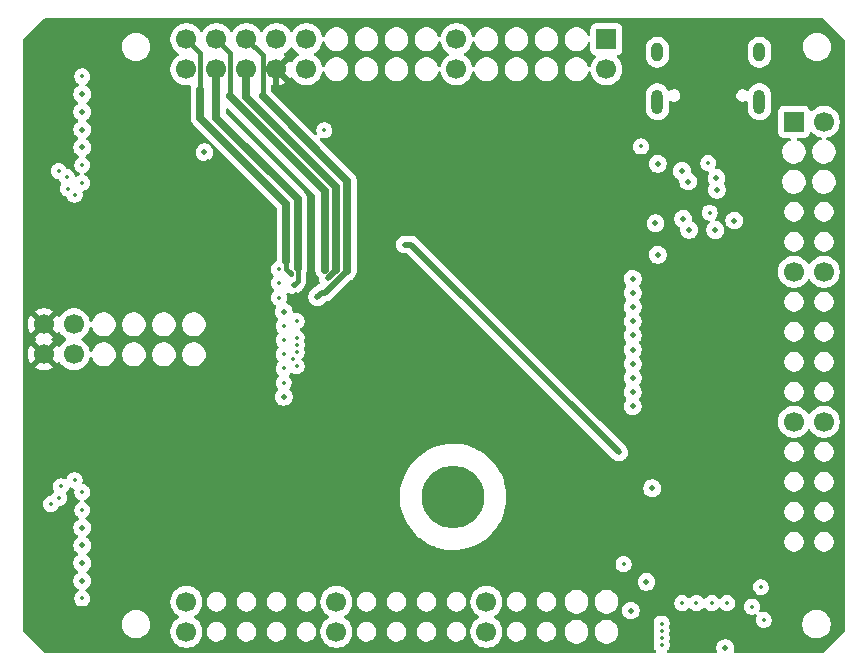
<source format=gbr>
%TF.GenerationSoftware,KiCad,Pcbnew,9.0.2*%
%TF.CreationDate,2025-11-14T17:37:25-08:00*%
%TF.ProjectId,nx-module-breakout,6e782d6d-6f64-4756-9c65-2d627265616b,rev?*%
%TF.SameCoordinates,Original*%
%TF.FileFunction,Copper,L3,Inr*%
%TF.FilePolarity,Positive*%
%FSLAX46Y46*%
G04 Gerber Fmt 4.6, Leading zero omitted, Abs format (unit mm)*
G04 Created by KiCad (PCBNEW 9.0.2) date 2025-11-14 17:37:25*
%MOMM*%
%LPD*%
G01*
G04 APERTURE LIST*
%TA.AperFunction,ComponentPad*%
%ADD10C,5.300000*%
%TD*%
%TA.AperFunction,ComponentPad*%
%ADD11C,1.700000*%
%TD*%
%TA.AperFunction,ComponentPad*%
%ADD12R,1.700000X1.700000*%
%TD*%
%TA.AperFunction,HeatsinkPad*%
%ADD13O,1.000000X1.600000*%
%TD*%
%TA.AperFunction,HeatsinkPad*%
%ADD14O,1.000000X2.100000*%
%TD*%
%TA.AperFunction,ViaPad*%
%ADD15C,0.508000*%
%TD*%
%TA.AperFunction,ViaPad*%
%ADD16C,0.355600*%
%TD*%
%TA.AperFunction,ViaPad*%
%ADD17C,0.500000*%
%TD*%
%TA.AperFunction,Conductor*%
%ADD18C,0.635000*%
%TD*%
%TA.AperFunction,Conductor*%
%ADD19C,0.508000*%
%TD*%
%TA.AperFunction,Conductor*%
%ADD20C,0.381000*%
%TD*%
G04 APERTURE END LIST*
D10*
%TO.N,N/C*%
%TO.C,H5*%
X150800000Y-126400000D03*
%TD*%
D11*
%TO.N,/SHUTDOWNn*%
%TO.C,J3*%
X128270001Y-90170001D03*
%TO.N,/P5VD_AON*%
X128270001Y-87630001D03*
%TO.N,/PVIO5*%
X130810001Y-90170001D03*
%TO.N,/P1V8D*%
X130810001Y-87630001D03*
%TO.N,/PVIO3*%
X133350001Y-90170001D03*
%TO.N,/PVIO1*%
X133350001Y-87630001D03*
%TO.N,/P3V3D*%
X135890001Y-90170001D03*
%TO.N,/FPGA_EN*%
X135890001Y-87630001D03*
%TO.N,GND*%
X138430001Y-90170001D03*
X138430001Y-87630001D03*
X151130001Y-90170001D03*
X151130001Y-87630001D03*
X163830001Y-90170001D03*
D12*
X163830001Y-87630001D03*
%TD*%
D11*
%TO.N,GND*%
%TO.C,J1*%
X182245001Y-120015001D03*
X179705001Y-120015001D03*
X182245001Y-107315001D03*
X179705001Y-107315001D03*
X182245001Y-94615001D03*
D12*
X179705001Y-94615001D03*
%TD*%
D11*
%TO.N,GND*%
%TO.C,J4*%
X128270001Y-137795001D03*
X128270001Y-135255001D03*
X140970001Y-137795001D03*
X140970001Y-135255001D03*
X153670001Y-137795001D03*
X153670001Y-135255001D03*
%TD*%
%TO.N,/P3V3D*%
%TO.C,J8*%
X116205000Y-114300000D03*
X116205000Y-111760000D03*
%TO.N,GND*%
X118745000Y-114300000D03*
X118745000Y-111760000D03*
%TD*%
D13*
%TO.N,GND*%
%TO.C,J9*%
X168140000Y-88735002D03*
D14*
X168140000Y-92915002D03*
D13*
X176780000Y-88735002D03*
D14*
X176780000Y-92915002D03*
%TD*%
D15*
%TO.N,GND*%
X166050000Y-116300000D03*
X170234000Y-98775002D03*
D16*
X119450000Y-90775002D03*
D15*
X129800000Y-97200000D03*
X166050000Y-107900000D03*
D16*
X136500000Y-113100000D03*
D15*
X170850000Y-103755002D03*
D16*
X119450000Y-99775002D03*
D15*
X166050000Y-110300000D03*
X173050000Y-103775002D03*
D16*
X119450000Y-127475002D03*
D15*
X119450000Y-130475002D03*
X136500000Y-110700000D03*
X119450000Y-93775002D03*
X166050000Y-109100000D03*
X166050000Y-111500000D03*
X166050000Y-117500000D03*
X119450000Y-131975002D03*
X173900000Y-139175002D03*
X119450000Y-95275002D03*
X167220000Y-133570000D03*
D16*
X166750000Y-96705002D03*
D15*
X170750000Y-99675002D03*
D16*
X136100000Y-107100000D03*
D17*
X173150000Y-99375002D03*
D15*
X166050000Y-115100000D03*
D16*
X136500000Y-116700000D03*
X136500000Y-115500000D03*
X136500000Y-111900000D03*
D15*
X166050000Y-113900000D03*
X166050000Y-118700000D03*
D16*
X136100000Y-109500000D03*
D15*
X119450000Y-133475002D03*
X119450000Y-128975002D03*
X166050000Y-112700000D03*
X119450000Y-92275002D03*
X136500000Y-117900000D03*
X165900000Y-136000000D03*
D16*
X119450000Y-125975002D03*
D15*
X119450000Y-96775002D03*
D16*
X136500000Y-114300000D03*
X119450000Y-134975002D03*
X119450000Y-98275002D03*
X136100000Y-108275001D03*
D15*
X170340000Y-102839002D03*
%TO.N,/PVIO3*%
X140246595Y-107871597D03*
D17*
%TO.N,/P5VD_AON*%
X168170000Y-98165002D03*
D15*
X173176000Y-100375002D03*
X137100000Y-107500000D03*
%TO.N,/P3V3D*%
X176200000Y-134475002D03*
X121650000Y-124075002D03*
X130100000Y-98000000D03*
X121750000Y-101775002D03*
X137550000Y-109275002D03*
D16*
%TO.N,/JTAG_EN*%
X137300000Y-114700000D03*
X168500000Y-137700000D03*
%TO.N,/TCK*%
X171450000Y-135375002D03*
X137600000Y-115300000D03*
%TO.N,/P1V8D*%
X164890000Y-122590000D03*
D15*
X140001974Y-107126976D03*
X146747501Y-105007501D03*
D16*
%TO.N,/FPGA_EN*%
X172450000Y-98115002D03*
X172570000Y-102305002D03*
X139950000Y-95345002D03*
D15*
%TO.N,/PVIO1*%
X139350000Y-109450355D03*
D16*
X176162501Y-135662501D03*
%TO.N,/TMS*%
X168500000Y-137100000D03*
X170250000Y-135375002D03*
X137600000Y-114100000D03*
%TO.N,/TDO*%
X168500000Y-138300000D03*
X172750000Y-135375002D03*
X137600000Y-113500000D03*
%TO.N,/TDI*%
X174050000Y-135375002D03*
X168500000Y-138900000D03*
X137600000Y-112900000D03*
%TO.N,/PROGRAMn*%
X177150000Y-136775002D03*
X137600000Y-111500000D03*
D15*
%TO.N,/PVIO5*%
X137350000Y-108475002D03*
D16*
%TO.N,/SCL0*%
X117640000Y-125475002D03*
%TO.N,/PWR_EN1*%
X117450000Y-98775002D03*
%TO.N,/SCL1*%
X118240000Y-100275002D03*
%TO.N,/LED_EN0*%
X117470000Y-126475002D03*
%TO.N,/SDA0*%
X118800921Y-124975002D03*
%TO.N,/SDA1*%
X118800921Y-100775002D03*
%TO.N,/LED_EN1*%
X118140000Y-99275002D03*
%TO.N,/PWR_EN0*%
X116790000Y-126975002D03*
D17*
%TO.N,Net-(JP1-A)*%
X167980000Y-103215002D03*
D15*
%TO.N,Net-(JP4-A)*%
X168170000Y-105865002D03*
D16*
%TO.N,Net-(J10-Pin_10)*%
X176900000Y-134025002D03*
D15*
%TO.N,Net-(JP7-A)*%
X174659999Y-102975002D03*
D16*
%TO.N,Net-(JP9-B)*%
X165280001Y-132070000D03*
D15*
%TO.N,Net-(JP10-A)*%
X167700000Y-125650000D03*
%TD*%
D18*
%TO.N,/PVIO3*%
X137460000Y-96645002D02*
X140940000Y-100125002D01*
X133350001Y-90170001D02*
X133350001Y-92535003D01*
X133350001Y-92535003D02*
X137460000Y-96645002D01*
D19*
X140246595Y-107871597D02*
X140940000Y-107178192D01*
D18*
X140940000Y-100125002D02*
X140940000Y-107125002D01*
D19*
X140940000Y-107178192D02*
X140940000Y-107125002D01*
D20*
%TO.N,/P5VD_AON*%
X137100000Y-107460002D02*
X136730000Y-107090002D01*
D18*
X136730000Y-101565002D02*
X129440000Y-94275002D01*
D20*
X129438501Y-88798501D02*
X129438501Y-91913503D01*
X137100000Y-107500000D02*
X137100000Y-107460002D01*
D18*
X136730000Y-106435002D02*
X136730000Y-101565002D01*
X129440000Y-94275002D02*
X129440000Y-91915002D01*
D20*
X136730000Y-107090002D02*
X136730000Y-106435002D01*
X129438501Y-88798501D02*
X128270001Y-87630001D01*
X129438501Y-91913503D02*
X129440000Y-91915002D01*
D19*
%TO.N,/P3V3D*%
X135890001Y-90170001D02*
X135890001Y-91715003D01*
X135890001Y-91715003D02*
X136550000Y-92375002D01*
D20*
%TO.N,/P1V8D*%
X131978501Y-88798501D02*
X130810001Y-87630001D01*
D18*
X140001974Y-100496976D02*
X131978501Y-92473503D01*
D19*
X147307501Y-105007501D02*
X146747501Y-105007501D01*
D18*
X140001974Y-107126976D02*
X140001974Y-100496976D01*
D19*
X164890000Y-122590000D02*
X147307501Y-105007501D01*
D20*
X131978501Y-92473503D02*
X131978501Y-88798501D01*
D18*
%TO.N,/PVIO1*%
X141860000Y-99615002D02*
X134720000Y-92475002D01*
D19*
X139350000Y-109450355D02*
X139725353Y-109075002D01*
X140040000Y-109075002D02*
X141860000Y-107255002D01*
X139725353Y-109075002D02*
X140040000Y-109075002D01*
D20*
X134720000Y-92475002D02*
X134720000Y-89000000D01*
D18*
X141860000Y-107255002D02*
X141860000Y-99615002D01*
D20*
X134720000Y-89000000D02*
X133350001Y-87630001D01*
D18*
%TO.N,/PVIO5*%
X130810001Y-94265169D02*
X130810001Y-90170001D01*
X137687500Y-101142668D02*
X130810001Y-94265169D01*
X137687500Y-106962502D02*
X137687500Y-101142668D01*
D20*
X137687500Y-106987502D02*
X137700000Y-106975002D01*
X137350000Y-108475002D02*
X137687500Y-108137502D01*
D18*
X137700000Y-106975002D02*
X137687500Y-106962502D01*
D20*
X137687500Y-108137502D02*
X137687500Y-106987502D01*
%TD*%
%TA.AperFunction,Conductor*%
%TO.N,/P3V3D*%
G36*
X137231445Y-88284000D02*
G01*
X137270487Y-88329057D01*
X137274952Y-88337821D01*
X137399891Y-88509787D01*
X137550214Y-88660110D01*
X137722183Y-88785051D01*
X137730947Y-88789517D01*
X137781743Y-88837492D01*
X137798537Y-88905313D01*
X137775999Y-88971448D01*
X137730947Y-89010485D01*
X137722183Y-89014950D01*
X137550214Y-89139891D01*
X137399891Y-89290214D01*
X137274950Y-89462183D01*
X137270203Y-89471500D01*
X137222228Y-89522294D01*
X137154406Y-89539088D01*
X137088272Y-89516549D01*
X137049235Y-89471496D01*
X137044627Y-89462453D01*
X137005271Y-89408283D01*
X137005270Y-89408283D01*
X136372963Y-90040591D01*
X136355926Y-89977008D01*
X136290100Y-89862994D01*
X136197008Y-89769902D01*
X136082994Y-89704076D01*
X136019408Y-89687037D01*
X136651717Y-89054729D01*
X136597548Y-89015374D01*
X136597548Y-89015373D01*
X136588501Y-89010764D01*
X136537707Y-88962789D01*
X136520913Y-88894967D01*
X136543452Y-88828833D01*
X136588509Y-88789794D01*
X136597817Y-88785052D01*
X136684148Y-88722329D01*
X136769787Y-88660110D01*
X136769789Y-88660107D01*
X136769793Y-88660105D01*
X136920105Y-88509793D01*
X136920107Y-88509789D01*
X136920110Y-88509787D01*
X137045049Y-88337821D01*
X137045048Y-88337821D01*
X137045052Y-88337817D01*
X137049515Y-88329055D01*
X137097489Y-88278260D01*
X137165309Y-88261464D01*
X137231445Y-88284000D01*
G37*
%TD.AperFunction*%
%TA.AperFunction,Conductor*%
G36*
X117320270Y-112521717D02*
G01*
X117320270Y-112521716D01*
X117359622Y-112467555D01*
X117364232Y-112458507D01*
X117412205Y-112407709D01*
X117480025Y-112390912D01*
X117546161Y-112413447D01*
X117585204Y-112458504D01*
X117589949Y-112467817D01*
X117714890Y-112639786D01*
X117865213Y-112790109D01*
X118037182Y-112915050D01*
X118045946Y-112919516D01*
X118096742Y-112967491D01*
X118113536Y-113035312D01*
X118090998Y-113101447D01*
X118045946Y-113140484D01*
X118037182Y-113144949D01*
X117865213Y-113269890D01*
X117714890Y-113420213D01*
X117589949Y-113592182D01*
X117585202Y-113601499D01*
X117537227Y-113652293D01*
X117469405Y-113669087D01*
X117403271Y-113646548D01*
X117364234Y-113601495D01*
X117359626Y-113592452D01*
X117320270Y-113538282D01*
X117320269Y-113538282D01*
X116687962Y-114170590D01*
X116670925Y-114107007D01*
X116605099Y-113992993D01*
X116512007Y-113899901D01*
X116397993Y-113834075D01*
X116334409Y-113817037D01*
X116966716Y-113184728D01*
X116912550Y-113145375D01*
X116902954Y-113140486D01*
X116852157Y-113092512D01*
X116835361Y-113024692D01*
X116857897Y-112958556D01*
X116902954Y-112919514D01*
X116912554Y-112914622D01*
X116966716Y-112875270D01*
X116966717Y-112875270D01*
X116334408Y-112242962D01*
X116397993Y-112225925D01*
X116512007Y-112160099D01*
X116605099Y-112067007D01*
X116670925Y-111952993D01*
X116687962Y-111889408D01*
X117320270Y-112521717D01*
G37*
%TD.AperFunction*%
%TA.AperFunction,Conductor*%
G36*
X182207865Y-85872185D02*
G01*
X182228507Y-85888819D01*
X183986181Y-87646493D01*
X184019666Y-87707816D01*
X184022500Y-87734174D01*
X184022500Y-137690826D01*
X184002815Y-137757865D01*
X183986181Y-137778507D01*
X182228507Y-139536181D01*
X182167184Y-139569666D01*
X182140826Y-139572500D01*
X174737595Y-139572500D01*
X174670556Y-139552815D01*
X174624801Y-139500011D01*
X174614857Y-139430853D01*
X174623034Y-139401047D01*
X174625505Y-139395082D01*
X174654500Y-139249314D01*
X174654500Y-139100690D01*
X174625505Y-138954922D01*
X174568629Y-138817612D01*
X174528165Y-138757053D01*
X174486060Y-138694037D01*
X174486054Y-138694030D01*
X174380971Y-138588947D01*
X174380964Y-138588941D01*
X174257391Y-138506373D01*
X174120080Y-138449497D01*
X174120072Y-138449495D01*
X173974316Y-138420502D01*
X173974312Y-138420502D01*
X173825688Y-138420502D01*
X173825683Y-138420502D01*
X173679927Y-138449495D01*
X173679919Y-138449497D01*
X173542608Y-138506373D01*
X173419035Y-138588941D01*
X173419028Y-138588947D01*
X173313945Y-138694030D01*
X173313939Y-138694037D01*
X173231371Y-138817610D01*
X173174495Y-138954921D01*
X173174493Y-138954929D01*
X173145500Y-139100685D01*
X173145500Y-139249318D01*
X173174493Y-139395074D01*
X173174495Y-139395082D01*
X173176966Y-139401047D01*
X173184435Y-139470516D01*
X173153160Y-139532996D01*
X173093071Y-139568648D01*
X173062405Y-139572500D01*
X169086124Y-139572500D01*
X169019085Y-139552815D01*
X168973330Y-139500011D01*
X168963386Y-139430853D01*
X168992411Y-139367297D01*
X168998443Y-139360819D01*
X169026867Y-139332394D01*
X169026870Y-139332391D01*
X169101102Y-139221296D01*
X169152233Y-139097853D01*
X169178300Y-138966807D01*
X169178300Y-138833193D01*
X169178300Y-138833190D01*
X169152234Y-138702152D01*
X169152233Y-138702151D01*
X169152233Y-138702147D01*
X169129576Y-138647449D01*
X169122108Y-138577985D01*
X169129573Y-138552556D01*
X169152233Y-138497853D01*
X169178300Y-138366807D01*
X169178300Y-138233193D01*
X169178300Y-138233190D01*
X169152234Y-138102152D01*
X169152233Y-138102151D01*
X169152233Y-138102147D01*
X169129576Y-138047449D01*
X169122108Y-137977985D01*
X169129573Y-137952556D01*
X169152233Y-137897853D01*
X169178300Y-137766807D01*
X169178300Y-137633193D01*
X169178300Y-137633190D01*
X169152234Y-137502152D01*
X169152233Y-137502151D01*
X169152233Y-137502147D01*
X169129576Y-137447449D01*
X169122108Y-137377985D01*
X169129573Y-137352556D01*
X169152233Y-137297853D01*
X169178300Y-137166807D01*
X169178300Y-137033193D01*
X169178300Y-137033190D01*
X169153471Y-136908372D01*
X169152233Y-136902147D01*
X169101102Y-136778704D01*
X169026870Y-136667609D01*
X169026867Y-136667605D01*
X168932394Y-136573132D01*
X168932390Y-136573129D01*
X168821298Y-136498899D01*
X168821296Y-136498898D01*
X168697854Y-136447767D01*
X168697846Y-136447765D01*
X168566809Y-136421700D01*
X168566807Y-136421700D01*
X168433193Y-136421700D01*
X168433191Y-136421700D01*
X168302153Y-136447765D01*
X168302145Y-136447767D01*
X168178703Y-136498898D01*
X168178701Y-136498899D01*
X168067609Y-136573129D01*
X168067605Y-136573132D01*
X167973132Y-136667605D01*
X167973129Y-136667609D01*
X167898899Y-136778701D01*
X167898898Y-136778703D01*
X167847767Y-136902145D01*
X167847765Y-136902153D01*
X167821700Y-137033190D01*
X167821700Y-137033193D01*
X167821700Y-137166807D01*
X167821700Y-137166809D01*
X167821699Y-137166809D01*
X167847765Y-137297846D01*
X167847767Y-137297854D01*
X167870422Y-137352548D01*
X167877891Y-137422018D01*
X167870422Y-137447452D01*
X167847767Y-137502145D01*
X167847765Y-137502153D01*
X167821700Y-137633190D01*
X167821700Y-137633193D01*
X167821700Y-137766807D01*
X167821700Y-137766809D01*
X167821699Y-137766809D01*
X167847765Y-137897846D01*
X167847767Y-137897854D01*
X167870422Y-137952548D01*
X167877891Y-138022018D01*
X167870422Y-138047452D01*
X167847767Y-138102145D01*
X167847765Y-138102153D01*
X167821700Y-138233190D01*
X167821700Y-138233193D01*
X167821700Y-138366807D01*
X167821700Y-138366809D01*
X167821699Y-138366809D01*
X167847765Y-138497846D01*
X167847767Y-138497854D01*
X167870422Y-138552548D01*
X167877891Y-138622018D01*
X167870422Y-138647452D01*
X167847767Y-138702145D01*
X167847765Y-138702153D01*
X167821700Y-138833190D01*
X167821700Y-138833193D01*
X167821700Y-138966807D01*
X167821700Y-138966809D01*
X167821699Y-138966809D01*
X167847765Y-139097846D01*
X167847767Y-139097854D01*
X167898898Y-139221296D01*
X167898899Y-139221298D01*
X167973129Y-139332390D01*
X167973132Y-139332394D01*
X168001557Y-139360819D01*
X168035042Y-139422142D01*
X168030058Y-139491834D01*
X167988186Y-139547767D01*
X167922722Y-139572184D01*
X167913876Y-139572500D01*
X116309174Y-139572500D01*
X116242135Y-139552815D01*
X116221493Y-139536181D01*
X114463819Y-137778507D01*
X114430334Y-137717184D01*
X114427500Y-137690826D01*
X114427500Y-137065513D01*
X122805500Y-137065513D01*
X122805500Y-137254486D01*
X122835059Y-137441118D01*
X122893454Y-137620836D01*
X122967831Y-137766807D01*
X122979240Y-137789199D01*
X123090310Y-137942073D01*
X123223927Y-138075690D01*
X123376801Y-138186760D01*
X123456347Y-138227290D01*
X123545163Y-138272545D01*
X123545165Y-138272545D01*
X123545168Y-138272547D01*
X123641497Y-138303846D01*
X123724881Y-138330940D01*
X123911514Y-138360500D01*
X123911519Y-138360500D01*
X124100486Y-138360500D01*
X124287118Y-138330940D01*
X124319267Y-138320494D01*
X124466832Y-138272547D01*
X124635199Y-138186760D01*
X124788073Y-138075690D01*
X124921690Y-137942073D01*
X125032760Y-137789199D01*
X125118547Y-137620832D01*
X125176940Y-137441118D01*
X125182736Y-137404522D01*
X125206500Y-137254486D01*
X125206500Y-137065513D01*
X125176940Y-136878881D01*
X125139902Y-136764891D01*
X125118547Y-136699168D01*
X125118545Y-136699165D01*
X125118545Y-136699163D01*
X125056374Y-136577147D01*
X125032760Y-136530801D01*
X124921690Y-136377927D01*
X124788073Y-136244310D01*
X124635199Y-136133240D01*
X124631321Y-136131264D01*
X124466836Y-136047454D01*
X124287118Y-135989059D01*
X124100486Y-135959500D01*
X124100481Y-135959500D01*
X123911519Y-135959500D01*
X123911514Y-135959500D01*
X123724881Y-135989059D01*
X123545163Y-136047454D01*
X123376800Y-136133240D01*
X123320836Y-136173901D01*
X123223927Y-136244310D01*
X123223925Y-136244312D01*
X123223924Y-136244312D01*
X123090312Y-136377924D01*
X123090312Y-136377925D01*
X123090310Y-136377927D01*
X123066970Y-136410052D01*
X122979240Y-136530800D01*
X122893454Y-136699163D01*
X122835059Y-136878881D01*
X122805500Y-137065513D01*
X114427500Y-137065513D01*
X114427500Y-127041811D01*
X116111699Y-127041811D01*
X116137765Y-127172848D01*
X116137767Y-127172856D01*
X116188898Y-127296298D01*
X116188899Y-127296300D01*
X116263129Y-127407392D01*
X116263132Y-127407396D01*
X116357605Y-127501869D01*
X116357609Y-127501872D01*
X116435331Y-127553805D01*
X116468704Y-127576104D01*
X116592147Y-127627235D01*
X116624237Y-127633618D01*
X116723190Y-127653302D01*
X116723193Y-127653302D01*
X116856809Y-127653302D01*
X116922777Y-127640179D01*
X116987853Y-127627235D01*
X117111296Y-127576104D01*
X117222391Y-127501872D01*
X117316870Y-127407393D01*
X117391102Y-127296298D01*
X117418626Y-127229849D01*
X117462467Y-127175446D01*
X117528761Y-127153381D01*
X117533187Y-127153302D01*
X117536809Y-127153302D01*
X117602777Y-127140179D01*
X117667853Y-127127235D01*
X117791296Y-127076104D01*
X117902391Y-127001872D01*
X117996870Y-126907393D01*
X118071102Y-126796298D01*
X118122233Y-126672855D01*
X118141478Y-126576104D01*
X118148300Y-126541811D01*
X118148300Y-126408192D01*
X118122234Y-126277155D01*
X118122233Y-126277149D01*
X118071102Y-126153706D01*
X118071099Y-126153702D01*
X118071096Y-126153695D01*
X118067338Y-126148070D01*
X118046462Y-126081392D01*
X118064949Y-126014013D01*
X118082757Y-125991505D01*
X118166870Y-125907393D01*
X118241102Y-125796298D01*
X118292233Y-125672855D01*
X118295018Y-125658850D01*
X118327400Y-125596939D01*
X118388114Y-125562363D01*
X118457884Y-125566100D01*
X118475085Y-125573678D01*
X118479622Y-125576103D01*
X118529926Y-125596939D01*
X118603068Y-125627235D01*
X118603070Y-125627235D01*
X118603075Y-125627237D01*
X118697423Y-125646004D01*
X118759334Y-125678389D01*
X118793908Y-125739105D01*
X118794849Y-125791812D01*
X118771700Y-125908190D01*
X118771700Y-125908195D01*
X118771700Y-126041809D01*
X118771700Y-126041811D01*
X118771699Y-126041811D01*
X118797765Y-126172848D01*
X118797767Y-126172856D01*
X118848898Y-126296298D01*
X118848899Y-126296300D01*
X118923129Y-126407392D01*
X118923132Y-126407396D01*
X119017605Y-126501869D01*
X119017609Y-126501872D01*
X119128704Y-126576104D01*
X119206590Y-126608365D01*
X119211602Y-126610441D01*
X119266006Y-126654281D01*
X119288071Y-126720575D01*
X119270792Y-126788275D01*
X119219655Y-126835886D01*
X119211602Y-126839563D01*
X119128703Y-126873900D01*
X119128701Y-126873901D01*
X119017609Y-126948131D01*
X119017605Y-126948134D01*
X118923132Y-127042607D01*
X118923129Y-127042611D01*
X118848899Y-127153703D01*
X118848898Y-127153705D01*
X118797767Y-127277147D01*
X118797765Y-127277155D01*
X118771700Y-127408192D01*
X118771700Y-127408195D01*
X118771700Y-127541809D01*
X118771700Y-127541811D01*
X118771699Y-127541811D01*
X118797765Y-127672848D01*
X118797767Y-127672856D01*
X118848898Y-127796298D01*
X118848899Y-127796300D01*
X118923129Y-127907392D01*
X118923132Y-127907396D01*
X119017605Y-128001869D01*
X119017609Y-128001872D01*
X119133769Y-128079489D01*
X119132350Y-128081612D01*
X119174252Y-128122728D01*
X119189749Y-128190858D01*
X119165953Y-128256550D01*
X119113442Y-128297743D01*
X119092610Y-128306372D01*
X119092608Y-128306373D01*
X118969035Y-128388941D01*
X118969028Y-128388947D01*
X118863945Y-128494030D01*
X118863939Y-128494037D01*
X118781371Y-128617610D01*
X118724495Y-128754921D01*
X118724493Y-128754929D01*
X118695500Y-128900685D01*
X118695500Y-129049318D01*
X118724493Y-129195074D01*
X118724495Y-129195082D01*
X118781371Y-129332393D01*
X118863939Y-129455966D01*
X118863945Y-129455973D01*
X118969028Y-129561056D01*
X118969035Y-129561062D01*
X119060086Y-129621900D01*
X119104892Y-129675512D01*
X119113599Y-129744837D01*
X119083445Y-129807864D01*
X119060086Y-129828104D01*
X118969035Y-129888941D01*
X118969028Y-129888947D01*
X118863945Y-129994030D01*
X118863939Y-129994037D01*
X118781371Y-130117610D01*
X118724495Y-130254921D01*
X118724493Y-130254929D01*
X118695500Y-130400685D01*
X118695500Y-130549318D01*
X118724493Y-130695074D01*
X118724495Y-130695082D01*
X118781371Y-130832393D01*
X118863939Y-130955966D01*
X118863945Y-130955973D01*
X118969028Y-131061056D01*
X118969035Y-131061062D01*
X119060086Y-131121900D01*
X119104892Y-131175512D01*
X119113599Y-131244837D01*
X119083445Y-131307864D01*
X119060086Y-131328104D01*
X118969035Y-131388941D01*
X118969028Y-131388947D01*
X118863945Y-131494030D01*
X118863939Y-131494037D01*
X118781371Y-131617610D01*
X118724495Y-131754921D01*
X118724493Y-131754929D01*
X118695500Y-131900685D01*
X118695500Y-132049318D01*
X118724493Y-132195074D01*
X118724495Y-132195082D01*
X118781371Y-132332393D01*
X118863939Y-132455966D01*
X118863945Y-132455973D01*
X118969028Y-132561056D01*
X118969035Y-132561062D01*
X119060086Y-132621900D01*
X119104892Y-132675512D01*
X119113599Y-132744837D01*
X119083445Y-132807864D01*
X119060086Y-132828104D01*
X118969035Y-132888941D01*
X118969028Y-132888947D01*
X118863945Y-132994030D01*
X118863939Y-132994037D01*
X118781371Y-133117610D01*
X118724495Y-133254921D01*
X118724493Y-133254929D01*
X118695500Y-133400685D01*
X118695500Y-133549318D01*
X118724493Y-133695074D01*
X118724495Y-133695082D01*
X118781371Y-133832393D01*
X118863939Y-133955966D01*
X118863945Y-133955973D01*
X118969028Y-134061056D01*
X118969035Y-134061062D01*
X119092608Y-134143630D01*
X119092609Y-134143630D01*
X119092610Y-134143631D01*
X119104779Y-134148671D01*
X119113439Y-134152259D01*
X119167843Y-134196099D01*
X119189908Y-134262393D01*
X119172629Y-134330093D01*
X119132443Y-134368530D01*
X119133769Y-134370515D01*
X119017609Y-134448131D01*
X119017605Y-134448134D01*
X118923132Y-134542607D01*
X118923129Y-134542611D01*
X118848899Y-134653703D01*
X118848898Y-134653705D01*
X118797767Y-134777147D01*
X118797765Y-134777155D01*
X118771700Y-134908192D01*
X118771700Y-134908195D01*
X118771700Y-135041809D01*
X118771700Y-135041811D01*
X118771699Y-135041811D01*
X118797765Y-135172848D01*
X118797767Y-135172856D01*
X118848898Y-135296298D01*
X118848899Y-135296300D01*
X118923129Y-135407392D01*
X118923132Y-135407396D01*
X119017605Y-135501869D01*
X119017609Y-135501872D01*
X119128704Y-135576104D01*
X119252147Y-135627235D01*
X119284237Y-135633618D01*
X119383190Y-135653302D01*
X119383193Y-135653302D01*
X119516809Y-135653302D01*
X119582777Y-135640179D01*
X119647853Y-135627235D01*
X119771296Y-135576104D01*
X119882391Y-135501872D01*
X119976870Y-135407393D01*
X120051102Y-135296298D01*
X120102233Y-135172855D01*
X120107035Y-135148714D01*
X126919501Y-135148714D01*
X126919501Y-135361288D01*
X126927841Y-135413945D01*
X126948889Y-135546840D01*
X126952755Y-135571244D01*
X127004113Y-135729308D01*
X127018445Y-135773415D01*
X127114952Y-135962821D01*
X127239891Y-136134787D01*
X127390214Y-136285110D01*
X127562183Y-136410051D01*
X127570947Y-136414517D01*
X127621743Y-136462492D01*
X127638537Y-136530313D01*
X127615999Y-136596448D01*
X127570947Y-136635485D01*
X127562183Y-136639950D01*
X127390214Y-136764891D01*
X127239891Y-136915214D01*
X127114952Y-137087180D01*
X127018445Y-137276586D01*
X126952754Y-137478761D01*
X126919501Y-137688714D01*
X126919501Y-137901287D01*
X126951314Y-138102150D01*
X126952755Y-138111244D01*
X127003983Y-138268908D01*
X127018445Y-138313415D01*
X127114952Y-138502821D01*
X127239891Y-138674787D01*
X127390214Y-138825110D01*
X127562180Y-138950049D01*
X127562182Y-138950050D01*
X127562185Y-138950052D01*
X127751589Y-139046558D01*
X127953758Y-139112247D01*
X128163714Y-139145501D01*
X128163715Y-139145501D01*
X128376287Y-139145501D01*
X128376288Y-139145501D01*
X128586244Y-139112247D01*
X128788413Y-139046558D01*
X128977817Y-138950052D01*
X128999790Y-138934087D01*
X129149787Y-138825110D01*
X129149789Y-138825107D01*
X129149793Y-138825105D01*
X129300105Y-138674793D01*
X129300107Y-138674789D01*
X129300110Y-138674787D01*
X129425049Y-138502821D01*
X129425048Y-138502821D01*
X129425052Y-138502817D01*
X129521558Y-138313413D01*
X129587247Y-138111244D01*
X129620501Y-137901288D01*
X129620501Y-137713805D01*
X129985651Y-137713805D01*
X129985651Y-137876196D01*
X130017328Y-138035447D01*
X130017331Y-138035459D01*
X130079469Y-138185475D01*
X130079471Y-138185479D01*
X130169682Y-138320489D01*
X130169688Y-138320497D01*
X130284504Y-138435313D01*
X130284512Y-138435319D01*
X130419522Y-138525530D01*
X130419526Y-138525532D01*
X130532042Y-138572137D01*
X130569547Y-138587672D01*
X130728805Y-138619350D01*
X130728809Y-138619351D01*
X130728810Y-138619351D01*
X130891193Y-138619351D01*
X130891194Y-138619350D01*
X131050455Y-138587672D01*
X131200477Y-138525531D01*
X131200479Y-138525530D01*
X131267532Y-138480725D01*
X131335494Y-138435316D01*
X131450316Y-138320494D01*
X131539674Y-138186760D01*
X131540530Y-138185479D01*
X131540532Y-138185475D01*
X131597702Y-138047454D01*
X131602672Y-138035455D01*
X131634351Y-137876192D01*
X131634351Y-137713810D01*
X131634350Y-137713805D01*
X132525651Y-137713805D01*
X132525651Y-137876196D01*
X132557328Y-138035447D01*
X132557331Y-138035459D01*
X132619469Y-138185475D01*
X132619471Y-138185479D01*
X132709682Y-138320489D01*
X132709688Y-138320497D01*
X132824504Y-138435313D01*
X132824512Y-138435319D01*
X132959522Y-138525530D01*
X132959526Y-138525532D01*
X133072042Y-138572137D01*
X133109547Y-138587672D01*
X133268805Y-138619350D01*
X133268809Y-138619351D01*
X133268810Y-138619351D01*
X133431193Y-138619351D01*
X133431194Y-138619350D01*
X133590455Y-138587672D01*
X133740477Y-138525531D01*
X133740479Y-138525530D01*
X133807532Y-138480725D01*
X133875494Y-138435316D01*
X133990316Y-138320494D01*
X134079674Y-138186760D01*
X134080530Y-138185479D01*
X134080532Y-138185475D01*
X134137702Y-138047454D01*
X134142672Y-138035455D01*
X134174351Y-137876192D01*
X134174351Y-137713810D01*
X134174350Y-137713805D01*
X135065651Y-137713805D01*
X135065651Y-137876196D01*
X135097328Y-138035447D01*
X135097331Y-138035459D01*
X135159469Y-138185475D01*
X135159471Y-138185479D01*
X135249682Y-138320489D01*
X135249688Y-138320497D01*
X135364504Y-138435313D01*
X135364512Y-138435319D01*
X135499522Y-138525530D01*
X135499526Y-138525532D01*
X135612042Y-138572137D01*
X135649547Y-138587672D01*
X135808805Y-138619350D01*
X135808809Y-138619351D01*
X135808810Y-138619351D01*
X135971193Y-138619351D01*
X135971194Y-138619350D01*
X136130455Y-138587672D01*
X136280477Y-138525531D01*
X136280479Y-138525530D01*
X136347532Y-138480725D01*
X136415494Y-138435316D01*
X136530316Y-138320494D01*
X136619674Y-138186760D01*
X136620530Y-138185479D01*
X136620532Y-138185475D01*
X136677702Y-138047454D01*
X136682672Y-138035455D01*
X136714351Y-137876192D01*
X136714351Y-137713810D01*
X136714350Y-137713805D01*
X137605651Y-137713805D01*
X137605651Y-137876196D01*
X137637328Y-138035447D01*
X137637331Y-138035459D01*
X137699469Y-138185475D01*
X137699471Y-138185479D01*
X137789682Y-138320489D01*
X137789688Y-138320497D01*
X137904504Y-138435313D01*
X137904512Y-138435319D01*
X138039522Y-138525530D01*
X138039526Y-138525532D01*
X138152042Y-138572137D01*
X138189547Y-138587672D01*
X138348805Y-138619350D01*
X138348809Y-138619351D01*
X138348810Y-138619351D01*
X138511193Y-138619351D01*
X138511194Y-138619350D01*
X138670455Y-138587672D01*
X138820477Y-138525531D01*
X138820479Y-138525530D01*
X138887532Y-138480725D01*
X138955494Y-138435316D01*
X139070316Y-138320494D01*
X139159674Y-138186760D01*
X139160530Y-138185479D01*
X139160532Y-138185475D01*
X139217702Y-138047454D01*
X139222672Y-138035455D01*
X139254351Y-137876192D01*
X139254351Y-137713810D01*
X139222672Y-137554547D01*
X139222670Y-137554542D01*
X139160532Y-137404526D01*
X139160530Y-137404522D01*
X139070319Y-137269512D01*
X139070313Y-137269504D01*
X138955497Y-137154688D01*
X138955489Y-137154682D01*
X138820479Y-137064471D01*
X138820475Y-137064469D01*
X138670459Y-137002331D01*
X138670447Y-137002328D01*
X138511196Y-136970651D01*
X138511192Y-136970651D01*
X138348810Y-136970651D01*
X138348805Y-136970651D01*
X138189554Y-137002328D01*
X138189542Y-137002331D01*
X138039526Y-137064469D01*
X138039522Y-137064471D01*
X137904512Y-137154682D01*
X137904504Y-137154688D01*
X137789688Y-137269504D01*
X137789682Y-137269512D01*
X137699471Y-137404522D01*
X137699469Y-137404526D01*
X137637331Y-137554542D01*
X137637328Y-137554554D01*
X137605651Y-137713805D01*
X136714350Y-137713805D01*
X136682672Y-137554547D01*
X136682670Y-137554542D01*
X136620532Y-137404526D01*
X136620530Y-137404522D01*
X136530319Y-137269512D01*
X136530313Y-137269504D01*
X136415497Y-137154688D01*
X136415489Y-137154682D01*
X136280479Y-137064471D01*
X136280475Y-137064469D01*
X136130459Y-137002331D01*
X136130447Y-137002328D01*
X135971196Y-136970651D01*
X135971192Y-136970651D01*
X135808810Y-136970651D01*
X135808805Y-136970651D01*
X135649554Y-137002328D01*
X135649542Y-137002331D01*
X135499526Y-137064469D01*
X135499522Y-137064471D01*
X135364512Y-137154682D01*
X135364504Y-137154688D01*
X135249688Y-137269504D01*
X135249682Y-137269512D01*
X135159471Y-137404522D01*
X135159469Y-137404526D01*
X135097331Y-137554542D01*
X135097328Y-137554554D01*
X135065651Y-137713805D01*
X134174350Y-137713805D01*
X134142672Y-137554547D01*
X134142670Y-137554542D01*
X134080532Y-137404526D01*
X134080530Y-137404522D01*
X133990319Y-137269512D01*
X133990313Y-137269504D01*
X133875497Y-137154688D01*
X133875489Y-137154682D01*
X133740479Y-137064471D01*
X133740475Y-137064469D01*
X133590459Y-137002331D01*
X133590447Y-137002328D01*
X133431196Y-136970651D01*
X133431192Y-136970651D01*
X133268810Y-136970651D01*
X133268805Y-136970651D01*
X133109554Y-137002328D01*
X133109542Y-137002331D01*
X132959526Y-137064469D01*
X132959522Y-137064471D01*
X132824512Y-137154682D01*
X132824504Y-137154688D01*
X132709688Y-137269504D01*
X132709682Y-137269512D01*
X132619471Y-137404522D01*
X132619469Y-137404526D01*
X132557331Y-137554542D01*
X132557328Y-137554554D01*
X132525651Y-137713805D01*
X131634350Y-137713805D01*
X131602672Y-137554547D01*
X131602670Y-137554542D01*
X131540532Y-137404526D01*
X131540530Y-137404522D01*
X131450319Y-137269512D01*
X131450313Y-137269504D01*
X131335497Y-137154688D01*
X131335489Y-137154682D01*
X131200479Y-137064471D01*
X131200475Y-137064469D01*
X131050459Y-137002331D01*
X131050447Y-137002328D01*
X130891196Y-136970651D01*
X130891192Y-136970651D01*
X130728810Y-136970651D01*
X130728805Y-136970651D01*
X130569554Y-137002328D01*
X130569542Y-137002331D01*
X130419526Y-137064469D01*
X130419522Y-137064471D01*
X130284512Y-137154682D01*
X130284504Y-137154688D01*
X130169688Y-137269504D01*
X130169682Y-137269512D01*
X130079471Y-137404522D01*
X130079469Y-137404526D01*
X130017331Y-137554542D01*
X130017328Y-137554554D01*
X129985651Y-137713805D01*
X129620501Y-137713805D01*
X129620501Y-137688714D01*
X129587247Y-137478758D01*
X129521558Y-137276589D01*
X129425052Y-137087185D01*
X129425050Y-137087182D01*
X129425049Y-137087180D01*
X129300110Y-136915214D01*
X129149787Y-136764891D01*
X128977821Y-136639952D01*
X128977116Y-136639592D01*
X128969055Y-136635486D01*
X128918260Y-136587513D01*
X128901464Y-136519693D01*
X128924000Y-136453557D01*
X128969055Y-136414516D01*
X128977817Y-136410052D01*
X129050301Y-136357390D01*
X129149787Y-136285110D01*
X129149789Y-136285107D01*
X129149793Y-136285105D01*
X129300105Y-136134793D01*
X129300107Y-136134789D01*
X129300110Y-136134787D01*
X129425049Y-135962821D01*
X129425048Y-135962821D01*
X129425052Y-135962817D01*
X129521558Y-135773413D01*
X129587247Y-135571244D01*
X129620501Y-135361288D01*
X129620501Y-135173805D01*
X129985651Y-135173805D01*
X129985651Y-135336196D01*
X130017328Y-135495447D01*
X130017331Y-135495459D01*
X130079469Y-135645475D01*
X130079471Y-135645479D01*
X130169682Y-135780489D01*
X130169688Y-135780497D01*
X130284504Y-135895313D01*
X130284512Y-135895319D01*
X130419522Y-135985530D01*
X130419526Y-135985532D01*
X130532042Y-136032137D01*
X130569547Y-136047672D01*
X130703477Y-136074312D01*
X130728805Y-136079350D01*
X130728809Y-136079351D01*
X130728810Y-136079351D01*
X130891193Y-136079351D01*
X130891194Y-136079350D01*
X131050455Y-136047672D01*
X131150469Y-136006244D01*
X131200475Y-135985532D01*
X131200479Y-135985530D01*
X131325682Y-135901872D01*
X131335494Y-135895316D01*
X131450316Y-135780494D01*
X131540531Y-135645477D01*
X131541720Y-135642608D01*
X131569267Y-135576102D01*
X131602672Y-135495455D01*
X131634351Y-135336192D01*
X131634351Y-135173810D01*
X131634350Y-135173805D01*
X132525651Y-135173805D01*
X132525651Y-135336196D01*
X132557328Y-135495447D01*
X132557331Y-135495459D01*
X132619469Y-135645475D01*
X132619471Y-135645479D01*
X132709682Y-135780489D01*
X132709688Y-135780497D01*
X132824504Y-135895313D01*
X132824512Y-135895319D01*
X132959522Y-135985530D01*
X132959526Y-135985532D01*
X133072042Y-136032137D01*
X133109547Y-136047672D01*
X133243477Y-136074312D01*
X133268805Y-136079350D01*
X133268809Y-136079351D01*
X133268810Y-136079351D01*
X133431193Y-136079351D01*
X133431194Y-136079350D01*
X133590455Y-136047672D01*
X133690469Y-136006244D01*
X133740475Y-135985532D01*
X133740479Y-135985530D01*
X133865682Y-135901872D01*
X133875494Y-135895316D01*
X133990316Y-135780494D01*
X134080531Y-135645477D01*
X134081720Y-135642608D01*
X134109267Y-135576102D01*
X134142672Y-135495455D01*
X134174351Y-135336192D01*
X134174351Y-135173810D01*
X134174350Y-135173805D01*
X135065651Y-135173805D01*
X135065651Y-135336196D01*
X135097328Y-135495447D01*
X135097331Y-135495459D01*
X135159469Y-135645475D01*
X135159471Y-135645479D01*
X135249682Y-135780489D01*
X135249688Y-135780497D01*
X135364504Y-135895313D01*
X135364512Y-135895319D01*
X135499522Y-135985530D01*
X135499526Y-135985532D01*
X135612042Y-136032137D01*
X135649547Y-136047672D01*
X135783477Y-136074312D01*
X135808805Y-136079350D01*
X135808809Y-136079351D01*
X135808810Y-136079351D01*
X135971193Y-136079351D01*
X135971194Y-136079350D01*
X136130455Y-136047672D01*
X136230469Y-136006244D01*
X136280475Y-135985532D01*
X136280479Y-135985530D01*
X136405682Y-135901872D01*
X136415494Y-135895316D01*
X136530316Y-135780494D01*
X136620531Y-135645477D01*
X136621720Y-135642608D01*
X136649267Y-135576102D01*
X136682672Y-135495455D01*
X136714351Y-135336192D01*
X136714351Y-135173810D01*
X136714350Y-135173805D01*
X137605651Y-135173805D01*
X137605651Y-135336196D01*
X137637328Y-135495447D01*
X137637331Y-135495459D01*
X137699469Y-135645475D01*
X137699471Y-135645479D01*
X137789682Y-135780489D01*
X137789688Y-135780497D01*
X137904504Y-135895313D01*
X137904512Y-135895319D01*
X138039522Y-135985530D01*
X138039526Y-135985532D01*
X138152042Y-136032137D01*
X138189547Y-136047672D01*
X138323477Y-136074312D01*
X138348805Y-136079350D01*
X138348809Y-136079351D01*
X138348810Y-136079351D01*
X138511193Y-136079351D01*
X138511194Y-136079350D01*
X138670455Y-136047672D01*
X138770469Y-136006244D01*
X138820475Y-135985532D01*
X138820479Y-135985530D01*
X138945682Y-135901872D01*
X138955494Y-135895316D01*
X139070316Y-135780494D01*
X139160531Y-135645477D01*
X139161720Y-135642608D01*
X139189267Y-135576102D01*
X139222672Y-135495455D01*
X139254351Y-135336192D01*
X139254351Y-135173810D01*
X139249359Y-135148714D01*
X139619501Y-135148714D01*
X139619501Y-135361288D01*
X139627841Y-135413945D01*
X139648889Y-135546840D01*
X139652755Y-135571244D01*
X139704113Y-135729308D01*
X139718445Y-135773415D01*
X139814952Y-135962821D01*
X139939891Y-136134787D01*
X140090214Y-136285110D01*
X140262183Y-136410051D01*
X140270947Y-136414517D01*
X140321743Y-136462492D01*
X140338537Y-136530313D01*
X140315999Y-136596448D01*
X140270947Y-136635485D01*
X140262183Y-136639950D01*
X140090214Y-136764891D01*
X139939891Y-136915214D01*
X139814952Y-137087180D01*
X139718445Y-137276586D01*
X139652754Y-137478761D01*
X139619501Y-137688714D01*
X139619501Y-137901287D01*
X139651314Y-138102150D01*
X139652755Y-138111244D01*
X139703983Y-138268908D01*
X139718445Y-138313415D01*
X139814952Y-138502821D01*
X139939891Y-138674787D01*
X140090214Y-138825110D01*
X140262180Y-138950049D01*
X140262182Y-138950050D01*
X140262185Y-138950052D01*
X140451589Y-139046558D01*
X140653758Y-139112247D01*
X140863714Y-139145501D01*
X140863715Y-139145501D01*
X141076287Y-139145501D01*
X141076288Y-139145501D01*
X141286244Y-139112247D01*
X141488413Y-139046558D01*
X141677817Y-138950052D01*
X141699790Y-138934087D01*
X141849787Y-138825110D01*
X141849789Y-138825107D01*
X141849793Y-138825105D01*
X142000105Y-138674793D01*
X142000107Y-138674789D01*
X142000110Y-138674787D01*
X142125049Y-138502821D01*
X142125048Y-138502821D01*
X142125052Y-138502817D01*
X142221558Y-138313413D01*
X142287247Y-138111244D01*
X142320501Y-137901288D01*
X142320501Y-137713805D01*
X142685651Y-137713805D01*
X142685651Y-137876196D01*
X142717328Y-138035447D01*
X142717331Y-138035459D01*
X142779469Y-138185475D01*
X142779471Y-138185479D01*
X142869682Y-138320489D01*
X142869688Y-138320497D01*
X142984504Y-138435313D01*
X142984512Y-138435319D01*
X143119522Y-138525530D01*
X143119526Y-138525532D01*
X143232042Y-138572137D01*
X143269547Y-138587672D01*
X143428805Y-138619350D01*
X143428809Y-138619351D01*
X143428810Y-138619351D01*
X143591193Y-138619351D01*
X143591194Y-138619350D01*
X143750455Y-138587672D01*
X143900477Y-138525531D01*
X143900479Y-138525530D01*
X143967532Y-138480725D01*
X144035494Y-138435316D01*
X144150316Y-138320494D01*
X144239674Y-138186760D01*
X144240530Y-138185479D01*
X144240532Y-138185475D01*
X144297702Y-138047454D01*
X144302672Y-138035455D01*
X144334351Y-137876192D01*
X144334351Y-137713810D01*
X144334350Y-137713805D01*
X145225651Y-137713805D01*
X145225651Y-137876196D01*
X145257328Y-138035447D01*
X145257331Y-138035459D01*
X145319469Y-138185475D01*
X145319471Y-138185479D01*
X145409682Y-138320489D01*
X145409688Y-138320497D01*
X145524504Y-138435313D01*
X145524512Y-138435319D01*
X145659522Y-138525530D01*
X145659526Y-138525532D01*
X145772042Y-138572137D01*
X145809547Y-138587672D01*
X145968805Y-138619350D01*
X145968809Y-138619351D01*
X145968810Y-138619351D01*
X146131193Y-138619351D01*
X146131194Y-138619350D01*
X146290455Y-138587672D01*
X146440477Y-138525531D01*
X146440479Y-138525530D01*
X146507532Y-138480725D01*
X146575494Y-138435316D01*
X146690316Y-138320494D01*
X146779674Y-138186760D01*
X146780530Y-138185479D01*
X146780532Y-138185475D01*
X146837702Y-138047454D01*
X146842672Y-138035455D01*
X146874351Y-137876192D01*
X146874351Y-137713810D01*
X146874350Y-137713805D01*
X147765651Y-137713805D01*
X147765651Y-137876196D01*
X147797328Y-138035447D01*
X147797331Y-138035459D01*
X147859469Y-138185475D01*
X147859471Y-138185479D01*
X147949682Y-138320489D01*
X147949688Y-138320497D01*
X148064504Y-138435313D01*
X148064512Y-138435319D01*
X148199522Y-138525530D01*
X148199526Y-138525532D01*
X148312042Y-138572137D01*
X148349547Y-138587672D01*
X148508805Y-138619350D01*
X148508809Y-138619351D01*
X148508810Y-138619351D01*
X148671193Y-138619351D01*
X148671194Y-138619350D01*
X148830455Y-138587672D01*
X148980477Y-138525531D01*
X148980479Y-138525530D01*
X149047532Y-138480725D01*
X149115494Y-138435316D01*
X149230316Y-138320494D01*
X149319674Y-138186760D01*
X149320530Y-138185479D01*
X149320532Y-138185475D01*
X149377702Y-138047454D01*
X149382672Y-138035455D01*
X149414351Y-137876192D01*
X149414351Y-137713810D01*
X149414350Y-137713805D01*
X150305651Y-137713805D01*
X150305651Y-137876196D01*
X150337328Y-138035447D01*
X150337331Y-138035459D01*
X150399469Y-138185475D01*
X150399471Y-138185479D01*
X150489682Y-138320489D01*
X150489688Y-138320497D01*
X150604504Y-138435313D01*
X150604512Y-138435319D01*
X150739522Y-138525530D01*
X150739526Y-138525532D01*
X150852042Y-138572137D01*
X150889547Y-138587672D01*
X151048805Y-138619350D01*
X151048809Y-138619351D01*
X151048810Y-138619351D01*
X151211193Y-138619351D01*
X151211194Y-138619350D01*
X151370455Y-138587672D01*
X151520477Y-138525531D01*
X151520479Y-138525530D01*
X151587532Y-138480725D01*
X151655494Y-138435316D01*
X151770316Y-138320494D01*
X151859674Y-138186760D01*
X151860530Y-138185479D01*
X151860532Y-138185475D01*
X151917702Y-138047454D01*
X151922672Y-138035455D01*
X151954351Y-137876192D01*
X151954351Y-137713810D01*
X151922672Y-137554547D01*
X151922670Y-137554542D01*
X151860532Y-137404526D01*
X151860530Y-137404522D01*
X151770319Y-137269512D01*
X151770313Y-137269504D01*
X151655497Y-137154688D01*
X151655489Y-137154682D01*
X151520479Y-137064471D01*
X151520475Y-137064469D01*
X151370459Y-137002331D01*
X151370447Y-137002328D01*
X151211196Y-136970651D01*
X151211192Y-136970651D01*
X151048810Y-136970651D01*
X151048805Y-136970651D01*
X150889554Y-137002328D01*
X150889542Y-137002331D01*
X150739526Y-137064469D01*
X150739522Y-137064471D01*
X150604512Y-137154682D01*
X150604504Y-137154688D01*
X150489688Y-137269504D01*
X150489682Y-137269512D01*
X150399471Y-137404522D01*
X150399469Y-137404526D01*
X150337331Y-137554542D01*
X150337328Y-137554554D01*
X150305651Y-137713805D01*
X149414350Y-137713805D01*
X149382672Y-137554547D01*
X149382670Y-137554542D01*
X149320532Y-137404526D01*
X149320530Y-137404522D01*
X149230319Y-137269512D01*
X149230313Y-137269504D01*
X149115497Y-137154688D01*
X149115489Y-137154682D01*
X148980479Y-137064471D01*
X148980475Y-137064469D01*
X148830459Y-137002331D01*
X148830447Y-137002328D01*
X148671196Y-136970651D01*
X148671192Y-136970651D01*
X148508810Y-136970651D01*
X148508805Y-136970651D01*
X148349554Y-137002328D01*
X148349542Y-137002331D01*
X148199526Y-137064469D01*
X148199522Y-137064471D01*
X148064512Y-137154682D01*
X148064504Y-137154688D01*
X147949688Y-137269504D01*
X147949682Y-137269512D01*
X147859471Y-137404522D01*
X147859469Y-137404526D01*
X147797331Y-137554542D01*
X147797328Y-137554554D01*
X147765651Y-137713805D01*
X146874350Y-137713805D01*
X146842672Y-137554547D01*
X146842670Y-137554542D01*
X146780532Y-137404526D01*
X146780530Y-137404522D01*
X146690319Y-137269512D01*
X146690313Y-137269504D01*
X146575497Y-137154688D01*
X146575489Y-137154682D01*
X146440479Y-137064471D01*
X146440475Y-137064469D01*
X146290459Y-137002331D01*
X146290447Y-137002328D01*
X146131196Y-136970651D01*
X146131192Y-136970651D01*
X145968810Y-136970651D01*
X145968805Y-136970651D01*
X145809554Y-137002328D01*
X145809542Y-137002331D01*
X145659526Y-137064469D01*
X145659522Y-137064471D01*
X145524512Y-137154682D01*
X145524504Y-137154688D01*
X145409688Y-137269504D01*
X145409682Y-137269512D01*
X145319471Y-137404522D01*
X145319469Y-137404526D01*
X145257331Y-137554542D01*
X145257328Y-137554554D01*
X145225651Y-137713805D01*
X144334350Y-137713805D01*
X144302672Y-137554547D01*
X144302670Y-137554542D01*
X144240532Y-137404526D01*
X144240530Y-137404522D01*
X144150319Y-137269512D01*
X144150313Y-137269504D01*
X144035497Y-137154688D01*
X144035489Y-137154682D01*
X143900479Y-137064471D01*
X143900475Y-137064469D01*
X143750459Y-137002331D01*
X143750447Y-137002328D01*
X143591196Y-136970651D01*
X143591192Y-136970651D01*
X143428810Y-136970651D01*
X143428805Y-136970651D01*
X143269554Y-137002328D01*
X143269542Y-137002331D01*
X143119526Y-137064469D01*
X143119522Y-137064471D01*
X142984512Y-137154682D01*
X142984504Y-137154688D01*
X142869688Y-137269504D01*
X142869682Y-137269512D01*
X142779471Y-137404522D01*
X142779469Y-137404526D01*
X142717331Y-137554542D01*
X142717328Y-137554554D01*
X142685651Y-137713805D01*
X142320501Y-137713805D01*
X142320501Y-137688714D01*
X142287247Y-137478758D01*
X142221558Y-137276589D01*
X142125052Y-137087185D01*
X142125050Y-137087182D01*
X142125049Y-137087180D01*
X142000110Y-136915214D01*
X141849787Y-136764891D01*
X141677821Y-136639952D01*
X141677116Y-136639592D01*
X141669055Y-136635486D01*
X141618260Y-136587513D01*
X141601464Y-136519693D01*
X141624000Y-136453557D01*
X141669055Y-136414516D01*
X141677817Y-136410052D01*
X141750301Y-136357390D01*
X141849787Y-136285110D01*
X141849789Y-136285107D01*
X141849793Y-136285105D01*
X142000105Y-136134793D01*
X142000107Y-136134789D01*
X142000110Y-136134787D01*
X142125049Y-135962821D01*
X142125048Y-135962821D01*
X142125052Y-135962817D01*
X142221558Y-135773413D01*
X142287247Y-135571244D01*
X142320501Y-135361288D01*
X142320501Y-135173805D01*
X142685651Y-135173805D01*
X142685651Y-135336196D01*
X142717328Y-135495447D01*
X142717331Y-135495459D01*
X142779469Y-135645475D01*
X142779471Y-135645479D01*
X142869682Y-135780489D01*
X142869688Y-135780497D01*
X142984504Y-135895313D01*
X142984512Y-135895319D01*
X143119522Y-135985530D01*
X143119526Y-135985532D01*
X143232042Y-136032137D01*
X143269547Y-136047672D01*
X143403477Y-136074312D01*
X143428805Y-136079350D01*
X143428809Y-136079351D01*
X143428810Y-136079351D01*
X143591193Y-136079351D01*
X143591194Y-136079350D01*
X143750455Y-136047672D01*
X143850469Y-136006244D01*
X143900475Y-135985532D01*
X143900479Y-135985530D01*
X144025682Y-135901872D01*
X144035494Y-135895316D01*
X144150316Y-135780494D01*
X144240531Y-135645477D01*
X144241720Y-135642608D01*
X144269267Y-135576102D01*
X144302672Y-135495455D01*
X144334351Y-135336192D01*
X144334351Y-135173810D01*
X144334350Y-135173805D01*
X145225651Y-135173805D01*
X145225651Y-135336196D01*
X145257328Y-135495447D01*
X145257331Y-135495459D01*
X145319469Y-135645475D01*
X145319471Y-135645479D01*
X145409682Y-135780489D01*
X145409688Y-135780497D01*
X145524504Y-135895313D01*
X145524512Y-135895319D01*
X145659522Y-135985530D01*
X145659526Y-135985532D01*
X145772042Y-136032137D01*
X145809547Y-136047672D01*
X145943477Y-136074312D01*
X145968805Y-136079350D01*
X145968809Y-136079351D01*
X145968810Y-136079351D01*
X146131193Y-136079351D01*
X146131194Y-136079350D01*
X146290455Y-136047672D01*
X146390469Y-136006244D01*
X146440475Y-135985532D01*
X146440479Y-135985530D01*
X146565682Y-135901872D01*
X146575494Y-135895316D01*
X146690316Y-135780494D01*
X146780531Y-135645477D01*
X146781720Y-135642608D01*
X146809267Y-135576102D01*
X146842672Y-135495455D01*
X146874351Y-135336192D01*
X146874351Y-135173810D01*
X146874350Y-135173805D01*
X147765651Y-135173805D01*
X147765651Y-135336196D01*
X147797328Y-135495447D01*
X147797331Y-135495459D01*
X147859469Y-135645475D01*
X147859471Y-135645479D01*
X147949682Y-135780489D01*
X147949688Y-135780497D01*
X148064504Y-135895313D01*
X148064512Y-135895319D01*
X148199522Y-135985530D01*
X148199526Y-135985532D01*
X148312042Y-136032137D01*
X148349547Y-136047672D01*
X148483477Y-136074312D01*
X148508805Y-136079350D01*
X148508809Y-136079351D01*
X148508810Y-136079351D01*
X148671193Y-136079351D01*
X148671194Y-136079350D01*
X148830455Y-136047672D01*
X148930469Y-136006244D01*
X148980475Y-135985532D01*
X148980479Y-135985530D01*
X149105682Y-135901872D01*
X149115494Y-135895316D01*
X149230316Y-135780494D01*
X149320531Y-135645477D01*
X149321720Y-135642608D01*
X149349267Y-135576102D01*
X149382672Y-135495455D01*
X149414351Y-135336192D01*
X149414351Y-135173810D01*
X149414350Y-135173805D01*
X150305651Y-135173805D01*
X150305651Y-135336196D01*
X150337328Y-135495447D01*
X150337331Y-135495459D01*
X150399469Y-135645475D01*
X150399471Y-135645479D01*
X150489682Y-135780489D01*
X150489688Y-135780497D01*
X150604504Y-135895313D01*
X150604512Y-135895319D01*
X150739522Y-135985530D01*
X150739526Y-135985532D01*
X150852042Y-136032137D01*
X150889547Y-136047672D01*
X151023477Y-136074312D01*
X151048805Y-136079350D01*
X151048809Y-136079351D01*
X151048810Y-136079351D01*
X151211193Y-136079351D01*
X151211194Y-136079350D01*
X151370455Y-136047672D01*
X151470469Y-136006244D01*
X151520475Y-135985532D01*
X151520479Y-135985530D01*
X151645682Y-135901872D01*
X151655494Y-135895316D01*
X151770316Y-135780494D01*
X151860531Y-135645477D01*
X151861720Y-135642608D01*
X151889267Y-135576102D01*
X151922672Y-135495455D01*
X151954351Y-135336192D01*
X151954351Y-135173810D01*
X151949359Y-135148714D01*
X152319501Y-135148714D01*
X152319501Y-135361288D01*
X152327841Y-135413945D01*
X152348889Y-135546840D01*
X152352755Y-135571244D01*
X152404113Y-135729308D01*
X152418445Y-135773415D01*
X152514952Y-135962821D01*
X152639891Y-136134787D01*
X152790214Y-136285110D01*
X152962183Y-136410051D01*
X152970947Y-136414517D01*
X153021743Y-136462492D01*
X153038537Y-136530313D01*
X153015999Y-136596448D01*
X152970947Y-136635485D01*
X152962183Y-136639950D01*
X152790214Y-136764891D01*
X152639891Y-136915214D01*
X152514952Y-137087180D01*
X152418445Y-137276586D01*
X152352754Y-137478761D01*
X152319501Y-137688714D01*
X152319501Y-137901287D01*
X152351314Y-138102150D01*
X152352755Y-138111244D01*
X152403983Y-138268908D01*
X152418445Y-138313415D01*
X152514952Y-138502821D01*
X152639891Y-138674787D01*
X152790214Y-138825110D01*
X152962180Y-138950049D01*
X152962182Y-138950050D01*
X152962185Y-138950052D01*
X153151589Y-139046558D01*
X153353758Y-139112247D01*
X153563714Y-139145501D01*
X153563715Y-139145501D01*
X153776287Y-139145501D01*
X153776288Y-139145501D01*
X153986244Y-139112247D01*
X154188413Y-139046558D01*
X154377817Y-138950052D01*
X154399790Y-138934087D01*
X154549787Y-138825110D01*
X154549789Y-138825107D01*
X154549793Y-138825105D01*
X154700105Y-138674793D01*
X154700107Y-138674789D01*
X154700110Y-138674787D01*
X154825049Y-138502821D01*
X154825048Y-138502821D01*
X154825052Y-138502817D01*
X154921558Y-138313413D01*
X154987247Y-138111244D01*
X155020501Y-137901288D01*
X155020501Y-137713805D01*
X155385651Y-137713805D01*
X155385651Y-137876196D01*
X155417328Y-138035447D01*
X155417331Y-138035459D01*
X155479469Y-138185475D01*
X155479471Y-138185479D01*
X155569682Y-138320489D01*
X155569688Y-138320497D01*
X155684504Y-138435313D01*
X155684512Y-138435319D01*
X155819522Y-138525530D01*
X155819526Y-138525532D01*
X155932042Y-138572137D01*
X155969547Y-138587672D01*
X156128805Y-138619350D01*
X156128809Y-138619351D01*
X156128810Y-138619351D01*
X156291193Y-138619351D01*
X156291194Y-138619350D01*
X156450455Y-138587672D01*
X156600477Y-138525531D01*
X156600479Y-138525530D01*
X156667532Y-138480725D01*
X156735494Y-138435316D01*
X156850316Y-138320494D01*
X156939674Y-138186760D01*
X156940530Y-138185479D01*
X156940532Y-138185475D01*
X156997702Y-138047454D01*
X157002672Y-138035455D01*
X157034351Y-137876192D01*
X157034351Y-137713810D01*
X157034350Y-137713805D01*
X157925651Y-137713805D01*
X157925651Y-137876196D01*
X157957328Y-138035447D01*
X157957331Y-138035459D01*
X158019469Y-138185475D01*
X158019471Y-138185479D01*
X158109682Y-138320489D01*
X158109688Y-138320497D01*
X158224504Y-138435313D01*
X158224512Y-138435319D01*
X158359522Y-138525530D01*
X158359526Y-138525532D01*
X158472042Y-138572137D01*
X158509547Y-138587672D01*
X158668805Y-138619350D01*
X158668809Y-138619351D01*
X158668810Y-138619351D01*
X158831193Y-138619351D01*
X158831194Y-138619350D01*
X158990455Y-138587672D01*
X159140477Y-138525531D01*
X159140479Y-138525530D01*
X159207532Y-138480725D01*
X159275494Y-138435316D01*
X159390316Y-138320494D01*
X159479674Y-138186760D01*
X159480530Y-138185479D01*
X159480532Y-138185475D01*
X159537702Y-138047454D01*
X159542672Y-138035455D01*
X159570900Y-137893544D01*
X160289500Y-137893544D01*
X160327948Y-138086830D01*
X160327951Y-138086840D01*
X160403365Y-138268908D01*
X160403372Y-138268921D01*
X160512861Y-138432782D01*
X160512864Y-138432786D01*
X160652215Y-138572137D01*
X160652219Y-138572140D01*
X160816080Y-138681629D01*
X160816093Y-138681636D01*
X160998161Y-138757050D01*
X160998166Y-138757052D01*
X160998170Y-138757052D01*
X160998171Y-138757053D01*
X161191457Y-138795501D01*
X161191460Y-138795501D01*
X161388544Y-138795501D01*
X161518583Y-138769633D01*
X161581836Y-138757052D01*
X161763915Y-138681633D01*
X161927783Y-138572140D01*
X162067140Y-138432783D01*
X162176633Y-138268915D01*
X162252052Y-138086836D01*
X162280847Y-137942075D01*
X162290501Y-137893544D01*
X162829500Y-137893544D01*
X162867948Y-138086830D01*
X162867951Y-138086840D01*
X162943365Y-138268908D01*
X162943372Y-138268921D01*
X163052861Y-138432782D01*
X163052864Y-138432786D01*
X163192215Y-138572137D01*
X163192219Y-138572140D01*
X163356080Y-138681629D01*
X163356093Y-138681636D01*
X163538161Y-138757050D01*
X163538166Y-138757052D01*
X163538170Y-138757052D01*
X163538171Y-138757053D01*
X163731457Y-138795501D01*
X163731460Y-138795501D01*
X163928544Y-138795501D01*
X164058583Y-138769633D01*
X164121836Y-138757052D01*
X164303915Y-138681633D01*
X164467783Y-138572140D01*
X164607140Y-138432783D01*
X164716633Y-138268915D01*
X164792052Y-138086836D01*
X164820847Y-137942075D01*
X164830501Y-137893544D01*
X164830501Y-137696457D01*
X164792053Y-137503171D01*
X164792052Y-137503170D01*
X164792052Y-137503166D01*
X164758440Y-137422018D01*
X164716636Y-137321093D01*
X164716629Y-137321080D01*
X164607140Y-137157219D01*
X164607137Y-137157215D01*
X164467786Y-137017864D01*
X164467782Y-137017861D01*
X164303921Y-136908372D01*
X164303908Y-136908365D01*
X164121840Y-136832951D01*
X164121830Y-136832948D01*
X163928544Y-136794501D01*
X163928542Y-136794501D01*
X163731460Y-136794501D01*
X163731458Y-136794501D01*
X163538171Y-136832948D01*
X163538161Y-136832951D01*
X163356093Y-136908365D01*
X163356080Y-136908372D01*
X163192219Y-137017861D01*
X163192215Y-137017864D01*
X163052864Y-137157215D01*
X163052861Y-137157219D01*
X162943372Y-137321080D01*
X162943365Y-137321093D01*
X162867951Y-137503161D01*
X162867948Y-137503171D01*
X162829501Y-137696457D01*
X162829501Y-137696460D01*
X162829501Y-137893542D01*
X162829501Y-137893544D01*
X162829500Y-137893544D01*
X162290501Y-137893544D01*
X162290501Y-137696457D01*
X162252053Y-137503171D01*
X162252052Y-137503170D01*
X162252052Y-137503166D01*
X162218440Y-137422018D01*
X162176636Y-137321093D01*
X162176629Y-137321080D01*
X162067140Y-137157219D01*
X162067137Y-137157215D01*
X161927786Y-137017864D01*
X161927782Y-137017861D01*
X161763921Y-136908372D01*
X161763908Y-136908365D01*
X161581840Y-136832951D01*
X161581830Y-136832948D01*
X161388544Y-136794501D01*
X161388542Y-136794501D01*
X161191460Y-136794501D01*
X161191458Y-136794501D01*
X160998171Y-136832948D01*
X160998161Y-136832951D01*
X160816093Y-136908365D01*
X160816080Y-136908372D01*
X160652219Y-137017861D01*
X160652215Y-137017864D01*
X160512864Y-137157215D01*
X160512861Y-137157219D01*
X160403372Y-137321080D01*
X160403365Y-137321093D01*
X160327951Y-137503161D01*
X160327948Y-137503171D01*
X160289501Y-137696457D01*
X160289501Y-137696460D01*
X160289501Y-137893542D01*
X160289501Y-137893544D01*
X160289500Y-137893544D01*
X159570900Y-137893544D01*
X159574351Y-137876192D01*
X159574351Y-137713810D01*
X159542672Y-137554547D01*
X159542670Y-137554542D01*
X159480532Y-137404526D01*
X159480530Y-137404522D01*
X159390319Y-137269512D01*
X159390313Y-137269504D01*
X159275497Y-137154688D01*
X159275489Y-137154682D01*
X159140479Y-137064471D01*
X159140475Y-137064469D01*
X158990459Y-137002331D01*
X158990447Y-137002328D01*
X158831196Y-136970651D01*
X158831192Y-136970651D01*
X158668810Y-136970651D01*
X158668805Y-136970651D01*
X158509554Y-137002328D01*
X158509542Y-137002331D01*
X158359526Y-137064469D01*
X158359522Y-137064471D01*
X158224512Y-137154682D01*
X158224504Y-137154688D01*
X158109688Y-137269504D01*
X158109682Y-137269512D01*
X158019471Y-137404522D01*
X158019469Y-137404526D01*
X157957331Y-137554542D01*
X157957328Y-137554554D01*
X157925651Y-137713805D01*
X157034350Y-137713805D01*
X157002672Y-137554547D01*
X157002670Y-137554542D01*
X156940532Y-137404526D01*
X156940530Y-137404522D01*
X156850319Y-137269512D01*
X156850313Y-137269504D01*
X156735497Y-137154688D01*
X156735489Y-137154682D01*
X156600479Y-137064471D01*
X156600475Y-137064469D01*
X156450459Y-137002331D01*
X156450447Y-137002328D01*
X156291196Y-136970651D01*
X156291192Y-136970651D01*
X156128810Y-136970651D01*
X156128805Y-136970651D01*
X155969554Y-137002328D01*
X155969542Y-137002331D01*
X155819526Y-137064469D01*
X155819522Y-137064471D01*
X155684512Y-137154682D01*
X155684504Y-137154688D01*
X155569688Y-137269504D01*
X155569682Y-137269512D01*
X155479471Y-137404522D01*
X155479469Y-137404526D01*
X155417331Y-137554542D01*
X155417328Y-137554554D01*
X155385651Y-137713805D01*
X155020501Y-137713805D01*
X155020501Y-137688714D01*
X154987247Y-137478758D01*
X154921558Y-137276589D01*
X154825052Y-137087185D01*
X154825050Y-137087182D01*
X154825049Y-137087180D01*
X154700110Y-136915214D01*
X154549787Y-136764891D01*
X154377821Y-136639952D01*
X154377116Y-136639592D01*
X154369055Y-136635486D01*
X154318260Y-136587513D01*
X154301464Y-136519693D01*
X154324000Y-136453557D01*
X154369055Y-136414516D01*
X154377817Y-136410052D01*
X154450301Y-136357390D01*
X154549787Y-136285110D01*
X154549789Y-136285107D01*
X154549793Y-136285105D01*
X154700105Y-136134793D01*
X154700107Y-136134789D01*
X154700110Y-136134787D01*
X154825049Y-135962821D01*
X154825048Y-135962821D01*
X154825052Y-135962817D01*
X154921558Y-135773413D01*
X154987247Y-135571244D01*
X155020501Y-135361288D01*
X155020501Y-135173805D01*
X155385651Y-135173805D01*
X155385651Y-135336196D01*
X155417328Y-135495447D01*
X155417331Y-135495459D01*
X155479469Y-135645475D01*
X155479471Y-135645479D01*
X155569682Y-135780489D01*
X155569688Y-135780497D01*
X155684504Y-135895313D01*
X155684512Y-135895319D01*
X155819522Y-135985530D01*
X155819526Y-135985532D01*
X155932042Y-136032137D01*
X155969547Y-136047672D01*
X156103477Y-136074312D01*
X156128805Y-136079350D01*
X156128809Y-136079351D01*
X156128810Y-136079351D01*
X156291193Y-136079351D01*
X156291194Y-136079350D01*
X156450455Y-136047672D01*
X156550469Y-136006244D01*
X156600475Y-135985532D01*
X156600479Y-135985530D01*
X156725682Y-135901872D01*
X156735494Y-135895316D01*
X156850316Y-135780494D01*
X156940531Y-135645477D01*
X156941720Y-135642608D01*
X156969267Y-135576102D01*
X157002672Y-135495455D01*
X157034351Y-135336192D01*
X157034351Y-135173810D01*
X157034350Y-135173805D01*
X157925651Y-135173805D01*
X157925651Y-135336196D01*
X157957328Y-135495447D01*
X157957331Y-135495459D01*
X158019469Y-135645475D01*
X158019471Y-135645479D01*
X158109682Y-135780489D01*
X158109688Y-135780497D01*
X158224504Y-135895313D01*
X158224512Y-135895319D01*
X158359522Y-135985530D01*
X158359526Y-135985532D01*
X158472042Y-136032137D01*
X158509547Y-136047672D01*
X158643477Y-136074312D01*
X158668805Y-136079350D01*
X158668809Y-136079351D01*
X158668810Y-136079351D01*
X158831193Y-136079351D01*
X158831194Y-136079350D01*
X158990455Y-136047672D01*
X159090469Y-136006244D01*
X159140475Y-135985532D01*
X159140479Y-135985530D01*
X159265682Y-135901872D01*
X159275494Y-135895316D01*
X159390316Y-135780494D01*
X159480531Y-135645477D01*
X159481720Y-135642608D01*
X159509267Y-135576102D01*
X159542672Y-135495455D01*
X159570900Y-135353544D01*
X160289500Y-135353544D01*
X160327948Y-135546830D01*
X160327951Y-135546840D01*
X160403365Y-135728908D01*
X160403372Y-135728921D01*
X160512861Y-135892782D01*
X160512864Y-135892786D01*
X160652215Y-136032137D01*
X160652219Y-136032140D01*
X160816080Y-136141629D01*
X160816093Y-136141636D01*
X160998161Y-136217050D01*
X160998166Y-136217052D01*
X160998170Y-136217052D01*
X160998171Y-136217053D01*
X161191457Y-136255501D01*
X161191460Y-136255501D01*
X161388544Y-136255501D01*
X161566613Y-136220080D01*
X161581836Y-136217052D01*
X161763915Y-136141633D01*
X161927783Y-136032140D01*
X162067140Y-135892783D01*
X162176633Y-135728915D01*
X162252052Y-135546836D01*
X162272943Y-135441811D01*
X162290501Y-135353544D01*
X162829500Y-135353544D01*
X162867948Y-135546830D01*
X162867951Y-135546840D01*
X162943365Y-135728908D01*
X162943372Y-135728921D01*
X163052861Y-135892782D01*
X163052864Y-135892786D01*
X163192215Y-136032137D01*
X163192219Y-136032140D01*
X163356080Y-136141629D01*
X163356093Y-136141636D01*
X163538161Y-136217050D01*
X163538166Y-136217052D01*
X163538170Y-136217052D01*
X163538171Y-136217053D01*
X163731457Y-136255501D01*
X163731460Y-136255501D01*
X163928544Y-136255501D01*
X164106613Y-136220080D01*
X164121836Y-136217052D01*
X164303915Y-136141633D01*
X164467783Y-136032140D01*
X164574240Y-135925683D01*
X165145500Y-135925683D01*
X165145500Y-136074316D01*
X165174493Y-136220072D01*
X165174495Y-136220080D01*
X165231371Y-136357391D01*
X165313939Y-136480964D01*
X165313945Y-136480971D01*
X165419028Y-136586054D01*
X165419035Y-136586060D01*
X165542608Y-136668628D01*
X165542609Y-136668628D01*
X165542610Y-136668629D01*
X165679920Y-136725505D01*
X165825683Y-136754499D01*
X165825687Y-136754500D01*
X165825688Y-136754500D01*
X165974313Y-136754500D01*
X165974314Y-136754499D01*
X166120080Y-136725505D01*
X166257390Y-136668629D01*
X166380966Y-136586059D01*
X166486059Y-136480966D01*
X166568629Y-136357390D01*
X166625505Y-136220080D01*
X166654500Y-136074312D01*
X166654500Y-135925688D01*
X166625505Y-135779920D01*
X166568629Y-135642610D01*
X166558355Y-135627234D01*
X166486060Y-135519035D01*
X166486054Y-135519028D01*
X166408837Y-135441811D01*
X169571699Y-135441811D01*
X169597765Y-135572848D01*
X169597767Y-135572856D01*
X169648898Y-135696298D01*
X169648899Y-135696300D01*
X169723129Y-135807392D01*
X169723132Y-135807396D01*
X169817605Y-135901869D01*
X169817609Y-135901872D01*
X169928704Y-135976104D01*
X170052147Y-136027235D01*
X170076791Y-136032137D01*
X170183190Y-136053302D01*
X170183193Y-136053302D01*
X170316809Y-136053302D01*
X170382777Y-136040179D01*
X170447853Y-136027235D01*
X170571296Y-135976104D01*
X170682391Y-135901872D01*
X170691481Y-135892782D01*
X170762319Y-135821945D01*
X170823642Y-135788460D01*
X170893334Y-135793444D01*
X170937681Y-135821945D01*
X171017605Y-135901869D01*
X171017609Y-135901872D01*
X171128704Y-135976104D01*
X171252147Y-136027235D01*
X171276791Y-136032137D01*
X171383190Y-136053302D01*
X171383193Y-136053302D01*
X171516809Y-136053302D01*
X171582777Y-136040179D01*
X171647853Y-136027235D01*
X171771296Y-135976104D01*
X171882391Y-135901872D01*
X171976870Y-135807393D01*
X171996898Y-135777419D01*
X172050509Y-135732614D01*
X172119834Y-135723907D01*
X172182862Y-135754061D01*
X172203100Y-135777417D01*
X172215129Y-135795420D01*
X172223131Y-135807395D01*
X172317605Y-135901869D01*
X172317609Y-135901872D01*
X172428704Y-135976104D01*
X172552147Y-136027235D01*
X172576791Y-136032137D01*
X172683190Y-136053302D01*
X172683193Y-136053302D01*
X172816809Y-136053302D01*
X172882777Y-136040179D01*
X172947853Y-136027235D01*
X173071296Y-135976104D01*
X173182391Y-135901872D01*
X173276870Y-135807393D01*
X173296898Y-135777419D01*
X173350509Y-135732614D01*
X173419834Y-135723907D01*
X173482862Y-135754061D01*
X173503100Y-135777417D01*
X173515129Y-135795420D01*
X173523131Y-135807395D01*
X173617605Y-135901869D01*
X173617609Y-135901872D01*
X173728704Y-135976104D01*
X173852147Y-136027235D01*
X173876791Y-136032137D01*
X173983190Y-136053302D01*
X173983193Y-136053302D01*
X174116809Y-136053302D01*
X174182777Y-136040179D01*
X174247853Y-136027235D01*
X174371296Y-135976104D01*
X174482391Y-135901872D01*
X174576870Y-135807393D01*
X174629044Y-135729310D01*
X175484200Y-135729310D01*
X175510266Y-135860347D01*
X175510268Y-135860355D01*
X175561399Y-135983797D01*
X175561400Y-135983799D01*
X175635630Y-136094891D01*
X175635633Y-136094895D01*
X175730106Y-136189368D01*
X175730110Y-136189371D01*
X175841205Y-136263603D01*
X175964648Y-136314734D01*
X175996738Y-136321117D01*
X176095691Y-136340801D01*
X176095694Y-136340801D01*
X176229310Y-136340801D01*
X176295278Y-136327678D01*
X176360354Y-136314734D01*
X176380861Y-136306239D01*
X176450326Y-136298771D01*
X176512806Y-136330045D01*
X176548459Y-136390134D01*
X176545966Y-136459959D01*
X176542877Y-136468241D01*
X176499433Y-136573129D01*
X176497765Y-136577155D01*
X176471700Y-136708192D01*
X176471700Y-136708195D01*
X176471700Y-136841809D01*
X176471700Y-136841811D01*
X176471699Y-136841811D01*
X176497765Y-136972848D01*
X176497767Y-136972856D01*
X176548898Y-137096298D01*
X176548899Y-137096300D01*
X176623129Y-137207392D01*
X176623132Y-137207396D01*
X176717605Y-137301869D01*
X176717609Y-137301872D01*
X176828704Y-137376104D01*
X176952147Y-137427235D01*
X176984237Y-137433618D01*
X177083190Y-137453302D01*
X177083193Y-137453302D01*
X177216809Y-137453302D01*
X177282777Y-137440179D01*
X177347853Y-137427235D01*
X177471296Y-137376104D01*
X177582391Y-137301872D01*
X177676870Y-137207393D01*
X177751102Y-137096298D01*
X177763853Y-137065513D01*
X180409500Y-137065513D01*
X180409500Y-137254486D01*
X180439059Y-137441118D01*
X180497454Y-137620836D01*
X180571831Y-137766807D01*
X180583240Y-137789199D01*
X180694310Y-137942073D01*
X180827927Y-138075690D01*
X180980801Y-138186760D01*
X181060347Y-138227290D01*
X181149163Y-138272545D01*
X181149165Y-138272545D01*
X181149168Y-138272547D01*
X181245497Y-138303846D01*
X181328881Y-138330940D01*
X181515514Y-138360500D01*
X181515519Y-138360500D01*
X181704486Y-138360500D01*
X181891118Y-138330940D01*
X181923267Y-138320494D01*
X182070832Y-138272547D01*
X182239199Y-138186760D01*
X182392073Y-138075690D01*
X182525690Y-137942073D01*
X182636760Y-137789199D01*
X182722547Y-137620832D01*
X182780940Y-137441118D01*
X182786736Y-137404522D01*
X182810500Y-137254486D01*
X182810500Y-137065513D01*
X182780940Y-136878881D01*
X182743902Y-136764891D01*
X182722547Y-136699168D01*
X182722545Y-136699165D01*
X182722545Y-136699163D01*
X182660374Y-136577147D01*
X182636760Y-136530801D01*
X182525690Y-136377927D01*
X182392073Y-136244310D01*
X182239199Y-136133240D01*
X182235321Y-136131264D01*
X182070836Y-136047454D01*
X181891118Y-135989059D01*
X181704486Y-135959500D01*
X181704481Y-135959500D01*
X181515519Y-135959500D01*
X181515514Y-135959500D01*
X181328881Y-135989059D01*
X181149163Y-136047454D01*
X180980800Y-136133240D01*
X180924836Y-136173901D01*
X180827927Y-136244310D01*
X180827925Y-136244312D01*
X180827924Y-136244312D01*
X180694312Y-136377924D01*
X180694312Y-136377925D01*
X180694310Y-136377927D01*
X180670970Y-136410052D01*
X180583240Y-136530800D01*
X180497454Y-136699163D01*
X180439059Y-136878881D01*
X180409500Y-137065513D01*
X177763853Y-137065513D01*
X177802233Y-136972855D01*
X177828300Y-136841809D01*
X177828300Y-136708195D01*
X177828300Y-136708192D01*
X177806072Y-136596448D01*
X177802233Y-136577149D01*
X177751102Y-136453706D01*
X177676870Y-136342611D01*
X177676867Y-136342607D01*
X177582394Y-136248134D01*
X177582390Y-136248131D01*
X177471298Y-136173901D01*
X177471296Y-136173900D01*
X177347854Y-136122769D01*
X177347846Y-136122767D01*
X177216809Y-136096702D01*
X177216807Y-136096702D01*
X177083193Y-136096702D01*
X177083191Y-136096702D01*
X176952153Y-136122767D01*
X176952150Y-136122768D01*
X176952148Y-136122768D01*
X176952147Y-136122769D01*
X176931638Y-136131264D01*
X176862168Y-136138730D01*
X176799690Y-136107453D01*
X176764040Y-136047363D01*
X176766536Y-135977538D01*
X176769616Y-135969279D01*
X176814734Y-135860354D01*
X176831231Y-135777420D01*
X176840801Y-135729310D01*
X176840801Y-135595691D01*
X176814735Y-135464654D01*
X176814734Y-135464648D01*
X176763603Y-135341205D01*
X176689371Y-135230110D01*
X176689368Y-135230106D01*
X176594895Y-135135633D01*
X176594891Y-135135630D01*
X176483799Y-135061400D01*
X176483797Y-135061399D01*
X176360355Y-135010268D01*
X176360347Y-135010266D01*
X176229310Y-134984201D01*
X176229308Y-134984201D01*
X176095694Y-134984201D01*
X176095692Y-134984201D01*
X175964654Y-135010266D01*
X175964646Y-135010268D01*
X175841204Y-135061399D01*
X175841202Y-135061400D01*
X175730110Y-135135630D01*
X175730106Y-135135633D01*
X175635633Y-135230106D01*
X175635630Y-135230110D01*
X175561400Y-135341202D01*
X175561399Y-135341204D01*
X175510268Y-135464646D01*
X175510266Y-135464654D01*
X175484201Y-135595691D01*
X175484201Y-135595694D01*
X175484201Y-135729308D01*
X175484201Y-135729310D01*
X175484200Y-135729310D01*
X174629044Y-135729310D01*
X174651102Y-135696298D01*
X174702233Y-135572855D01*
X174723757Y-135464648D01*
X174728300Y-135441811D01*
X174728300Y-135308192D01*
X174702234Y-135177155D01*
X174702233Y-135177149D01*
X174651102Y-135053706D01*
X174576870Y-134942611D01*
X174576867Y-134942607D01*
X174482394Y-134848134D01*
X174482390Y-134848131D01*
X174371298Y-134773901D01*
X174371296Y-134773900D01*
X174247854Y-134722769D01*
X174247846Y-134722767D01*
X174116809Y-134696702D01*
X174116807Y-134696702D01*
X173983193Y-134696702D01*
X173983191Y-134696702D01*
X173852153Y-134722767D01*
X173852145Y-134722769D01*
X173728703Y-134773900D01*
X173728701Y-134773901D01*
X173617609Y-134848131D01*
X173617605Y-134848134D01*
X173523132Y-134942607D01*
X173523129Y-134942611D01*
X173503102Y-134972584D01*
X173449489Y-135017389D01*
X173380164Y-135026096D01*
X173317137Y-134995941D01*
X173296898Y-134972584D01*
X173276870Y-134942611D01*
X173276867Y-134942607D01*
X173182394Y-134848134D01*
X173182390Y-134848131D01*
X173071298Y-134773901D01*
X173071296Y-134773900D01*
X172947854Y-134722769D01*
X172947846Y-134722767D01*
X172816809Y-134696702D01*
X172816807Y-134696702D01*
X172683193Y-134696702D01*
X172683191Y-134696702D01*
X172552153Y-134722767D01*
X172552145Y-134722769D01*
X172428703Y-134773900D01*
X172428701Y-134773901D01*
X172317609Y-134848131D01*
X172317605Y-134848134D01*
X172223132Y-134942607D01*
X172223129Y-134942611D01*
X172203102Y-134972584D01*
X172149489Y-135017389D01*
X172080164Y-135026096D01*
X172017137Y-134995941D01*
X171996898Y-134972584D01*
X171976870Y-134942611D01*
X171976867Y-134942607D01*
X171882394Y-134848134D01*
X171882390Y-134848131D01*
X171771298Y-134773901D01*
X171771296Y-134773900D01*
X171647854Y-134722769D01*
X171647846Y-134722767D01*
X171516809Y-134696702D01*
X171516807Y-134696702D01*
X171383193Y-134696702D01*
X171383191Y-134696702D01*
X171252153Y-134722767D01*
X171252145Y-134722769D01*
X171128703Y-134773900D01*
X171128701Y-134773901D01*
X171017609Y-134848131D01*
X171017605Y-134848134D01*
X170937681Y-134928059D01*
X170876358Y-134961544D01*
X170806666Y-134956560D01*
X170762319Y-134928059D01*
X170682394Y-134848134D01*
X170682390Y-134848131D01*
X170571298Y-134773901D01*
X170571296Y-134773900D01*
X170447854Y-134722769D01*
X170447846Y-134722767D01*
X170316809Y-134696702D01*
X170316807Y-134696702D01*
X170183193Y-134696702D01*
X170183191Y-134696702D01*
X170052153Y-134722767D01*
X170052145Y-134722769D01*
X169928703Y-134773900D01*
X169928701Y-134773901D01*
X169817609Y-134848131D01*
X169817605Y-134848134D01*
X169723132Y-134942607D01*
X169723129Y-134942611D01*
X169648899Y-135053703D01*
X169648898Y-135053705D01*
X169597767Y-135177147D01*
X169597765Y-135177155D01*
X169571700Y-135308192D01*
X169571700Y-135308195D01*
X169571700Y-135441809D01*
X169571700Y-135441811D01*
X169571699Y-135441811D01*
X166408837Y-135441811D01*
X166380971Y-135413945D01*
X166380964Y-135413939D01*
X166367892Y-135405205D01*
X166257391Y-135331371D01*
X166120080Y-135274495D01*
X166120072Y-135274493D01*
X165974316Y-135245500D01*
X165974312Y-135245500D01*
X165825688Y-135245500D01*
X165825683Y-135245500D01*
X165679927Y-135274493D01*
X165679919Y-135274495D01*
X165542608Y-135331371D01*
X165419035Y-135413939D01*
X165419028Y-135413945D01*
X165313945Y-135519028D01*
X165313939Y-135519035D01*
X165231371Y-135642608D01*
X165174495Y-135779919D01*
X165174493Y-135779927D01*
X165145500Y-135925683D01*
X164574240Y-135925683D01*
X164607140Y-135892783D01*
X164628808Y-135860355D01*
X164635256Y-135850705D01*
X164716629Y-135728921D01*
X164716629Y-135728920D01*
X164716633Y-135728915D01*
X164792052Y-135546836D01*
X164812943Y-135441811D01*
X164830501Y-135353544D01*
X164830501Y-135156457D01*
X164792053Y-134963171D01*
X164792052Y-134963170D01*
X164792052Y-134963166D01*
X164777510Y-134928059D01*
X164716636Y-134781093D01*
X164716629Y-134781080D01*
X164607140Y-134617219D01*
X164607137Y-134617215D01*
X164467786Y-134477864D01*
X164467782Y-134477861D01*
X164303921Y-134368372D01*
X164303908Y-134368365D01*
X164121840Y-134292951D01*
X164121830Y-134292948D01*
X163928544Y-134254501D01*
X163928542Y-134254501D01*
X163731460Y-134254501D01*
X163731458Y-134254501D01*
X163538171Y-134292948D01*
X163538161Y-134292951D01*
X163356093Y-134368365D01*
X163356080Y-134368372D01*
X163192219Y-134477861D01*
X163192215Y-134477864D01*
X163052864Y-134617215D01*
X163052861Y-134617219D01*
X162943372Y-134781080D01*
X162943365Y-134781093D01*
X162867951Y-134963161D01*
X162867948Y-134963171D01*
X162829501Y-135156457D01*
X162829501Y-135156460D01*
X162829501Y-135353542D01*
X162829501Y-135353544D01*
X162829500Y-135353544D01*
X162290501Y-135353544D01*
X162290501Y-135156457D01*
X162252053Y-134963171D01*
X162252052Y-134963170D01*
X162252052Y-134963166D01*
X162237510Y-134928059D01*
X162176636Y-134781093D01*
X162176629Y-134781080D01*
X162067140Y-134617219D01*
X162067137Y-134617215D01*
X161927786Y-134477864D01*
X161927782Y-134477861D01*
X161763921Y-134368372D01*
X161763908Y-134368365D01*
X161581840Y-134292951D01*
X161581830Y-134292948D01*
X161388544Y-134254501D01*
X161388542Y-134254501D01*
X161191460Y-134254501D01*
X161191458Y-134254501D01*
X160998171Y-134292948D01*
X160998161Y-134292951D01*
X160816093Y-134368365D01*
X160816080Y-134368372D01*
X160652219Y-134477861D01*
X160652215Y-134477864D01*
X160512864Y-134617215D01*
X160512861Y-134617219D01*
X160403372Y-134781080D01*
X160403365Y-134781093D01*
X160327951Y-134963161D01*
X160327948Y-134963171D01*
X160289501Y-135156457D01*
X160289501Y-135156460D01*
X160289501Y-135353542D01*
X160289501Y-135353544D01*
X160289500Y-135353544D01*
X159570900Y-135353544D01*
X159574351Y-135336192D01*
X159574351Y-135173810D01*
X159542672Y-135014547D01*
X159530102Y-134984201D01*
X159480532Y-134864526D01*
X159480530Y-134864522D01*
X159390319Y-134729512D01*
X159390313Y-134729504D01*
X159275497Y-134614688D01*
X159275489Y-134614682D01*
X159140479Y-134524471D01*
X159140475Y-134524469D01*
X158990459Y-134462331D01*
X158990447Y-134462328D01*
X158831196Y-134430651D01*
X158831192Y-134430651D01*
X158668810Y-134430651D01*
X158668805Y-134430651D01*
X158509554Y-134462328D01*
X158509542Y-134462331D01*
X158359526Y-134524469D01*
X158359522Y-134524471D01*
X158224512Y-134614682D01*
X158224504Y-134614688D01*
X158109688Y-134729504D01*
X158109682Y-134729512D01*
X158019471Y-134864522D01*
X158019469Y-134864526D01*
X157957331Y-135014542D01*
X157957328Y-135014554D01*
X157925651Y-135173805D01*
X157034350Y-135173805D01*
X157002672Y-135014547D01*
X156990102Y-134984201D01*
X156940532Y-134864526D01*
X156940530Y-134864522D01*
X156850319Y-134729512D01*
X156850313Y-134729504D01*
X156735497Y-134614688D01*
X156735489Y-134614682D01*
X156600479Y-134524471D01*
X156600475Y-134524469D01*
X156450459Y-134462331D01*
X156450447Y-134462328D01*
X156291196Y-134430651D01*
X156291192Y-134430651D01*
X156128810Y-134430651D01*
X156128805Y-134430651D01*
X155969554Y-134462328D01*
X155969542Y-134462331D01*
X155819526Y-134524469D01*
X155819522Y-134524471D01*
X155684512Y-134614682D01*
X155684504Y-134614688D01*
X155569688Y-134729504D01*
X155569682Y-134729512D01*
X155479471Y-134864522D01*
X155479469Y-134864526D01*
X155417331Y-135014542D01*
X155417328Y-135014554D01*
X155385651Y-135173805D01*
X155020501Y-135173805D01*
X155020501Y-135148714D01*
X154987247Y-134938758D01*
X154921558Y-134736589D01*
X154825052Y-134547185D01*
X154825050Y-134547182D01*
X154825049Y-134547180D01*
X154700110Y-134375214D01*
X154549787Y-134224891D01*
X154377821Y-134099952D01*
X154188415Y-134003445D01*
X154188414Y-134003444D01*
X154188413Y-134003444D01*
X153986244Y-133937755D01*
X153986242Y-133937754D01*
X153986241Y-133937754D01*
X153824958Y-133912209D01*
X153776288Y-133904501D01*
X153563714Y-133904501D01*
X153515043Y-133912209D01*
X153353761Y-133937754D01*
X153151586Y-134003445D01*
X152962180Y-134099952D01*
X152790214Y-134224891D01*
X152639891Y-134375214D01*
X152514952Y-134547180D01*
X152418445Y-134736586D01*
X152352754Y-134938761D01*
X152334810Y-135052056D01*
X152319501Y-135148714D01*
X151949359Y-135148714D01*
X151922672Y-135014547D01*
X151910102Y-134984201D01*
X151860532Y-134864526D01*
X151860530Y-134864522D01*
X151770319Y-134729512D01*
X151770313Y-134729504D01*
X151655497Y-134614688D01*
X151655489Y-134614682D01*
X151520479Y-134524471D01*
X151520475Y-134524469D01*
X151370459Y-134462331D01*
X151370447Y-134462328D01*
X151211196Y-134430651D01*
X151211192Y-134430651D01*
X151048810Y-134430651D01*
X151048805Y-134430651D01*
X150889554Y-134462328D01*
X150889542Y-134462331D01*
X150739526Y-134524469D01*
X150739522Y-134524471D01*
X150604512Y-134614682D01*
X150604504Y-134614688D01*
X150489688Y-134729504D01*
X150489682Y-134729512D01*
X150399471Y-134864522D01*
X150399469Y-134864526D01*
X150337331Y-135014542D01*
X150337328Y-135014554D01*
X150305651Y-135173805D01*
X149414350Y-135173805D01*
X149382672Y-135014547D01*
X149370102Y-134984201D01*
X149320532Y-134864526D01*
X149320530Y-134864522D01*
X149230319Y-134729512D01*
X149230313Y-134729504D01*
X149115497Y-134614688D01*
X149115489Y-134614682D01*
X148980479Y-134524471D01*
X148980475Y-134524469D01*
X148830459Y-134462331D01*
X148830447Y-134462328D01*
X148671196Y-134430651D01*
X148671192Y-134430651D01*
X148508810Y-134430651D01*
X148508805Y-134430651D01*
X148349554Y-134462328D01*
X148349542Y-134462331D01*
X148199526Y-134524469D01*
X148199522Y-134524471D01*
X148064512Y-134614682D01*
X148064504Y-134614688D01*
X147949688Y-134729504D01*
X147949682Y-134729512D01*
X147859471Y-134864522D01*
X147859469Y-134864526D01*
X147797331Y-135014542D01*
X147797328Y-135014554D01*
X147765651Y-135173805D01*
X146874350Y-135173805D01*
X146842672Y-135014547D01*
X146830102Y-134984201D01*
X146780532Y-134864526D01*
X146780530Y-134864522D01*
X146690319Y-134729512D01*
X146690313Y-134729504D01*
X146575497Y-134614688D01*
X146575489Y-134614682D01*
X146440479Y-134524471D01*
X146440475Y-134524469D01*
X146290459Y-134462331D01*
X146290447Y-134462328D01*
X146131196Y-134430651D01*
X146131192Y-134430651D01*
X145968810Y-134430651D01*
X145968805Y-134430651D01*
X145809554Y-134462328D01*
X145809542Y-134462331D01*
X145659526Y-134524469D01*
X145659522Y-134524471D01*
X145524512Y-134614682D01*
X145524504Y-134614688D01*
X145409688Y-134729504D01*
X145409682Y-134729512D01*
X145319471Y-134864522D01*
X145319469Y-134864526D01*
X145257331Y-135014542D01*
X145257328Y-135014554D01*
X145225651Y-135173805D01*
X144334350Y-135173805D01*
X144302672Y-135014547D01*
X144290102Y-134984201D01*
X144240532Y-134864526D01*
X144240530Y-134864522D01*
X144150319Y-134729512D01*
X144150313Y-134729504D01*
X144035497Y-134614688D01*
X144035489Y-134614682D01*
X143900479Y-134524471D01*
X143900475Y-134524469D01*
X143750459Y-134462331D01*
X143750447Y-134462328D01*
X143591196Y-134430651D01*
X143591192Y-134430651D01*
X143428810Y-134430651D01*
X143428805Y-134430651D01*
X143269554Y-134462328D01*
X143269542Y-134462331D01*
X143119526Y-134524469D01*
X143119522Y-134524471D01*
X142984512Y-134614682D01*
X142984504Y-134614688D01*
X142869688Y-134729504D01*
X142869682Y-134729512D01*
X142779471Y-134864522D01*
X142779469Y-134864526D01*
X142717331Y-135014542D01*
X142717328Y-135014554D01*
X142685651Y-135173805D01*
X142320501Y-135173805D01*
X142320501Y-135148714D01*
X142287247Y-134938758D01*
X142221558Y-134736589D01*
X142125052Y-134547185D01*
X142125050Y-134547182D01*
X142125049Y-134547180D01*
X142000110Y-134375214D01*
X141849787Y-134224891D01*
X141677821Y-134099952D01*
X141488415Y-134003445D01*
X141488414Y-134003444D01*
X141488413Y-134003444D01*
X141286244Y-133937755D01*
X141286242Y-133937754D01*
X141286241Y-133937754D01*
X141124958Y-133912209D01*
X141076288Y-133904501D01*
X140863714Y-133904501D01*
X140815043Y-133912209D01*
X140653761Y-133937754D01*
X140451586Y-134003445D01*
X140262180Y-134099952D01*
X140090214Y-134224891D01*
X139939891Y-134375214D01*
X139814952Y-134547180D01*
X139718445Y-134736586D01*
X139652754Y-134938761D01*
X139634810Y-135052056D01*
X139619501Y-135148714D01*
X139249359Y-135148714D01*
X139222672Y-135014547D01*
X139210102Y-134984201D01*
X139160532Y-134864526D01*
X139160530Y-134864522D01*
X139070319Y-134729512D01*
X139070313Y-134729504D01*
X138955497Y-134614688D01*
X138955489Y-134614682D01*
X138820479Y-134524471D01*
X138820475Y-134524469D01*
X138670459Y-134462331D01*
X138670447Y-134462328D01*
X138511196Y-134430651D01*
X138511192Y-134430651D01*
X138348810Y-134430651D01*
X138348805Y-134430651D01*
X138189554Y-134462328D01*
X138189542Y-134462331D01*
X138039526Y-134524469D01*
X138039522Y-134524471D01*
X137904512Y-134614682D01*
X137904504Y-134614688D01*
X137789688Y-134729504D01*
X137789682Y-134729512D01*
X137699471Y-134864522D01*
X137699469Y-134864526D01*
X137637331Y-135014542D01*
X137637328Y-135014554D01*
X137605651Y-135173805D01*
X136714350Y-135173805D01*
X136682672Y-135014547D01*
X136670102Y-134984201D01*
X136620532Y-134864526D01*
X136620530Y-134864522D01*
X136530319Y-134729512D01*
X136530313Y-134729504D01*
X136415497Y-134614688D01*
X136415489Y-134614682D01*
X136280479Y-134524471D01*
X136280475Y-134524469D01*
X136130459Y-134462331D01*
X136130447Y-134462328D01*
X135971196Y-134430651D01*
X135971192Y-134430651D01*
X135808810Y-134430651D01*
X135808805Y-134430651D01*
X135649554Y-134462328D01*
X135649542Y-134462331D01*
X135499526Y-134524469D01*
X135499522Y-134524471D01*
X135364512Y-134614682D01*
X135364504Y-134614688D01*
X135249688Y-134729504D01*
X135249682Y-134729512D01*
X135159471Y-134864522D01*
X135159469Y-134864526D01*
X135097331Y-135014542D01*
X135097328Y-135014554D01*
X135065651Y-135173805D01*
X134174350Y-135173805D01*
X134142672Y-135014547D01*
X134130102Y-134984201D01*
X134080532Y-134864526D01*
X134080530Y-134864522D01*
X133990319Y-134729512D01*
X133990313Y-134729504D01*
X133875497Y-134614688D01*
X133875489Y-134614682D01*
X133740479Y-134524471D01*
X133740475Y-134524469D01*
X133590459Y-134462331D01*
X133590447Y-134462328D01*
X133431196Y-134430651D01*
X133431192Y-134430651D01*
X133268810Y-134430651D01*
X133268805Y-134430651D01*
X133109554Y-134462328D01*
X133109542Y-134462331D01*
X132959526Y-134524469D01*
X132959522Y-134524471D01*
X132824512Y-134614682D01*
X132824504Y-134614688D01*
X132709688Y-134729504D01*
X132709682Y-134729512D01*
X132619471Y-134864522D01*
X132619469Y-134864526D01*
X132557331Y-135014542D01*
X132557328Y-135014554D01*
X132525651Y-135173805D01*
X131634350Y-135173805D01*
X131602672Y-135014547D01*
X131590102Y-134984201D01*
X131540532Y-134864526D01*
X131540530Y-134864522D01*
X131450319Y-134729512D01*
X131450313Y-134729504D01*
X131335497Y-134614688D01*
X131335489Y-134614682D01*
X131200479Y-134524471D01*
X131200475Y-134524469D01*
X131050459Y-134462331D01*
X131050447Y-134462328D01*
X130891196Y-134430651D01*
X130891192Y-134430651D01*
X130728810Y-134430651D01*
X130728805Y-134430651D01*
X130569554Y-134462328D01*
X130569542Y-134462331D01*
X130419526Y-134524469D01*
X130419522Y-134524471D01*
X130284512Y-134614682D01*
X130284504Y-134614688D01*
X130169688Y-134729504D01*
X130169682Y-134729512D01*
X130079471Y-134864522D01*
X130079469Y-134864526D01*
X130017331Y-135014542D01*
X130017328Y-135014554D01*
X129985651Y-135173805D01*
X129620501Y-135173805D01*
X129620501Y-135148714D01*
X129587247Y-134938758D01*
X129521558Y-134736589D01*
X129425052Y-134547185D01*
X129425050Y-134547182D01*
X129425049Y-134547180D01*
X129300110Y-134375214D01*
X129149787Y-134224891D01*
X128977821Y-134099952D01*
X128788415Y-134003445D01*
X128788414Y-134003444D01*
X128788413Y-134003444D01*
X128586244Y-133937755D01*
X128586242Y-133937754D01*
X128586241Y-133937754D01*
X128424958Y-133912209D01*
X128376288Y-133904501D01*
X128163714Y-133904501D01*
X128115043Y-133912209D01*
X127953761Y-133937754D01*
X127751586Y-134003445D01*
X127562180Y-134099952D01*
X127390214Y-134224891D01*
X127239891Y-134375214D01*
X127114952Y-134547180D01*
X127018445Y-134736586D01*
X126952754Y-134938761D01*
X126934810Y-135052056D01*
X126919501Y-135148714D01*
X120107035Y-135148714D01*
X120109637Y-135135633D01*
X120112817Y-135119650D01*
X120112817Y-135119649D01*
X120124403Y-135061399D01*
X120128300Y-135041809D01*
X120128300Y-134908195D01*
X120128300Y-134908192D01*
X120108616Y-134809239D01*
X120102233Y-134777149D01*
X120051102Y-134653706D01*
X119976870Y-134542611D01*
X119976867Y-134542607D01*
X119882394Y-134448134D01*
X119882390Y-134448131D01*
X119766231Y-134370515D01*
X119767645Y-134368398D01*
X119725728Y-134327239D01*
X119710252Y-134259105D01*
X119734070Y-134193420D01*
X119786561Y-134152258D01*
X119807390Y-134143631D01*
X119930966Y-134061061D01*
X120036059Y-133955968D01*
X120118629Y-133832392D01*
X120175505Y-133695082D01*
X120204500Y-133549314D01*
X120204500Y-133495683D01*
X166465500Y-133495683D01*
X166465500Y-133644316D01*
X166494493Y-133790072D01*
X166494495Y-133790080D01*
X166551371Y-133927391D01*
X166633939Y-134050964D01*
X166633945Y-134050971D01*
X166739028Y-134156054D01*
X166739035Y-134156060D01*
X166862608Y-134238628D01*
X166862609Y-134238628D01*
X166862610Y-134238629D01*
X166999920Y-134295505D01*
X167136986Y-134322769D01*
X167145683Y-134324499D01*
X167145687Y-134324500D01*
X167145688Y-134324500D01*
X167294313Y-134324500D01*
X167294314Y-134324499D01*
X167440080Y-134295505D01*
X167577390Y-134238629D01*
X167700966Y-134156059D01*
X167765214Y-134091811D01*
X176221699Y-134091811D01*
X176247765Y-134222848D01*
X176247767Y-134222856D01*
X176298898Y-134346298D01*
X176298899Y-134346300D01*
X176373129Y-134457392D01*
X176373132Y-134457396D01*
X176467605Y-134551869D01*
X176467609Y-134551872D01*
X176578704Y-134626104D01*
X176702147Y-134677235D01*
X176734237Y-134683618D01*
X176833190Y-134703302D01*
X176833193Y-134703302D01*
X176966809Y-134703302D01*
X177032777Y-134690179D01*
X177097853Y-134677235D01*
X177221296Y-134626104D01*
X177332391Y-134551872D01*
X177426870Y-134457393D01*
X177501102Y-134346298D01*
X177552233Y-134222855D01*
X177567992Y-134143630D01*
X177578300Y-134091811D01*
X177578300Y-133958192D01*
X177552234Y-133827155D01*
X177552233Y-133827149D01*
X177501102Y-133703706D01*
X177461418Y-133644316D01*
X177426870Y-133592611D01*
X177426867Y-133592607D01*
X177332394Y-133498134D01*
X177332390Y-133498131D01*
X177221298Y-133423901D01*
X177221296Y-133423900D01*
X177097854Y-133372769D01*
X177097846Y-133372767D01*
X176966809Y-133346702D01*
X176966807Y-133346702D01*
X176833193Y-133346702D01*
X176833191Y-133346702D01*
X176702153Y-133372767D01*
X176702145Y-133372769D01*
X176578703Y-133423900D01*
X176578701Y-133423901D01*
X176467609Y-133498131D01*
X176467605Y-133498134D01*
X176373132Y-133592607D01*
X176373129Y-133592611D01*
X176298899Y-133703703D01*
X176298898Y-133703705D01*
X176247767Y-133827147D01*
X176247765Y-133827155D01*
X176221700Y-133958192D01*
X176221700Y-133958195D01*
X176221700Y-134091809D01*
X176221700Y-134091811D01*
X176221699Y-134091811D01*
X167765214Y-134091811D01*
X167806059Y-134050966D01*
X167888629Y-133927390D01*
X167945505Y-133790080D01*
X167974500Y-133644312D01*
X167974500Y-133495688D01*
X167945505Y-133349920D01*
X167888629Y-133212610D01*
X167806059Y-133089034D01*
X167806054Y-133089028D01*
X167700971Y-132983945D01*
X167700964Y-132983939D01*
X167577391Y-132901371D01*
X167440080Y-132844495D01*
X167440072Y-132844493D01*
X167294316Y-132815500D01*
X167294312Y-132815500D01*
X167145688Y-132815500D01*
X167145683Y-132815500D01*
X166999927Y-132844493D01*
X166999919Y-132844495D01*
X166862608Y-132901371D01*
X166739035Y-132983939D01*
X166739028Y-132983945D01*
X166633945Y-133089028D01*
X166633939Y-133089035D01*
X166551371Y-133212608D01*
X166494495Y-133349919D01*
X166494493Y-133349927D01*
X166465500Y-133495683D01*
X120204500Y-133495683D01*
X120204500Y-133400690D01*
X120175505Y-133254922D01*
X120118629Y-133117612D01*
X120036059Y-132994036D01*
X120036054Y-132994030D01*
X119930970Y-132888946D01*
X119930963Y-132888941D01*
X119839911Y-132828102D01*
X119795108Y-132774493D01*
X119786400Y-132705168D01*
X119816554Y-132642140D01*
X119839907Y-132621903D01*
X119930966Y-132561061D01*
X120036059Y-132455968D01*
X120118629Y-132332392D01*
X120175505Y-132195082D01*
X120187096Y-132136809D01*
X164601700Y-132136809D01*
X164627766Y-132267846D01*
X164627768Y-132267854D01*
X164678899Y-132391296D01*
X164678900Y-132391298D01*
X164753130Y-132502390D01*
X164753133Y-132502394D01*
X164847606Y-132596867D01*
X164847610Y-132596870D01*
X164958705Y-132671102D01*
X165082148Y-132722233D01*
X165096069Y-132725002D01*
X165213191Y-132748300D01*
X165213194Y-132748300D01*
X165346810Y-132748300D01*
X165412778Y-132735177D01*
X165477854Y-132722233D01*
X165601297Y-132671102D01*
X165712392Y-132596870D01*
X165806871Y-132502391D01*
X165881103Y-132391296D01*
X165932234Y-132267853D01*
X165958301Y-132136807D01*
X165958301Y-132003193D01*
X165958301Y-132003190D01*
X165932235Y-131872153D01*
X165932234Y-131872147D01*
X165881103Y-131748704D01*
X165806871Y-131637609D01*
X165806868Y-131637605D01*
X165712395Y-131543132D01*
X165712391Y-131543129D01*
X165601299Y-131468899D01*
X165601297Y-131468898D01*
X165477855Y-131417767D01*
X165477847Y-131417765D01*
X165346810Y-131391700D01*
X165346808Y-131391700D01*
X165213194Y-131391700D01*
X165213192Y-131391700D01*
X165082154Y-131417765D01*
X165082146Y-131417767D01*
X164958704Y-131468898D01*
X164958702Y-131468899D01*
X164847610Y-131543129D01*
X164847606Y-131543132D01*
X164753133Y-131637605D01*
X164753130Y-131637609D01*
X164678900Y-131748701D01*
X164678899Y-131748703D01*
X164627768Y-131872145D01*
X164627766Y-131872153D01*
X164601701Y-132003190D01*
X164601701Y-132003193D01*
X164601701Y-132136807D01*
X164601701Y-132136809D01*
X164601700Y-132136809D01*
X120187096Y-132136809D01*
X120204500Y-132049314D01*
X120204500Y-131900690D01*
X120175505Y-131754922D01*
X120118629Y-131617612D01*
X120068862Y-131543130D01*
X120036060Y-131494037D01*
X120036054Y-131494030D01*
X119930970Y-131388946D01*
X119930963Y-131388941D01*
X119839911Y-131328102D01*
X119795108Y-131274493D01*
X119786400Y-131205168D01*
X119816554Y-131142140D01*
X119839907Y-131121903D01*
X119930966Y-131061061D01*
X120036059Y-130955968D01*
X120118629Y-130832392D01*
X120175505Y-130695082D01*
X120204500Y-130549314D01*
X120204500Y-130400690D01*
X120175505Y-130254922D01*
X120118629Y-130117612D01*
X120102725Y-130093810D01*
X120036060Y-129994037D01*
X120036054Y-129994030D01*
X119930970Y-129888946D01*
X119912038Y-129876296D01*
X119839911Y-129828102D01*
X119795108Y-129774493D01*
X119786400Y-129705168D01*
X119816554Y-129642140D01*
X119839907Y-129621903D01*
X119930966Y-129561061D01*
X120036059Y-129455968D01*
X120118629Y-129332392D01*
X120175505Y-129195082D01*
X120204500Y-129049314D01*
X120204500Y-128900690D01*
X120175505Y-128754922D01*
X120118629Y-128617612D01*
X120103987Y-128595699D01*
X120036060Y-128494037D01*
X120036054Y-128494030D01*
X119930971Y-128388947D01*
X119930964Y-128388941D01*
X119807393Y-128306374D01*
X119786558Y-128297744D01*
X119732155Y-128253902D01*
X119710091Y-128187608D01*
X119727371Y-128119908D01*
X119767572Y-128081497D01*
X119766231Y-128079489D01*
X119848364Y-128024608D01*
X119882391Y-128001872D01*
X119976870Y-127907393D01*
X120051102Y-127796298D01*
X120102233Y-127672855D01*
X120121478Y-127576104D01*
X120128300Y-127541811D01*
X120128300Y-127408192D01*
X120102234Y-127277155D01*
X120102233Y-127277149D01*
X120051102Y-127153706D01*
X119976870Y-127042611D01*
X119976867Y-127042607D01*
X119882394Y-126948134D01*
X119882390Y-126948131D01*
X119771301Y-126873903D01*
X119771299Y-126873902D01*
X119771296Y-126873900D01*
X119688393Y-126839561D01*
X119633994Y-126795723D01*
X119611928Y-126729429D01*
X119629207Y-126661730D01*
X119680343Y-126614119D01*
X119688364Y-126610454D01*
X119771296Y-126576104D01*
X119882391Y-126501872D01*
X119976870Y-126407393D01*
X119998513Y-126375002D01*
X146349999Y-126375002D01*
X146352471Y-126586014D01*
X146352473Y-126586045D01*
X146391997Y-127006267D01*
X146391999Y-127006284D01*
X146470697Y-127420946D01*
X146470698Y-127420947D01*
X146587883Y-127826434D01*
X146666258Y-128025475D01*
X146742529Y-128219173D01*
X146933268Y-128595699D01*
X147158427Y-128952710D01*
X147416029Y-129287068D01*
X147703808Y-129595834D01*
X147965036Y-129828104D01*
X148019235Y-129876295D01*
X148359536Y-130125985D01*
X148359542Y-130125989D01*
X148714580Y-130338437D01*
X148721732Y-130342717D01*
X148921522Y-130438108D01*
X149102621Y-130524575D01*
X149102624Y-130524576D01*
X149102626Y-130524577D01*
X149214094Y-130565477D01*
X149498876Y-130669970D01*
X149498883Y-130669972D01*
X149614581Y-130700489D01*
X149907000Y-130777619D01*
X150323412Y-130846578D01*
X150744450Y-130876240D01*
X151166417Y-130866345D01*
X151585603Y-130816981D01*
X151998324Y-130728580D01*
X152400954Y-130601919D01*
X152789953Y-130438112D01*
X153161905Y-130238599D01*
X153379985Y-130093805D01*
X178880651Y-130093805D01*
X178880651Y-130256196D01*
X178912328Y-130415447D01*
X178912331Y-130415459D01*
X178974469Y-130565475D01*
X178974471Y-130565479D01*
X179064682Y-130700489D01*
X179064688Y-130700497D01*
X179179504Y-130815313D01*
X179179512Y-130815319D01*
X179314522Y-130905530D01*
X179314526Y-130905532D01*
X179436286Y-130955966D01*
X179464547Y-130967672D01*
X179623805Y-130999350D01*
X179623809Y-130999351D01*
X179623810Y-130999351D01*
X179786193Y-130999351D01*
X179786194Y-130999350D01*
X179945455Y-130967672D01*
X180095477Y-130905531D01*
X180095479Y-130905530D01*
X180228002Y-130816981D01*
X180230494Y-130815316D01*
X180345316Y-130700494D01*
X180411180Y-130601921D01*
X180435530Y-130565479D01*
X180435532Y-130565475D01*
X180497670Y-130415459D01*
X180497672Y-130415455D01*
X180529351Y-130256192D01*
X180529351Y-130093810D01*
X180529350Y-130093805D01*
X181420651Y-130093805D01*
X181420651Y-130256196D01*
X181452328Y-130415447D01*
X181452331Y-130415459D01*
X181514469Y-130565475D01*
X181514471Y-130565479D01*
X181604682Y-130700489D01*
X181604688Y-130700497D01*
X181719504Y-130815313D01*
X181719512Y-130815319D01*
X181854522Y-130905530D01*
X181854526Y-130905532D01*
X181976286Y-130955966D01*
X182004547Y-130967672D01*
X182163805Y-130999350D01*
X182163809Y-130999351D01*
X182163810Y-130999351D01*
X182326193Y-130999351D01*
X182326194Y-130999350D01*
X182485455Y-130967672D01*
X182635477Y-130905531D01*
X182635479Y-130905530D01*
X182768002Y-130816981D01*
X182770494Y-130815316D01*
X182885316Y-130700494D01*
X182951180Y-130601921D01*
X182975530Y-130565479D01*
X182975532Y-130565475D01*
X183037670Y-130415459D01*
X183037672Y-130415455D01*
X183069351Y-130256192D01*
X183069351Y-130093810D01*
X183037672Y-129934547D01*
X183018784Y-129888947D01*
X182975532Y-129784526D01*
X182975530Y-129784522D01*
X182885319Y-129649512D01*
X182885313Y-129649504D01*
X182770497Y-129534688D01*
X182770489Y-129534682D01*
X182635479Y-129444471D01*
X182635475Y-129444469D01*
X182485459Y-129382331D01*
X182485447Y-129382328D01*
X182326196Y-129350651D01*
X182326192Y-129350651D01*
X182163810Y-129350651D01*
X182163805Y-129350651D01*
X182004554Y-129382328D01*
X182004542Y-129382331D01*
X181854526Y-129444469D01*
X181854522Y-129444471D01*
X181719512Y-129534682D01*
X181719504Y-129534688D01*
X181604688Y-129649504D01*
X181604682Y-129649512D01*
X181514471Y-129784522D01*
X181514469Y-129784526D01*
X181452331Y-129934542D01*
X181452328Y-129934554D01*
X181420651Y-130093805D01*
X180529350Y-130093805D01*
X180497672Y-129934547D01*
X180478784Y-129888947D01*
X180435532Y-129784526D01*
X180435530Y-129784522D01*
X180345319Y-129649512D01*
X180345313Y-129649504D01*
X180230497Y-129534688D01*
X180230489Y-129534682D01*
X180095479Y-129444471D01*
X180095475Y-129444469D01*
X179945459Y-129382331D01*
X179945447Y-129382328D01*
X179786196Y-129350651D01*
X179786192Y-129350651D01*
X179623810Y-129350651D01*
X179623805Y-129350651D01*
X179464554Y-129382328D01*
X179464542Y-129382331D01*
X179314526Y-129444469D01*
X179314522Y-129444471D01*
X179179512Y-129534682D01*
X179179504Y-129534688D01*
X179064688Y-129649504D01*
X179064682Y-129649512D01*
X178974471Y-129784522D01*
X178974469Y-129784526D01*
X178912331Y-129934542D01*
X178912328Y-129934554D01*
X178880651Y-130093805D01*
X153379985Y-130093805D01*
X153513539Y-130005132D01*
X153841767Y-129739763D01*
X154143702Y-129444825D01*
X154416692Y-129122909D01*
X154535537Y-128952710D01*
X154658333Y-128776851D01*
X154658338Y-128776844D01*
X154866516Y-128409672D01*
X155039397Y-128024619D01*
X155047144Y-128001872D01*
X155175456Y-127625086D01*
X155175459Y-127625078D01*
X155175459Y-127625077D01*
X155175462Y-127625069D01*
X155192483Y-127553805D01*
X178880651Y-127553805D01*
X178880651Y-127716196D01*
X178912328Y-127875447D01*
X178912331Y-127875459D01*
X178974469Y-128025475D01*
X178974471Y-128025479D01*
X179064682Y-128160489D01*
X179064688Y-128160497D01*
X179179504Y-128275313D01*
X179179512Y-128275319D01*
X179314522Y-128365530D01*
X179314526Y-128365532D01*
X179464542Y-128427670D01*
X179464547Y-128427672D01*
X179623805Y-128459350D01*
X179623809Y-128459351D01*
X179623810Y-128459351D01*
X179786193Y-128459351D01*
X179786194Y-128459350D01*
X179945455Y-128427672D01*
X180095477Y-128365531D01*
X180095479Y-128365530D01*
X180196929Y-128297743D01*
X180230494Y-128275316D01*
X180345316Y-128160494D01*
X180435531Y-128025477D01*
X180435887Y-128024619D01*
X180456244Y-127975469D01*
X180497672Y-127875455D01*
X180529351Y-127716192D01*
X180529351Y-127553810D01*
X180529350Y-127553805D01*
X181420651Y-127553805D01*
X181420651Y-127716196D01*
X181452328Y-127875447D01*
X181452331Y-127875459D01*
X181514469Y-128025475D01*
X181514471Y-128025479D01*
X181604682Y-128160489D01*
X181604688Y-128160497D01*
X181719504Y-128275313D01*
X181719512Y-128275319D01*
X181854522Y-128365530D01*
X181854526Y-128365532D01*
X182004542Y-128427670D01*
X182004547Y-128427672D01*
X182163805Y-128459350D01*
X182163809Y-128459351D01*
X182163810Y-128459351D01*
X182326193Y-128459351D01*
X182326194Y-128459350D01*
X182485455Y-128427672D01*
X182635477Y-128365531D01*
X182635479Y-128365530D01*
X182736929Y-128297743D01*
X182770494Y-128275316D01*
X182885316Y-128160494D01*
X182975531Y-128025477D01*
X182975887Y-128024619D01*
X182996244Y-127975469D01*
X183037672Y-127875455D01*
X183069351Y-127716192D01*
X183069351Y-127553810D01*
X183037672Y-127394547D01*
X183037670Y-127394542D01*
X182975532Y-127244526D01*
X182975530Y-127244522D01*
X182885319Y-127109512D01*
X182885313Y-127109504D01*
X182770497Y-126994688D01*
X182770489Y-126994682D01*
X182635479Y-126904471D01*
X182635475Y-126904469D01*
X182485459Y-126842331D01*
X182485447Y-126842328D01*
X182326196Y-126810651D01*
X182326192Y-126810651D01*
X182163810Y-126810651D01*
X182163805Y-126810651D01*
X182004554Y-126842328D01*
X182004542Y-126842331D01*
X181854526Y-126904469D01*
X181854522Y-126904471D01*
X181719512Y-126994682D01*
X181719504Y-126994688D01*
X181604688Y-127109504D01*
X181604682Y-127109512D01*
X181514471Y-127244522D01*
X181514469Y-127244526D01*
X181452331Y-127394542D01*
X181452328Y-127394554D01*
X181420651Y-127553805D01*
X180529350Y-127553805D01*
X180497672Y-127394547D01*
X180497670Y-127394542D01*
X180435532Y-127244526D01*
X180435530Y-127244522D01*
X180345319Y-127109512D01*
X180345313Y-127109504D01*
X180230497Y-126994688D01*
X180230489Y-126994682D01*
X180095479Y-126904471D01*
X180095475Y-126904469D01*
X179945459Y-126842331D01*
X179945447Y-126842328D01*
X179786196Y-126810651D01*
X179786192Y-126810651D01*
X179623810Y-126810651D01*
X179623805Y-126810651D01*
X179464554Y-126842328D01*
X179464542Y-126842331D01*
X179314526Y-126904469D01*
X179314522Y-126904471D01*
X179179512Y-126994682D01*
X179179504Y-126994688D01*
X179064688Y-127109504D01*
X179064682Y-127109512D01*
X178974471Y-127244522D01*
X178974469Y-127244526D01*
X178912331Y-127394542D01*
X178912328Y-127394554D01*
X178880651Y-127553805D01*
X155192483Y-127553805D01*
X155273514Y-127214534D01*
X155282128Y-127153706D01*
X155311237Y-126948132D01*
X155332692Y-126796621D01*
X155352476Y-126375002D01*
X155332692Y-125953383D01*
X155314588Y-125825530D01*
X155280809Y-125586981D01*
X155279209Y-125575683D01*
X166945500Y-125575683D01*
X166945500Y-125724316D01*
X166974493Y-125870072D01*
X166974495Y-125870080D01*
X167031371Y-126007391D01*
X167113939Y-126130964D01*
X167113945Y-126130971D01*
X167219028Y-126236054D01*
X167219035Y-126236060D01*
X167342608Y-126318628D01*
X167342609Y-126318628D01*
X167342610Y-126318629D01*
X167479920Y-126375505D01*
X167625683Y-126404499D01*
X167625687Y-126404500D01*
X167625688Y-126404500D01*
X167774313Y-126404500D01*
X167774314Y-126404499D01*
X167920080Y-126375505D01*
X168057390Y-126318629D01*
X168180966Y-126236059D01*
X168286059Y-126130966D01*
X168368629Y-126007390D01*
X168425505Y-125870080D01*
X168454500Y-125724312D01*
X168454500Y-125575688D01*
X168425505Y-125429920D01*
X168368629Y-125292610D01*
X168358302Y-125277155D01*
X168286060Y-125169035D01*
X168286054Y-125169028D01*
X168180971Y-125063945D01*
X168180964Y-125063939D01*
X168105932Y-125013805D01*
X178880651Y-125013805D01*
X178880651Y-125176196D01*
X178912328Y-125335447D01*
X178912331Y-125335459D01*
X178974469Y-125485475D01*
X178974471Y-125485479D01*
X179064682Y-125620489D01*
X179064688Y-125620497D01*
X179179504Y-125735313D01*
X179179512Y-125735319D01*
X179314522Y-125825530D01*
X179314526Y-125825532D01*
X179422076Y-125870080D01*
X179464547Y-125887672D01*
X179623805Y-125919350D01*
X179623809Y-125919351D01*
X179623810Y-125919351D01*
X179786193Y-125919351D01*
X179786194Y-125919350D01*
X179945455Y-125887672D01*
X180095477Y-125825531D01*
X180095479Y-125825530D01*
X180167889Y-125777147D01*
X180230494Y-125735316D01*
X180345316Y-125620494D01*
X180390725Y-125552532D01*
X180435530Y-125485479D01*
X180435532Y-125485475D01*
X180456244Y-125435469D01*
X180497672Y-125335455D01*
X180529351Y-125176192D01*
X180529351Y-125013810D01*
X180529350Y-125013805D01*
X181420651Y-125013805D01*
X181420651Y-125176196D01*
X181452328Y-125335447D01*
X181452331Y-125335459D01*
X181514469Y-125485475D01*
X181514471Y-125485479D01*
X181604682Y-125620489D01*
X181604688Y-125620497D01*
X181719504Y-125735313D01*
X181719512Y-125735319D01*
X181854522Y-125825530D01*
X181854526Y-125825532D01*
X181962076Y-125870080D01*
X182004547Y-125887672D01*
X182163805Y-125919350D01*
X182163809Y-125919351D01*
X182163810Y-125919351D01*
X182326193Y-125919351D01*
X182326194Y-125919350D01*
X182485455Y-125887672D01*
X182635477Y-125825531D01*
X182635479Y-125825530D01*
X182707889Y-125777147D01*
X182770494Y-125735316D01*
X182885316Y-125620494D01*
X182930725Y-125552532D01*
X182975530Y-125485479D01*
X182975532Y-125485475D01*
X182996244Y-125435469D01*
X183037672Y-125335455D01*
X183069351Y-125176192D01*
X183069351Y-125013810D01*
X183037672Y-124854547D01*
X183024509Y-124822769D01*
X182975532Y-124704526D01*
X182975530Y-124704522D01*
X182885319Y-124569512D01*
X182885313Y-124569504D01*
X182770497Y-124454688D01*
X182770489Y-124454682D01*
X182635479Y-124364471D01*
X182635475Y-124364469D01*
X182485459Y-124302331D01*
X182485447Y-124302328D01*
X182326196Y-124270651D01*
X182326192Y-124270651D01*
X182163810Y-124270651D01*
X182163805Y-124270651D01*
X182004554Y-124302328D01*
X182004542Y-124302331D01*
X181854526Y-124364469D01*
X181854522Y-124364471D01*
X181719512Y-124454682D01*
X181719504Y-124454688D01*
X181604688Y-124569504D01*
X181604682Y-124569512D01*
X181514471Y-124704522D01*
X181514469Y-124704526D01*
X181452331Y-124854542D01*
X181452328Y-124854554D01*
X181420651Y-125013805D01*
X180529350Y-125013805D01*
X180497672Y-124854547D01*
X180484509Y-124822769D01*
X180435532Y-124704526D01*
X180435530Y-124704522D01*
X180345319Y-124569512D01*
X180345313Y-124569504D01*
X180230497Y-124454688D01*
X180230489Y-124454682D01*
X180095479Y-124364471D01*
X180095475Y-124364469D01*
X179945459Y-124302331D01*
X179945447Y-124302328D01*
X179786196Y-124270651D01*
X179786192Y-124270651D01*
X179623810Y-124270651D01*
X179623805Y-124270651D01*
X179464554Y-124302328D01*
X179464542Y-124302331D01*
X179314526Y-124364469D01*
X179314522Y-124364471D01*
X179179512Y-124454682D01*
X179179504Y-124454688D01*
X179064688Y-124569504D01*
X179064682Y-124569512D01*
X178974471Y-124704522D01*
X178974469Y-124704526D01*
X178912331Y-124854542D01*
X178912328Y-124854554D01*
X178880651Y-125013805D01*
X168105932Y-125013805D01*
X168057391Y-124981371D01*
X167920080Y-124924495D01*
X167920072Y-124924493D01*
X167774316Y-124895500D01*
X167774312Y-124895500D01*
X167625688Y-124895500D01*
X167625683Y-124895500D01*
X167479927Y-124924493D01*
X167479919Y-124924495D01*
X167342608Y-124981371D01*
X167219035Y-125063939D01*
X167219028Y-125063945D01*
X167113945Y-125169028D01*
X167113939Y-125169035D01*
X167031371Y-125292608D01*
X166974495Y-125429919D01*
X166974493Y-125429927D01*
X166945500Y-125575683D01*
X155279209Y-125575683D01*
X155274525Y-125542611D01*
X155273514Y-125535470D01*
X155175462Y-125124935D01*
X155147426Y-125042607D01*
X155039401Y-124725395D01*
X155039394Y-124725378D01*
X154952046Y-124530831D01*
X154866516Y-124340332D01*
X154856558Y-124322769D01*
X154658338Y-123973160D01*
X154658333Y-123973152D01*
X154416695Y-123627098D01*
X154206600Y-123379350D01*
X154143702Y-123305179D01*
X153989109Y-123154169D01*
X153913687Y-123080494D01*
X153841767Y-123010241D01*
X153841764Y-123010238D01*
X153513551Y-122744882D01*
X153513539Y-122744872D01*
X153513532Y-122744867D01*
X153513529Y-122744865D01*
X153161906Y-122511405D01*
X152898127Y-122369916D01*
X152789953Y-122311892D01*
X152400954Y-122148085D01*
X152400946Y-122148082D01*
X152400945Y-122148082D01*
X151998327Y-122021424D01*
X151585598Y-121933022D01*
X151585602Y-121933022D01*
X151166415Y-121883658D01*
X150813839Y-121875391D01*
X150744450Y-121873764D01*
X150744448Y-121873764D01*
X150744442Y-121873764D01*
X150744438Y-121873764D01*
X150323417Y-121903425D01*
X149906993Y-121972386D01*
X149498883Y-122080031D01*
X149498876Y-122080033D01*
X149102621Y-122225428D01*
X148721733Y-122407286D01*
X148721727Y-122407289D01*
X148359542Y-122624014D01*
X148359536Y-122624018D01*
X148019235Y-122873708D01*
X147703809Y-123154169D01*
X147703805Y-123154173D01*
X147416030Y-123462934D01*
X147158427Y-123797293D01*
X147047517Y-123973152D01*
X146933268Y-124154305D01*
X146742529Y-124530831D01*
X146742527Y-124530835D01*
X146742527Y-124530836D01*
X146587883Y-124923569D01*
X146470698Y-125329056D01*
X146470697Y-125329057D01*
X146391999Y-125743719D01*
X146391997Y-125743736D01*
X146352473Y-126163958D01*
X146352471Y-126163989D01*
X146349999Y-126375002D01*
X119998513Y-126375002D01*
X120031838Y-126325127D01*
X120044546Y-126306110D01*
X120044546Y-126306109D01*
X120051101Y-126296300D01*
X120051102Y-126296298D01*
X120102233Y-126172855D01*
X120115177Y-126107779D01*
X120128300Y-126041811D01*
X120128300Y-125908192D01*
X120102234Y-125777155D01*
X120102233Y-125777149D01*
X120051102Y-125653706D01*
X119997628Y-125573678D01*
X119976870Y-125542611D01*
X119976867Y-125542607D01*
X119882394Y-125448134D01*
X119882390Y-125448131D01*
X119771298Y-125373901D01*
X119771296Y-125373900D01*
X119647854Y-125322769D01*
X119647846Y-125322767D01*
X119553496Y-125303999D01*
X119491585Y-125271614D01*
X119457011Y-125210898D01*
X119456071Y-125158190D01*
X119479221Y-125041811D01*
X119479221Y-124908192D01*
X119457043Y-124796702D01*
X119453154Y-124777149D01*
X119402023Y-124653706D01*
X119327791Y-124542611D01*
X119327788Y-124542607D01*
X119233315Y-124448134D01*
X119233311Y-124448131D01*
X119122219Y-124373901D01*
X119122217Y-124373900D01*
X118998775Y-124322769D01*
X118998767Y-124322767D01*
X118867730Y-124296702D01*
X118867728Y-124296702D01*
X118734114Y-124296702D01*
X118734112Y-124296702D01*
X118603074Y-124322767D01*
X118603066Y-124322769D01*
X118479624Y-124373900D01*
X118479622Y-124373901D01*
X118368530Y-124448131D01*
X118368526Y-124448134D01*
X118274053Y-124542607D01*
X118274050Y-124542611D01*
X118199820Y-124653703D01*
X118199819Y-124653705D01*
X118148688Y-124777147D01*
X118148686Y-124777154D01*
X118145901Y-124791158D01*
X118113515Y-124853069D01*
X118052799Y-124887642D01*
X117983029Y-124883901D01*
X117965839Y-124876328D01*
X117961293Y-124873898D01*
X117837854Y-124822769D01*
X117837846Y-124822767D01*
X117706809Y-124796702D01*
X117706807Y-124796702D01*
X117573193Y-124796702D01*
X117573191Y-124796702D01*
X117442153Y-124822767D01*
X117442145Y-124822769D01*
X117318703Y-124873900D01*
X117318701Y-124873901D01*
X117207609Y-124948131D01*
X117207605Y-124948134D01*
X117113132Y-125042607D01*
X117113129Y-125042611D01*
X117038899Y-125153703D01*
X117038898Y-125153705D01*
X116987767Y-125277147D01*
X116987765Y-125277155D01*
X116961700Y-125408192D01*
X116961700Y-125408195D01*
X116961700Y-125541809D01*
X116961700Y-125541811D01*
X116961699Y-125541811D01*
X116987765Y-125672848D01*
X116987767Y-125672856D01*
X117038898Y-125796298D01*
X117038901Y-125796304D01*
X117042663Y-125801935D01*
X117063537Y-125868613D01*
X117045049Y-125935993D01*
X117027239Y-125958501D01*
X116943128Y-126042611D01*
X116868899Y-126153702D01*
X116841374Y-126220155D01*
X116797533Y-126274558D01*
X116731239Y-126296623D01*
X116726813Y-126296702D01*
X116723191Y-126296702D01*
X116592153Y-126322767D01*
X116592145Y-126322769D01*
X116468703Y-126373900D01*
X116468701Y-126373901D01*
X116357609Y-126448131D01*
X116357605Y-126448134D01*
X116263132Y-126542607D01*
X116263129Y-126542611D01*
X116188899Y-126653703D01*
X116188898Y-126653705D01*
X116137767Y-126777147D01*
X116137765Y-126777155D01*
X116111700Y-126908192D01*
X116111700Y-126908195D01*
X116111700Y-127041809D01*
X116111700Y-127041811D01*
X116111699Y-127041811D01*
X114427500Y-127041811D01*
X114427500Y-111653753D01*
X114855000Y-111653753D01*
X114855000Y-111866246D01*
X114888242Y-112076127D01*
X114888242Y-112076130D01*
X114953904Y-112278217D01*
X115050375Y-112467550D01*
X115089728Y-112521716D01*
X115722037Y-111889408D01*
X115739075Y-111952993D01*
X115804901Y-112067007D01*
X115897993Y-112160099D01*
X116012007Y-112225925D01*
X116075590Y-112242962D01*
X115443282Y-112875269D01*
X115443282Y-112875270D01*
X115497452Y-112914626D01*
X115507048Y-112919516D01*
X115557844Y-112967491D01*
X115574638Y-113035312D01*
X115552100Y-113101447D01*
X115507051Y-113140483D01*
X115497440Y-113145380D01*
X115443282Y-113184727D01*
X115443282Y-113184728D01*
X116075591Y-113817037D01*
X116012007Y-113834075D01*
X115897993Y-113899901D01*
X115804901Y-113992993D01*
X115739075Y-114107007D01*
X115722037Y-114170591D01*
X115089728Y-113538282D01*
X115089727Y-113538282D01*
X115050380Y-113592439D01*
X114953904Y-113781782D01*
X114888242Y-113983869D01*
X114888242Y-113983872D01*
X114855000Y-114193753D01*
X114855000Y-114406246D01*
X114888242Y-114616127D01*
X114888242Y-114616130D01*
X114953904Y-114818217D01*
X115050375Y-115007550D01*
X115089728Y-115061716D01*
X115722037Y-114429408D01*
X115739075Y-114492993D01*
X115804901Y-114607007D01*
X115897993Y-114700099D01*
X116012007Y-114765925D01*
X116075590Y-114782962D01*
X115443282Y-115415269D01*
X115443282Y-115415270D01*
X115497449Y-115454624D01*
X115686782Y-115551095D01*
X115888870Y-115616757D01*
X116098754Y-115650000D01*
X116311246Y-115650000D01*
X116521127Y-115616757D01*
X116521130Y-115616757D01*
X116723217Y-115551095D01*
X116912554Y-115454622D01*
X116966716Y-115415270D01*
X116966717Y-115415270D01*
X116334408Y-114782962D01*
X116397993Y-114765925D01*
X116512007Y-114700099D01*
X116605099Y-114607007D01*
X116670925Y-114492993D01*
X116687962Y-114429408D01*
X117320270Y-115061717D01*
X117320270Y-115061716D01*
X117359622Y-115007555D01*
X117364232Y-114998507D01*
X117412205Y-114947709D01*
X117480025Y-114930912D01*
X117546161Y-114953447D01*
X117585204Y-114998504D01*
X117589949Y-115007817D01*
X117714890Y-115179786D01*
X117865213Y-115330109D01*
X118037179Y-115455048D01*
X118037181Y-115455049D01*
X118037184Y-115455051D01*
X118226588Y-115551557D01*
X118428757Y-115617246D01*
X118638713Y-115650500D01*
X118638714Y-115650500D01*
X118851286Y-115650500D01*
X118851287Y-115650500D01*
X119061243Y-115617246D01*
X119263412Y-115551557D01*
X119452816Y-115455051D01*
X119574272Y-115366809D01*
X119624786Y-115330109D01*
X119624788Y-115330106D01*
X119624792Y-115330104D01*
X119775104Y-115179792D01*
X119775106Y-115179788D01*
X119775109Y-115179786D01*
X119893965Y-115016193D01*
X119900051Y-115007816D01*
X119996557Y-114818412D01*
X120062246Y-114616243D01*
X120071340Y-114558825D01*
X120101267Y-114495695D01*
X120160578Y-114458763D01*
X120230441Y-114459759D01*
X120288674Y-114498369D01*
X120315429Y-114554033D01*
X120322947Y-114591830D01*
X120322950Y-114591839D01*
X120398364Y-114773907D01*
X120398371Y-114773920D01*
X120507860Y-114937781D01*
X120507863Y-114937785D01*
X120647214Y-115077136D01*
X120647218Y-115077139D01*
X120811079Y-115186628D01*
X120811092Y-115186635D01*
X120993160Y-115262049D01*
X120993165Y-115262051D01*
X120993169Y-115262051D01*
X120993170Y-115262052D01*
X121186456Y-115300500D01*
X121186459Y-115300500D01*
X121383543Y-115300500D01*
X121513582Y-115274632D01*
X121576835Y-115262051D01*
X121758914Y-115186632D01*
X121922782Y-115077139D01*
X122062139Y-114937782D01*
X122171632Y-114773914D01*
X122247051Y-114591835D01*
X122266712Y-114492993D01*
X122285500Y-114398543D01*
X122824499Y-114398543D01*
X122862947Y-114591829D01*
X122862950Y-114591839D01*
X122938364Y-114773907D01*
X122938371Y-114773920D01*
X123047860Y-114937781D01*
X123047863Y-114937785D01*
X123187214Y-115077136D01*
X123187218Y-115077139D01*
X123351079Y-115186628D01*
X123351092Y-115186635D01*
X123533160Y-115262049D01*
X123533165Y-115262051D01*
X123533169Y-115262051D01*
X123533170Y-115262052D01*
X123726456Y-115300500D01*
X123726459Y-115300500D01*
X123923543Y-115300500D01*
X124053582Y-115274632D01*
X124116835Y-115262051D01*
X124298914Y-115186632D01*
X124462782Y-115077139D01*
X124602139Y-114937782D01*
X124711632Y-114773914D01*
X124787051Y-114591835D01*
X124806712Y-114492993D01*
X124825500Y-114398543D01*
X125364499Y-114398543D01*
X125402947Y-114591829D01*
X125402950Y-114591839D01*
X125478364Y-114773907D01*
X125478371Y-114773920D01*
X125587860Y-114937781D01*
X125587863Y-114937785D01*
X125727214Y-115077136D01*
X125727218Y-115077139D01*
X125891079Y-115186628D01*
X125891092Y-115186635D01*
X126073160Y-115262049D01*
X126073165Y-115262051D01*
X126073169Y-115262051D01*
X126073170Y-115262052D01*
X126266456Y-115300500D01*
X126266459Y-115300500D01*
X126463543Y-115300500D01*
X126593582Y-115274632D01*
X126656835Y-115262051D01*
X126838914Y-115186632D01*
X127002782Y-115077139D01*
X127142139Y-114937782D01*
X127251632Y-114773914D01*
X127327051Y-114591835D01*
X127346712Y-114492993D01*
X127365500Y-114398543D01*
X127904499Y-114398543D01*
X127942947Y-114591829D01*
X127942950Y-114591839D01*
X128018364Y-114773907D01*
X128018371Y-114773920D01*
X128127860Y-114937781D01*
X128127863Y-114937785D01*
X128267214Y-115077136D01*
X128267218Y-115077139D01*
X128431079Y-115186628D01*
X128431092Y-115186635D01*
X128613160Y-115262049D01*
X128613165Y-115262051D01*
X128613169Y-115262051D01*
X128613170Y-115262052D01*
X128806456Y-115300500D01*
X128806459Y-115300500D01*
X129003543Y-115300500D01*
X129133582Y-115274632D01*
X129196835Y-115262051D01*
X129378914Y-115186632D01*
X129542782Y-115077139D01*
X129682139Y-114937782D01*
X129791632Y-114773914D01*
X129867051Y-114591835D01*
X129886712Y-114492993D01*
X129905500Y-114398543D01*
X129905500Y-114201456D01*
X129867052Y-114008170D01*
X129867051Y-114008169D01*
X129867051Y-114008165D01*
X129854847Y-113978701D01*
X129791635Y-113826092D01*
X129791628Y-113826079D01*
X129682139Y-113662218D01*
X129682136Y-113662214D01*
X129542785Y-113522863D01*
X129542781Y-113522860D01*
X129378920Y-113413371D01*
X129378907Y-113413364D01*
X129196839Y-113337950D01*
X129196829Y-113337947D01*
X129003543Y-113299500D01*
X129003541Y-113299500D01*
X128806459Y-113299500D01*
X128806457Y-113299500D01*
X128613170Y-113337947D01*
X128613160Y-113337950D01*
X128431092Y-113413364D01*
X128431079Y-113413371D01*
X128267218Y-113522860D01*
X128267214Y-113522863D01*
X128127863Y-113662214D01*
X128127860Y-113662218D01*
X128018371Y-113826079D01*
X128018364Y-113826092D01*
X127942950Y-114008160D01*
X127942947Y-114008170D01*
X127904500Y-114201456D01*
X127904500Y-114201459D01*
X127904500Y-114398541D01*
X127904500Y-114398543D01*
X127904499Y-114398543D01*
X127365500Y-114398543D01*
X127365500Y-114201456D01*
X127327052Y-114008170D01*
X127327051Y-114008169D01*
X127327051Y-114008165D01*
X127314847Y-113978701D01*
X127251635Y-113826092D01*
X127251628Y-113826079D01*
X127142139Y-113662218D01*
X127142136Y-113662214D01*
X127002785Y-113522863D01*
X127002781Y-113522860D01*
X126838920Y-113413371D01*
X126838907Y-113413364D01*
X126656839Y-113337950D01*
X126656829Y-113337947D01*
X126463543Y-113299500D01*
X126463541Y-113299500D01*
X126266459Y-113299500D01*
X126266457Y-113299500D01*
X126073170Y-113337947D01*
X126073160Y-113337950D01*
X125891092Y-113413364D01*
X125891079Y-113413371D01*
X125727218Y-113522860D01*
X125727214Y-113522863D01*
X125587863Y-113662214D01*
X125587860Y-113662218D01*
X125478371Y-113826079D01*
X125478364Y-113826092D01*
X125402950Y-114008160D01*
X125402947Y-114008170D01*
X125364500Y-114201456D01*
X125364500Y-114201459D01*
X125364500Y-114398541D01*
X125364500Y-114398543D01*
X125364499Y-114398543D01*
X124825500Y-114398543D01*
X124825500Y-114201456D01*
X124787052Y-114008170D01*
X124787051Y-114008169D01*
X124787051Y-114008165D01*
X124774847Y-113978701D01*
X124711635Y-113826092D01*
X124711628Y-113826079D01*
X124602139Y-113662218D01*
X124602136Y-113662214D01*
X124462785Y-113522863D01*
X124462781Y-113522860D01*
X124298920Y-113413371D01*
X124298907Y-113413364D01*
X124116839Y-113337950D01*
X124116829Y-113337947D01*
X123923543Y-113299500D01*
X123923541Y-113299500D01*
X123726459Y-113299500D01*
X123726457Y-113299500D01*
X123533170Y-113337947D01*
X123533160Y-113337950D01*
X123351092Y-113413364D01*
X123351079Y-113413371D01*
X123187218Y-113522860D01*
X123187214Y-113522863D01*
X123047863Y-113662214D01*
X123047860Y-113662218D01*
X122938371Y-113826079D01*
X122938364Y-113826092D01*
X122862950Y-114008160D01*
X122862947Y-114008170D01*
X122824500Y-114201456D01*
X122824500Y-114201459D01*
X122824500Y-114398541D01*
X122824500Y-114398543D01*
X122824499Y-114398543D01*
X122285500Y-114398543D01*
X122285500Y-114201456D01*
X122247052Y-114008170D01*
X122247051Y-114008169D01*
X122247051Y-114008165D01*
X122234847Y-113978701D01*
X122171635Y-113826092D01*
X122171628Y-113826079D01*
X122062139Y-113662218D01*
X122062136Y-113662214D01*
X121922785Y-113522863D01*
X121922781Y-113522860D01*
X121758920Y-113413371D01*
X121758907Y-113413364D01*
X121576839Y-113337950D01*
X121576829Y-113337947D01*
X121383543Y-113299500D01*
X121383541Y-113299500D01*
X121186459Y-113299500D01*
X121186457Y-113299500D01*
X120993170Y-113337947D01*
X120993160Y-113337950D01*
X120811092Y-113413364D01*
X120811079Y-113413371D01*
X120647218Y-113522860D01*
X120647214Y-113522863D01*
X120507863Y-113662214D01*
X120507860Y-113662218D01*
X120398371Y-113826079D01*
X120398364Y-113826092D01*
X120322950Y-114008160D01*
X120322947Y-114008169D01*
X120315429Y-114045966D01*
X120283043Y-114107877D01*
X120222326Y-114142450D01*
X120152557Y-114138709D01*
X120095886Y-114097842D01*
X120071340Y-114041175D01*
X120062246Y-113983757D01*
X119996557Y-113781588D01*
X119900051Y-113592184D01*
X119900049Y-113592181D01*
X119900048Y-113592179D01*
X119775109Y-113420213D01*
X119624786Y-113269890D01*
X119452820Y-113144951D01*
X119452115Y-113144591D01*
X119444054Y-113140485D01*
X119393259Y-113092512D01*
X119376463Y-113024692D01*
X119398999Y-112958556D01*
X119444054Y-112919515D01*
X119452816Y-112915051D01*
X119565489Y-112833190D01*
X119624786Y-112790109D01*
X119624788Y-112790106D01*
X119624792Y-112790104D01*
X119775104Y-112639792D01*
X119775106Y-112639788D01*
X119775109Y-112639786D01*
X119893965Y-112476193D01*
X119900051Y-112467816D01*
X119996557Y-112278412D01*
X120062246Y-112076243D01*
X120071340Y-112018825D01*
X120101267Y-111955695D01*
X120160578Y-111918763D01*
X120230441Y-111919759D01*
X120288674Y-111958369D01*
X120315429Y-112014033D01*
X120322947Y-112051830D01*
X120322950Y-112051839D01*
X120398364Y-112233907D01*
X120398371Y-112233920D01*
X120507860Y-112397781D01*
X120507863Y-112397785D01*
X120647214Y-112537136D01*
X120647218Y-112537139D01*
X120811079Y-112646628D01*
X120811092Y-112646635D01*
X120993160Y-112722049D01*
X120993165Y-112722051D01*
X120993169Y-112722051D01*
X120993170Y-112722052D01*
X121186456Y-112760500D01*
X121186459Y-112760500D01*
X121383543Y-112760500D01*
X121513582Y-112734632D01*
X121576835Y-112722051D01*
X121758914Y-112646632D01*
X121922782Y-112537139D01*
X122062139Y-112397782D01*
X122171632Y-112233914D01*
X122177796Y-112219034D01*
X122226644Y-112101102D01*
X122247051Y-112051835D01*
X122270810Y-111932391D01*
X122285500Y-111858543D01*
X122824499Y-111858543D01*
X122862947Y-112051829D01*
X122862950Y-112051839D01*
X122938364Y-112233907D01*
X122938371Y-112233920D01*
X123047860Y-112397781D01*
X123047863Y-112397785D01*
X123187214Y-112537136D01*
X123187218Y-112537139D01*
X123351079Y-112646628D01*
X123351092Y-112646635D01*
X123533160Y-112722049D01*
X123533165Y-112722051D01*
X123533169Y-112722051D01*
X123533170Y-112722052D01*
X123726456Y-112760500D01*
X123726459Y-112760500D01*
X123923543Y-112760500D01*
X124053582Y-112734632D01*
X124116835Y-112722051D01*
X124298914Y-112646632D01*
X124462782Y-112537139D01*
X124602139Y-112397782D01*
X124711632Y-112233914D01*
X124717796Y-112219034D01*
X124766644Y-112101102D01*
X124787051Y-112051835D01*
X124810810Y-111932391D01*
X124825500Y-111858543D01*
X125364499Y-111858543D01*
X125402947Y-112051829D01*
X125402950Y-112051839D01*
X125478364Y-112233907D01*
X125478371Y-112233920D01*
X125587860Y-112397781D01*
X125587863Y-112397785D01*
X125727214Y-112537136D01*
X125727218Y-112537139D01*
X125891079Y-112646628D01*
X125891092Y-112646635D01*
X126073160Y-112722049D01*
X126073165Y-112722051D01*
X126073169Y-112722051D01*
X126073170Y-112722052D01*
X126266456Y-112760500D01*
X126266459Y-112760500D01*
X126463543Y-112760500D01*
X126593582Y-112734632D01*
X126656835Y-112722051D01*
X126838914Y-112646632D01*
X127002782Y-112537139D01*
X127142139Y-112397782D01*
X127251632Y-112233914D01*
X127257796Y-112219034D01*
X127306644Y-112101102D01*
X127327051Y-112051835D01*
X127350810Y-111932391D01*
X127365500Y-111858543D01*
X127904499Y-111858543D01*
X127942947Y-112051829D01*
X127942950Y-112051839D01*
X128018364Y-112233907D01*
X128018371Y-112233920D01*
X128127860Y-112397781D01*
X128127863Y-112397785D01*
X128267214Y-112537136D01*
X128267218Y-112537139D01*
X128431079Y-112646628D01*
X128431092Y-112646635D01*
X128613160Y-112722049D01*
X128613165Y-112722051D01*
X128613169Y-112722051D01*
X128613170Y-112722052D01*
X128806456Y-112760500D01*
X128806459Y-112760500D01*
X129003543Y-112760500D01*
X129133582Y-112734632D01*
X129196835Y-112722051D01*
X129378914Y-112646632D01*
X129542782Y-112537139D01*
X129682139Y-112397782D01*
X129791632Y-112233914D01*
X129797796Y-112219034D01*
X129846644Y-112101102D01*
X129867051Y-112051835D01*
X129890810Y-111932391D01*
X129905500Y-111858543D01*
X129905500Y-111661456D01*
X129867052Y-111468170D01*
X129867051Y-111468169D01*
X129867051Y-111468165D01*
X129849455Y-111425683D01*
X129791635Y-111286092D01*
X129791628Y-111286079D01*
X129682139Y-111122218D01*
X129682136Y-111122214D01*
X129542785Y-110982863D01*
X129542781Y-110982860D01*
X129378920Y-110873371D01*
X129378907Y-110873364D01*
X129196839Y-110797950D01*
X129196829Y-110797947D01*
X129003543Y-110759500D01*
X129003541Y-110759500D01*
X128806459Y-110759500D01*
X128806457Y-110759500D01*
X128613170Y-110797947D01*
X128613160Y-110797950D01*
X128431092Y-110873364D01*
X128431079Y-110873371D01*
X128267218Y-110982860D01*
X128267214Y-110982863D01*
X128127863Y-111122214D01*
X128127860Y-111122218D01*
X128018371Y-111286079D01*
X128018364Y-111286092D01*
X127942950Y-111468160D01*
X127942947Y-111468170D01*
X127904500Y-111661456D01*
X127904500Y-111661459D01*
X127904500Y-111858541D01*
X127904500Y-111858543D01*
X127904499Y-111858543D01*
X127365500Y-111858543D01*
X127365500Y-111661456D01*
X127327052Y-111468170D01*
X127327051Y-111468169D01*
X127327051Y-111468165D01*
X127309455Y-111425683D01*
X127251635Y-111286092D01*
X127251628Y-111286079D01*
X127142139Y-111122218D01*
X127142136Y-111122214D01*
X127002785Y-110982863D01*
X127002781Y-110982860D01*
X126838920Y-110873371D01*
X126838907Y-110873364D01*
X126656839Y-110797950D01*
X126656829Y-110797947D01*
X126463543Y-110759500D01*
X126463541Y-110759500D01*
X126266459Y-110759500D01*
X126266457Y-110759500D01*
X126073170Y-110797947D01*
X126073160Y-110797950D01*
X125891092Y-110873364D01*
X125891079Y-110873371D01*
X125727218Y-110982860D01*
X125727214Y-110982863D01*
X125587863Y-111122214D01*
X125587860Y-111122218D01*
X125478371Y-111286079D01*
X125478364Y-111286092D01*
X125402950Y-111468160D01*
X125402947Y-111468170D01*
X125364500Y-111661456D01*
X125364500Y-111661459D01*
X125364500Y-111858541D01*
X125364500Y-111858543D01*
X125364499Y-111858543D01*
X124825500Y-111858543D01*
X124825500Y-111661456D01*
X124787052Y-111468170D01*
X124787051Y-111468169D01*
X124787051Y-111468165D01*
X124769455Y-111425683D01*
X124711635Y-111286092D01*
X124711628Y-111286079D01*
X124602139Y-111122218D01*
X124602136Y-111122214D01*
X124462785Y-110982863D01*
X124462781Y-110982860D01*
X124298920Y-110873371D01*
X124298907Y-110873364D01*
X124116839Y-110797950D01*
X124116829Y-110797947D01*
X123923543Y-110759500D01*
X123923541Y-110759500D01*
X123726459Y-110759500D01*
X123726457Y-110759500D01*
X123533170Y-110797947D01*
X123533160Y-110797950D01*
X123351092Y-110873364D01*
X123351079Y-110873371D01*
X123187218Y-110982860D01*
X123187214Y-110982863D01*
X123047863Y-111122214D01*
X123047860Y-111122218D01*
X122938371Y-111286079D01*
X122938364Y-111286092D01*
X122862950Y-111468160D01*
X122862947Y-111468170D01*
X122824500Y-111661456D01*
X122824500Y-111661459D01*
X122824500Y-111858541D01*
X122824500Y-111858543D01*
X122824499Y-111858543D01*
X122285500Y-111858543D01*
X122285500Y-111661456D01*
X122247052Y-111468170D01*
X122247051Y-111468169D01*
X122247051Y-111468165D01*
X122229455Y-111425683D01*
X122171635Y-111286092D01*
X122171628Y-111286079D01*
X122062139Y-111122218D01*
X122062136Y-111122214D01*
X121922785Y-110982863D01*
X121922781Y-110982860D01*
X121758920Y-110873371D01*
X121758907Y-110873364D01*
X121576839Y-110797950D01*
X121576829Y-110797947D01*
X121383543Y-110759500D01*
X121383541Y-110759500D01*
X121186459Y-110759500D01*
X121186457Y-110759500D01*
X120993170Y-110797947D01*
X120993160Y-110797950D01*
X120811092Y-110873364D01*
X120811079Y-110873371D01*
X120647218Y-110982860D01*
X120647214Y-110982863D01*
X120507863Y-111122214D01*
X120507860Y-111122218D01*
X120398371Y-111286079D01*
X120398364Y-111286092D01*
X120322950Y-111468160D01*
X120322947Y-111468169D01*
X120315429Y-111505966D01*
X120283043Y-111567877D01*
X120222326Y-111602450D01*
X120152557Y-111598709D01*
X120095886Y-111557842D01*
X120071340Y-111501175D01*
X120062246Y-111443757D01*
X119996557Y-111241588D01*
X119900051Y-111052184D01*
X119900049Y-111052181D01*
X119900048Y-111052179D01*
X119775109Y-110880213D01*
X119624786Y-110729890D01*
X119452820Y-110604951D01*
X119263414Y-110508444D01*
X119263413Y-110508443D01*
X119263412Y-110508443D01*
X119061243Y-110442754D01*
X119061241Y-110442753D01*
X119061240Y-110442753D01*
X118899957Y-110417208D01*
X118851287Y-110409500D01*
X118638713Y-110409500D01*
X118590042Y-110417208D01*
X118428760Y-110442753D01*
X118226585Y-110508444D01*
X118037179Y-110604951D01*
X117865213Y-110729890D01*
X117714890Y-110880213D01*
X117589949Y-111052182D01*
X117585202Y-111061499D01*
X117537227Y-111112293D01*
X117469405Y-111129087D01*
X117403271Y-111106548D01*
X117364234Y-111061495D01*
X117359626Y-111052452D01*
X117320270Y-110998282D01*
X117320269Y-110998282D01*
X116687962Y-111630590D01*
X116670925Y-111567007D01*
X116605099Y-111452993D01*
X116512007Y-111359901D01*
X116397993Y-111294075D01*
X116334409Y-111277037D01*
X116966716Y-110644728D01*
X116912550Y-110605375D01*
X116723217Y-110508904D01*
X116521129Y-110443242D01*
X116311246Y-110410000D01*
X116098754Y-110410000D01*
X115888872Y-110443242D01*
X115888869Y-110443242D01*
X115686782Y-110508904D01*
X115497439Y-110605380D01*
X115443282Y-110644727D01*
X115443282Y-110644728D01*
X116075591Y-111277037D01*
X116012007Y-111294075D01*
X115897993Y-111359901D01*
X115804901Y-111452993D01*
X115739075Y-111567007D01*
X115722037Y-111630591D01*
X115089728Y-110998282D01*
X115089727Y-110998282D01*
X115050380Y-111052439D01*
X114953904Y-111241782D01*
X114888242Y-111443869D01*
X114888242Y-111443872D01*
X114855000Y-111653753D01*
X114427500Y-111653753D01*
X114427500Y-98841811D01*
X116771699Y-98841811D01*
X116797765Y-98972848D01*
X116797767Y-98972856D01*
X116848898Y-99096298D01*
X116848899Y-99096300D01*
X116923129Y-99207392D01*
X116923132Y-99207396D01*
X117017605Y-99301869D01*
X117017609Y-99301872D01*
X117128704Y-99376104D01*
X117252147Y-99427235D01*
X117284237Y-99433618D01*
X117383190Y-99453302D01*
X117383193Y-99453302D01*
X117396813Y-99453302D01*
X117463852Y-99472987D01*
X117509607Y-99525791D01*
X117511374Y-99529849D01*
X117538899Y-99596301D01*
X117613129Y-99707392D01*
X117613132Y-99707396D01*
X117655277Y-99749541D01*
X117688762Y-99810864D01*
X117683778Y-99880556D01*
X117670698Y-99906113D01*
X117638899Y-99953702D01*
X117638898Y-99953705D01*
X117587767Y-100077147D01*
X117587765Y-100077155D01*
X117561700Y-100208192D01*
X117561700Y-100208195D01*
X117561700Y-100341809D01*
X117561700Y-100341811D01*
X117561699Y-100341811D01*
X117587765Y-100472848D01*
X117587767Y-100472856D01*
X117638898Y-100596298D01*
X117638899Y-100596300D01*
X117713129Y-100707392D01*
X117713132Y-100707396D01*
X117807605Y-100801869D01*
X117807609Y-100801872D01*
X117918704Y-100876104D01*
X118042147Y-100927235D01*
X118072654Y-100933303D01*
X118134564Y-100965686D01*
X118163025Y-101007468D01*
X118199819Y-101096298D01*
X118199820Y-101096300D01*
X118274050Y-101207392D01*
X118274053Y-101207396D01*
X118368526Y-101301869D01*
X118368530Y-101301872D01*
X118479625Y-101376104D01*
X118603068Y-101427235D01*
X118635158Y-101433618D01*
X118734111Y-101453302D01*
X118734114Y-101453302D01*
X118867730Y-101453302D01*
X118933698Y-101440179D01*
X118998774Y-101427235D01*
X119122217Y-101376104D01*
X119233312Y-101301872D01*
X119327791Y-101207393D01*
X119402023Y-101096298D01*
X119453154Y-100972855D01*
X119472399Y-100876104D01*
X119479221Y-100841811D01*
X119479221Y-100708192D01*
X119456071Y-100591813D01*
X119462298Y-100522221D01*
X119505161Y-100467044D01*
X119553497Y-100446004D01*
X119647845Y-100427237D01*
X119647848Y-100427235D01*
X119647853Y-100427235D01*
X119771296Y-100376104D01*
X119882391Y-100301872D01*
X119976870Y-100207393D01*
X120051102Y-100096298D01*
X120102233Y-99972855D01*
X120124846Y-99859173D01*
X120128300Y-99841811D01*
X120128300Y-99708192D01*
X120102234Y-99577155D01*
X120102233Y-99577149D01*
X120051102Y-99453706D01*
X119976870Y-99342611D01*
X119976867Y-99342607D01*
X119882394Y-99248134D01*
X119882390Y-99248131D01*
X119771301Y-99173903D01*
X119771299Y-99173902D01*
X119771296Y-99173900D01*
X119688393Y-99139561D01*
X119633994Y-99095723D01*
X119611928Y-99029429D01*
X119629207Y-98961730D01*
X119680343Y-98914119D01*
X119688364Y-98910454D01*
X119771296Y-98876104D01*
X119882391Y-98801872D01*
X119976870Y-98707393D01*
X120051102Y-98596298D01*
X120102233Y-98472855D01*
X120119924Y-98383919D01*
X120128300Y-98341811D01*
X120128300Y-98208192D01*
X120102234Y-98077155D01*
X120102233Y-98077149D01*
X120051102Y-97953706D01*
X119976870Y-97842611D01*
X119976867Y-97842607D01*
X119882394Y-97748134D01*
X119882390Y-97748131D01*
X119766231Y-97670515D01*
X119767645Y-97668398D01*
X119725728Y-97627239D01*
X119710252Y-97559105D01*
X119734070Y-97493420D01*
X119786561Y-97452258D01*
X119807390Y-97443631D01*
X119930966Y-97361061D01*
X120036059Y-97255968D01*
X120118629Y-97132392D01*
X120121408Y-97125683D01*
X129045500Y-97125683D01*
X129045500Y-97274316D01*
X129074493Y-97420072D01*
X129074495Y-97420080D01*
X129131371Y-97557391D01*
X129213939Y-97680964D01*
X129213945Y-97680971D01*
X129319028Y-97786054D01*
X129319035Y-97786060D01*
X129442608Y-97868628D01*
X129442609Y-97868628D01*
X129442610Y-97868629D01*
X129579920Y-97925505D01*
X129721681Y-97953703D01*
X129725683Y-97954499D01*
X129725687Y-97954500D01*
X129725688Y-97954500D01*
X129874313Y-97954500D01*
X129874314Y-97954499D01*
X130020080Y-97925505D01*
X130157390Y-97868629D01*
X130280966Y-97786059D01*
X130386059Y-97680966D01*
X130468629Y-97557390D01*
X130525505Y-97420080D01*
X130554500Y-97274312D01*
X130554500Y-97125688D01*
X130525505Y-96979920D01*
X130468629Y-96842610D01*
X130386059Y-96719034D01*
X130280966Y-96613941D01*
X130157390Y-96531371D01*
X130157391Y-96531371D01*
X130157389Y-96531370D01*
X130020080Y-96474495D01*
X130020072Y-96474493D01*
X129874316Y-96445500D01*
X129874312Y-96445500D01*
X129725688Y-96445500D01*
X129725683Y-96445500D01*
X129579927Y-96474493D01*
X129579919Y-96474495D01*
X129442608Y-96531371D01*
X129319035Y-96613939D01*
X129319028Y-96613945D01*
X129213945Y-96719028D01*
X129213939Y-96719035D01*
X129131371Y-96842608D01*
X129074495Y-96979919D01*
X129074493Y-96979927D01*
X129045500Y-97125683D01*
X120121408Y-97125683D01*
X120175505Y-96995082D01*
X120204500Y-96849314D01*
X120204500Y-96700690D01*
X120175505Y-96554922D01*
X120118629Y-96417612D01*
X120095973Y-96383705D01*
X120036060Y-96294037D01*
X120036054Y-96294030D01*
X119930970Y-96188946D01*
X119925708Y-96185430D01*
X119839911Y-96128102D01*
X119795108Y-96074493D01*
X119786400Y-96005168D01*
X119816554Y-95942140D01*
X119839907Y-95921903D01*
X119930966Y-95861061D01*
X120036059Y-95755968D01*
X120118629Y-95632392D01*
X120175505Y-95495082D01*
X120204500Y-95349314D01*
X120204500Y-95200690D01*
X120175505Y-95054922D01*
X120118629Y-94917612D01*
X120115287Y-94912611D01*
X120036060Y-94794037D01*
X120036054Y-94794030D01*
X119930970Y-94688946D01*
X119930963Y-94688941D01*
X119839911Y-94628102D01*
X119795108Y-94574493D01*
X119786400Y-94505168D01*
X119816554Y-94442140D01*
X119839907Y-94421903D01*
X119930966Y-94361061D01*
X120036059Y-94255968D01*
X120118629Y-94132392D01*
X120175505Y-93995082D01*
X120204500Y-93849314D01*
X120204500Y-93700690D01*
X120175505Y-93554922D01*
X120118629Y-93417612D01*
X120111842Y-93407455D01*
X120036060Y-93294037D01*
X120036054Y-93294030D01*
X119930970Y-93188946D01*
X119930963Y-93188941D01*
X119839911Y-93128102D01*
X119795108Y-93074493D01*
X119786400Y-93005168D01*
X119816554Y-92942140D01*
X119839907Y-92921903D01*
X119930966Y-92861061D01*
X120036059Y-92755968D01*
X120118629Y-92632392D01*
X120175505Y-92495082D01*
X120204500Y-92349314D01*
X120204500Y-92200690D01*
X120175505Y-92054922D01*
X120118629Y-91917612D01*
X120100910Y-91891094D01*
X120036060Y-91794037D01*
X120036054Y-91794030D01*
X119930971Y-91688947D01*
X119930964Y-91688941D01*
X119807393Y-91606374D01*
X119786558Y-91597744D01*
X119732155Y-91553902D01*
X119710091Y-91487608D01*
X119727371Y-91419908D01*
X119767572Y-91381497D01*
X119766231Y-91379489D01*
X119848342Y-91324623D01*
X119882391Y-91301872D01*
X119976870Y-91207393D01*
X120051102Y-91096298D01*
X120102233Y-90972855D01*
X120121137Y-90877818D01*
X120128300Y-90841811D01*
X120128300Y-90708192D01*
X120102234Y-90577155D01*
X120102233Y-90577149D01*
X120051102Y-90453706D01*
X119976870Y-90342611D01*
X119976867Y-90342607D01*
X119882394Y-90248134D01*
X119882390Y-90248131D01*
X119771298Y-90173901D01*
X119771296Y-90173900D01*
X119647854Y-90122769D01*
X119647846Y-90122767D01*
X119516809Y-90096702D01*
X119516807Y-90096702D01*
X119383193Y-90096702D01*
X119383191Y-90096702D01*
X119252153Y-90122767D01*
X119252145Y-90122769D01*
X119128703Y-90173900D01*
X119128701Y-90173901D01*
X119017609Y-90248131D01*
X119017605Y-90248134D01*
X118923132Y-90342607D01*
X118923129Y-90342611D01*
X118848899Y-90453703D01*
X118848898Y-90453705D01*
X118797767Y-90577147D01*
X118797765Y-90577155D01*
X118771700Y-90708192D01*
X118771700Y-90708195D01*
X118771700Y-90841809D01*
X118771700Y-90841811D01*
X118771699Y-90841811D01*
X118797765Y-90972848D01*
X118797767Y-90972856D01*
X118848898Y-91096298D01*
X118848899Y-91096300D01*
X118923129Y-91207392D01*
X118923132Y-91207396D01*
X119017605Y-91301869D01*
X119017609Y-91301872D01*
X119133769Y-91379489D01*
X119132350Y-91381612D01*
X119174252Y-91422728D01*
X119189749Y-91490858D01*
X119165953Y-91556550D01*
X119113442Y-91597743D01*
X119092610Y-91606372D01*
X119092608Y-91606373D01*
X118969035Y-91688941D01*
X118969028Y-91688947D01*
X118863945Y-91794030D01*
X118863939Y-91794037D01*
X118781371Y-91917610D01*
X118724495Y-92054921D01*
X118724493Y-92054929D01*
X118695500Y-92200685D01*
X118695500Y-92349318D01*
X118724493Y-92495074D01*
X118724495Y-92495082D01*
X118781371Y-92632393D01*
X118863939Y-92755966D01*
X118863945Y-92755973D01*
X118969028Y-92861056D01*
X118969035Y-92861062D01*
X119060086Y-92921900D01*
X119104892Y-92975512D01*
X119113599Y-93044837D01*
X119083445Y-93107864D01*
X119060086Y-93128104D01*
X118969035Y-93188941D01*
X118969028Y-93188947D01*
X118863945Y-93294030D01*
X118863939Y-93294037D01*
X118781371Y-93417610D01*
X118724495Y-93554921D01*
X118724493Y-93554929D01*
X118695500Y-93700685D01*
X118695500Y-93849318D01*
X118724493Y-93995074D01*
X118724495Y-93995082D01*
X118781371Y-94132393D01*
X118863939Y-94255966D01*
X118863945Y-94255973D01*
X118969028Y-94361056D01*
X118969035Y-94361062D01*
X119060086Y-94421900D01*
X119104892Y-94475512D01*
X119113599Y-94544837D01*
X119083445Y-94607864D01*
X119060086Y-94628104D01*
X118969035Y-94688941D01*
X118969028Y-94688947D01*
X118863945Y-94794030D01*
X118863939Y-94794037D01*
X118781371Y-94917610D01*
X118724495Y-95054921D01*
X118724493Y-95054929D01*
X118695500Y-95200685D01*
X118695500Y-95349318D01*
X118724493Y-95495074D01*
X118724495Y-95495082D01*
X118781371Y-95632393D01*
X118863939Y-95755966D01*
X118863945Y-95755973D01*
X118969028Y-95861056D01*
X118969035Y-95861062D01*
X119060086Y-95921900D01*
X119104892Y-95975512D01*
X119113599Y-96044837D01*
X119083445Y-96107864D01*
X119060086Y-96128104D01*
X118969035Y-96188941D01*
X118969028Y-96188947D01*
X118863945Y-96294030D01*
X118863939Y-96294037D01*
X118781371Y-96417610D01*
X118724495Y-96554921D01*
X118724493Y-96554929D01*
X118695500Y-96700685D01*
X118695500Y-96849318D01*
X118724493Y-96995074D01*
X118724495Y-96995082D01*
X118781371Y-97132393D01*
X118863939Y-97255966D01*
X118863945Y-97255973D01*
X118969028Y-97361056D01*
X118969035Y-97361062D01*
X119092608Y-97443630D01*
X119092609Y-97443630D01*
X119092610Y-97443631D01*
X119104779Y-97448671D01*
X119113439Y-97452259D01*
X119167843Y-97496099D01*
X119189908Y-97562393D01*
X119172629Y-97630093D01*
X119132443Y-97668530D01*
X119133769Y-97670515D01*
X119017609Y-97748131D01*
X119017605Y-97748134D01*
X118923132Y-97842607D01*
X118923129Y-97842611D01*
X118848899Y-97953703D01*
X118848898Y-97953705D01*
X118797767Y-98077147D01*
X118797765Y-98077155D01*
X118771700Y-98208192D01*
X118771700Y-98208195D01*
X118771700Y-98341809D01*
X118771700Y-98341811D01*
X118771699Y-98341811D01*
X118797765Y-98472848D01*
X118797767Y-98472856D01*
X118848898Y-98596298D01*
X118848899Y-98596300D01*
X118923129Y-98707392D01*
X118923132Y-98707396D01*
X119017605Y-98801869D01*
X119017609Y-98801872D01*
X119128704Y-98876104D01*
X119178153Y-98896586D01*
X119211602Y-98910441D01*
X119266006Y-98954281D01*
X119288071Y-99020575D01*
X119270792Y-99088275D01*
X119219655Y-99135886D01*
X119211602Y-99139563D01*
X119128703Y-99173900D01*
X119128701Y-99173901D01*
X119017602Y-99248135D01*
X119013009Y-99251905D01*
X118948697Y-99279211D01*
X118879830Y-99267412D01*
X118828275Y-99220254D01*
X118812738Y-99180234D01*
X118792235Y-99077156D01*
X118792232Y-99077147D01*
X118772467Y-99029429D01*
X118741102Y-98953706D01*
X118666870Y-98842611D01*
X118666867Y-98842607D01*
X118572394Y-98748134D01*
X118572390Y-98748131D01*
X118461298Y-98673901D01*
X118461296Y-98673900D01*
X118337854Y-98622769D01*
X118337846Y-98622767D01*
X118206809Y-98596702D01*
X118206807Y-98596702D01*
X118193187Y-98596702D01*
X118126148Y-98577017D01*
X118080393Y-98524213D01*
X118078626Y-98520155D01*
X118051100Y-98453702D01*
X117976870Y-98342611D01*
X117976867Y-98342607D01*
X117882394Y-98248134D01*
X117882390Y-98248131D01*
X117771298Y-98173901D01*
X117771296Y-98173900D01*
X117647854Y-98122769D01*
X117647846Y-98122767D01*
X117516809Y-98096702D01*
X117516807Y-98096702D01*
X117383193Y-98096702D01*
X117383191Y-98096702D01*
X117252153Y-98122767D01*
X117252145Y-98122769D01*
X117128703Y-98173900D01*
X117128701Y-98173901D01*
X117017609Y-98248131D01*
X117017605Y-98248134D01*
X116923132Y-98342607D01*
X116923129Y-98342611D01*
X116848899Y-98453703D01*
X116848898Y-98453705D01*
X116797767Y-98577147D01*
X116797765Y-98577155D01*
X116771700Y-98708192D01*
X116771700Y-98708195D01*
X116771700Y-98841809D01*
X116771700Y-98841811D01*
X116771699Y-98841811D01*
X114427500Y-98841811D01*
X114427500Y-88170513D01*
X122805500Y-88170513D01*
X122805500Y-88359486D01*
X122835059Y-88546118D01*
X122893454Y-88725836D01*
X122945934Y-88828833D01*
X122979240Y-88894199D01*
X123090310Y-89047073D01*
X123223927Y-89180690D01*
X123376801Y-89291760D01*
X123445632Y-89326831D01*
X123545163Y-89377545D01*
X123545165Y-89377545D01*
X123545168Y-89377547D01*
X123592309Y-89392864D01*
X123724881Y-89435940D01*
X123911514Y-89465500D01*
X123911519Y-89465500D01*
X124100486Y-89465500D01*
X124287118Y-89435940D01*
X124466832Y-89377547D01*
X124635199Y-89291760D01*
X124788073Y-89180690D01*
X124921690Y-89047073D01*
X125032760Y-88894199D01*
X125118547Y-88725832D01*
X125176940Y-88546118D01*
X125179831Y-88527865D01*
X125206500Y-88359486D01*
X125206500Y-88170513D01*
X125176940Y-87983881D01*
X125127641Y-87832156D01*
X125118547Y-87804168D01*
X125118545Y-87804165D01*
X125118545Y-87804163D01*
X125087423Y-87743083D01*
X125032760Y-87635801D01*
X125028493Y-87629929D01*
X125000741Y-87591730D01*
X125000739Y-87591728D01*
X124976072Y-87557777D01*
X124951324Y-87523714D01*
X126919501Y-87523714D01*
X126919501Y-87736287D01*
X126948889Y-87921840D01*
X126952755Y-87946244D01*
X127016739Y-88143167D01*
X127018445Y-88148415D01*
X127114952Y-88337821D01*
X127239891Y-88509787D01*
X127390214Y-88660110D01*
X127562183Y-88785051D01*
X127570947Y-88789517D01*
X127621743Y-88837492D01*
X127638537Y-88905313D01*
X127615999Y-88971448D01*
X127570947Y-89010485D01*
X127562183Y-89014950D01*
X127390214Y-89139891D01*
X127239891Y-89290214D01*
X127114952Y-89462180D01*
X127018445Y-89651586D01*
X126952754Y-89853761D01*
X126919501Y-90063714D01*
X126919501Y-90276287D01*
X126948889Y-90461840D01*
X126952755Y-90486244D01*
X127003983Y-90643908D01*
X127018445Y-90688415D01*
X127114952Y-90877821D01*
X127239891Y-91049787D01*
X127390214Y-91200110D01*
X127562180Y-91325049D01*
X127562182Y-91325050D01*
X127562185Y-91325052D01*
X127751589Y-91421558D01*
X127953758Y-91487247D01*
X128163714Y-91520501D01*
X128163715Y-91520501D01*
X128376287Y-91520501D01*
X128376288Y-91520501D01*
X128523313Y-91497214D01*
X128592604Y-91506168D01*
X128646056Y-91551164D01*
X128666696Y-91617916D01*
X128657272Y-91667134D01*
X128653437Y-91676392D01*
X128653433Y-91676407D01*
X128622000Y-91834431D01*
X128622000Y-94355572D01*
X128653433Y-94513597D01*
X128653436Y-94513608D01*
X128668301Y-94549491D01*
X128668302Y-94549497D01*
X128668303Y-94549497D01*
X128715097Y-94662470D01*
X128715098Y-94662473D01*
X128804617Y-94796446D01*
X128804620Y-94796450D01*
X130589344Y-96581174D01*
X135875681Y-101867509D01*
X135909166Y-101928832D01*
X135912000Y-101955190D01*
X135912000Y-106360831D01*
X135892315Y-106427870D01*
X135839511Y-106473625D01*
X135835453Y-106475392D01*
X135778700Y-106498899D01*
X135667609Y-106573129D01*
X135667605Y-106573132D01*
X135573132Y-106667605D01*
X135573129Y-106667609D01*
X135498899Y-106778701D01*
X135498898Y-106778703D01*
X135447767Y-106902145D01*
X135447765Y-106902153D01*
X135421700Y-107033190D01*
X135421700Y-107033193D01*
X135421700Y-107166807D01*
X135421700Y-107166809D01*
X135421699Y-107166809D01*
X135447765Y-107297846D01*
X135447767Y-107297854D01*
X135498898Y-107421296D01*
X135498899Y-107421298D01*
X135573129Y-107532390D01*
X135573132Y-107532394D01*
X135640557Y-107599819D01*
X135674042Y-107661142D01*
X135669058Y-107730834D01*
X135640558Y-107775181D01*
X135573129Y-107842610D01*
X135498899Y-107953702D01*
X135498898Y-107953704D01*
X135447767Y-108077146D01*
X135447765Y-108077154D01*
X135421700Y-108208191D01*
X135421700Y-108208194D01*
X135421700Y-108341808D01*
X135421700Y-108341810D01*
X135421699Y-108341810D01*
X135447765Y-108472847D01*
X135447767Y-108472855D01*
X135498898Y-108596297D01*
X135498899Y-108596299D01*
X135573129Y-108707391D01*
X135573132Y-108707395D01*
X135665556Y-108799819D01*
X135699041Y-108861142D01*
X135694057Y-108930834D01*
X135665557Y-108975181D01*
X135573128Y-109067609D01*
X135498899Y-109178701D01*
X135498898Y-109178703D01*
X135447767Y-109302145D01*
X135447765Y-109302153D01*
X135421700Y-109433190D01*
X135421700Y-109433193D01*
X135421700Y-109566807D01*
X135421700Y-109566809D01*
X135421699Y-109566809D01*
X135447765Y-109697846D01*
X135447767Y-109697854D01*
X135498898Y-109821296D01*
X135498899Y-109821298D01*
X135573129Y-109932390D01*
X135573132Y-109932394D01*
X135667605Y-110026867D01*
X135667609Y-110026870D01*
X135778704Y-110101102D01*
X135801334Y-110110475D01*
X135806750Y-110112719D01*
X135861154Y-110156559D01*
X135883219Y-110222853D01*
X135865940Y-110290553D01*
X135862401Y-110296170D01*
X135831370Y-110342611D01*
X135774495Y-110479919D01*
X135774493Y-110479927D01*
X135745500Y-110625683D01*
X135745500Y-110774316D01*
X135774493Y-110920072D01*
X135774495Y-110920080D01*
X135831371Y-111057391D01*
X135913939Y-111180964D01*
X135913945Y-111180971D01*
X135999175Y-111266201D01*
X136032660Y-111327524D01*
X136027676Y-111397216D01*
X135999175Y-111441563D01*
X135973132Y-111467605D01*
X135973129Y-111467609D01*
X135898899Y-111578701D01*
X135898898Y-111578703D01*
X135847767Y-111702145D01*
X135847765Y-111702153D01*
X135821700Y-111833190D01*
X135821700Y-111833193D01*
X135821700Y-111966807D01*
X135821700Y-111966809D01*
X135821699Y-111966809D01*
X135847765Y-112097846D01*
X135847767Y-112097854D01*
X135898898Y-112221296D01*
X135898899Y-112221298D01*
X135973129Y-112332390D01*
X135973132Y-112332394D01*
X136053057Y-112412319D01*
X136086542Y-112473642D01*
X136081558Y-112543334D01*
X136053057Y-112587681D01*
X135973132Y-112667605D01*
X135973129Y-112667609D01*
X135898899Y-112778701D01*
X135898898Y-112778703D01*
X135847767Y-112902145D01*
X135847765Y-112902153D01*
X135821700Y-113033190D01*
X135821700Y-113033193D01*
X135821700Y-113166807D01*
X135821700Y-113166809D01*
X135821699Y-113166809D01*
X135847765Y-113297846D01*
X135847767Y-113297854D01*
X135898898Y-113421296D01*
X135898899Y-113421298D01*
X135973129Y-113532390D01*
X135973132Y-113532394D01*
X136053057Y-113612319D01*
X136086542Y-113673642D01*
X136081558Y-113743334D01*
X136053057Y-113787681D01*
X135973132Y-113867605D01*
X135973129Y-113867609D01*
X135898899Y-113978701D01*
X135898898Y-113978703D01*
X135847767Y-114102145D01*
X135847765Y-114102153D01*
X135821700Y-114233190D01*
X135821700Y-114233193D01*
X135821700Y-114366807D01*
X135821700Y-114366809D01*
X135821699Y-114366809D01*
X135847765Y-114497846D01*
X135847767Y-114497854D01*
X135898898Y-114621296D01*
X135898899Y-114621298D01*
X135973129Y-114732390D01*
X135973132Y-114732394D01*
X136053057Y-114812319D01*
X136086542Y-114873642D01*
X136081558Y-114943334D01*
X136053057Y-114987681D01*
X135973132Y-115067605D01*
X135973129Y-115067609D01*
X135898899Y-115178701D01*
X135898898Y-115178703D01*
X135847767Y-115302145D01*
X135847765Y-115302153D01*
X135821700Y-115433190D01*
X135821700Y-115433193D01*
X135821700Y-115566807D01*
X135821700Y-115566809D01*
X135821699Y-115566809D01*
X135847765Y-115697846D01*
X135847767Y-115697854D01*
X135898898Y-115821296D01*
X135898899Y-115821298D01*
X135973129Y-115932390D01*
X135973132Y-115932394D01*
X136053057Y-116012319D01*
X136086542Y-116073642D01*
X136081558Y-116143334D01*
X136053057Y-116187681D01*
X135973132Y-116267605D01*
X135973129Y-116267609D01*
X135898899Y-116378701D01*
X135898898Y-116378703D01*
X135847767Y-116502145D01*
X135847765Y-116502153D01*
X135821700Y-116633190D01*
X135821700Y-116633193D01*
X135821700Y-116766807D01*
X135821700Y-116766809D01*
X135821699Y-116766809D01*
X135847765Y-116897846D01*
X135847767Y-116897854D01*
X135898898Y-117021296D01*
X135898899Y-117021298D01*
X135973129Y-117132390D01*
X135973132Y-117132394D01*
X135999175Y-117158437D01*
X136032660Y-117219760D01*
X136027676Y-117289452D01*
X135999175Y-117333799D01*
X135913945Y-117419028D01*
X135913939Y-117419035D01*
X135831371Y-117542608D01*
X135774495Y-117679919D01*
X135774493Y-117679927D01*
X135745500Y-117825683D01*
X135745500Y-117974316D01*
X135774493Y-118120072D01*
X135774495Y-118120080D01*
X135831371Y-118257391D01*
X135913939Y-118380964D01*
X135913945Y-118380971D01*
X136019028Y-118486054D01*
X136019035Y-118486060D01*
X136142608Y-118568628D01*
X136142609Y-118568628D01*
X136142610Y-118568629D01*
X136279920Y-118625505D01*
X136425683Y-118654499D01*
X136425687Y-118654500D01*
X136425688Y-118654500D01*
X136574313Y-118654500D01*
X136574314Y-118654499D01*
X136720080Y-118625505D01*
X136857390Y-118568629D01*
X136980966Y-118486059D01*
X137086059Y-118380966D01*
X137168629Y-118257390D01*
X137225505Y-118120080D01*
X137254500Y-117974312D01*
X137254500Y-117825688D01*
X137225505Y-117679920D01*
X137168629Y-117542610D01*
X137086059Y-117419034D01*
X137086054Y-117419028D01*
X137000824Y-117333798D01*
X136967339Y-117272475D01*
X136972323Y-117202783D01*
X137000825Y-117158435D01*
X137026870Y-117132391D01*
X137101102Y-117021296D01*
X137152233Y-116897853D01*
X137178300Y-116766807D01*
X137178300Y-116633193D01*
X137178300Y-116633190D01*
X137155800Y-116520080D01*
X137152233Y-116502147D01*
X137101102Y-116378704D01*
X137026870Y-116267609D01*
X137026867Y-116267605D01*
X136946943Y-116187681D01*
X136944382Y-116182992D01*
X136939924Y-116180049D01*
X136927812Y-116152647D01*
X136913458Y-116126358D01*
X136913839Y-116121030D01*
X136911679Y-116116143D01*
X136916305Y-116086545D01*
X136918442Y-116056666D01*
X136921864Y-116050977D01*
X136922469Y-116047111D01*
X136934366Y-116030198D01*
X136941912Y-116017656D01*
X136944350Y-116014910D01*
X137026870Y-115932391D01*
X137054899Y-115890442D01*
X137060554Y-115884076D01*
X137083240Y-115869885D01*
X137103775Y-115852724D01*
X137112411Y-115851639D01*
X137119790Y-115847024D01*
X137146550Y-115847351D01*
X137173100Y-115844017D01*
X137182699Y-115847793D01*
X137189655Y-115847879D01*
X137199598Y-115854442D01*
X137222158Y-115863319D01*
X137278698Y-115901099D01*
X137278701Y-115901100D01*
X137278704Y-115901102D01*
X137402147Y-115952233D01*
X137434237Y-115958616D01*
X137533190Y-115978300D01*
X137533193Y-115978300D01*
X137666809Y-115978300D01*
X137732777Y-115965177D01*
X137797853Y-115952233D01*
X137921296Y-115901102D01*
X138032391Y-115826870D01*
X138126870Y-115732391D01*
X138201102Y-115621296D01*
X138252233Y-115497853D01*
X138278300Y-115366807D01*
X138278300Y-115233193D01*
X138278300Y-115233190D01*
X138252234Y-115102153D01*
X138252233Y-115102147D01*
X138237925Y-115067605D01*
X138220563Y-115025688D01*
X138201102Y-114978704D01*
X138126870Y-114867609D01*
X138126867Y-114867605D01*
X138046943Y-114787681D01*
X138013458Y-114726358D01*
X138018442Y-114656666D01*
X138046943Y-114612319D01*
X138126867Y-114532394D01*
X138126870Y-114532391D01*
X138201102Y-114421296D01*
X138252233Y-114297853D01*
X138270808Y-114204471D01*
X138278300Y-114166809D01*
X138278300Y-114033190D01*
X138252234Y-113902152D01*
X138252233Y-113902151D01*
X138252233Y-113902147D01*
X138229576Y-113847449D01*
X138222108Y-113777985D01*
X138229573Y-113752556D01*
X138252233Y-113697853D01*
X138273199Y-113592452D01*
X138278300Y-113566809D01*
X138278300Y-113433190D01*
X138252234Y-113302152D01*
X138252233Y-113302151D01*
X138252233Y-113302147D01*
X138229576Y-113247449D01*
X138222108Y-113177985D01*
X138229573Y-113152556D01*
X138252233Y-113097853D01*
X138265095Y-113033193D01*
X138278300Y-112966809D01*
X138278300Y-112833190D01*
X138252234Y-112702153D01*
X138252233Y-112702147D01*
X138201102Y-112578704D01*
X138126870Y-112467609D01*
X138126867Y-112467605D01*
X138032394Y-112373132D01*
X138032390Y-112373129D01*
X137927588Y-112303102D01*
X137882783Y-112249490D01*
X137874076Y-112180165D01*
X137904231Y-112117137D01*
X137927588Y-112096898D01*
X137972322Y-112067007D01*
X138032391Y-112026870D01*
X138126870Y-111932391D01*
X138201102Y-111821296D01*
X138252233Y-111697853D01*
X138271234Y-111602330D01*
X138278300Y-111566809D01*
X138278300Y-111433190D01*
X138252234Y-111302153D01*
X138252233Y-111302147D01*
X138201102Y-111178704D01*
X138126870Y-111067609D01*
X138126867Y-111067605D01*
X138032394Y-110973132D01*
X138032390Y-110973129D01*
X137921298Y-110898899D01*
X137921296Y-110898898D01*
X137797854Y-110847767D01*
X137797846Y-110847765D01*
X137666809Y-110821700D01*
X137666807Y-110821700D01*
X137533193Y-110821700D01*
X137533190Y-110821700D01*
X137402691Y-110847658D01*
X137333100Y-110841431D01*
X137277922Y-110798568D01*
X137254678Y-110732678D01*
X137254500Y-110726041D01*
X137254500Y-110625687D01*
X137254499Y-110625683D01*
X137250460Y-110605380D01*
X137225505Y-110479920D01*
X137168629Y-110342610D01*
X137103727Y-110245477D01*
X137086060Y-110219035D01*
X137086054Y-110219028D01*
X136980971Y-110113945D01*
X136980964Y-110113939D01*
X136857391Y-110031371D01*
X136763897Y-109992644D01*
X136709493Y-109948802D01*
X136687429Y-109882508D01*
X136700171Y-109827504D01*
X136698771Y-109826924D01*
X136729299Y-109753221D01*
X136752233Y-109697853D01*
X136765177Y-109632777D01*
X136778300Y-109566809D01*
X136778300Y-109433190D01*
X136757676Y-109329512D01*
X136752233Y-109302147D01*
X136725888Y-109238545D01*
X136718420Y-109169078D01*
X136749695Y-109106599D01*
X136809784Y-109070947D01*
X136879609Y-109073441D01*
X136909338Y-109087991D01*
X136992610Y-109143631D01*
X137129920Y-109200507D01*
X137275432Y-109229451D01*
X137275683Y-109229501D01*
X137275687Y-109229502D01*
X137275688Y-109229502D01*
X137424313Y-109229502D01*
X137424314Y-109229501D01*
X137570080Y-109200507D01*
X137707390Y-109143631D01*
X137830966Y-109061061D01*
X137936059Y-108955968D01*
X138018629Y-108832392D01*
X138043697Y-108771871D01*
X138070572Y-108731650D01*
X138224235Y-108577989D01*
X138299856Y-108464813D01*
X138351945Y-108339059D01*
X138373840Y-108228986D01*
X138378500Y-108205560D01*
X138378500Y-107469532D01*
X138398185Y-107402493D01*
X138399398Y-107400641D01*
X138424903Y-107362471D01*
X138486565Y-107213604D01*
X138495874Y-107166807D01*
X138517999Y-107055572D01*
X138518000Y-107055569D01*
X138518000Y-106894436D01*
X138517999Y-106894433D01*
X138507883Y-106843573D01*
X138505500Y-106819382D01*
X138505500Y-101062101D01*
X138505499Y-101062097D01*
X138485401Y-100961056D01*
X138474065Y-100904066D01*
X138422027Y-100778437D01*
X138412402Y-100755199D01*
X138346823Y-100657053D01*
X138322882Y-100621222D01*
X131664320Y-93962660D01*
X131630835Y-93901337D01*
X131628001Y-93874979D01*
X131628001Y-93579192D01*
X131647686Y-93512153D01*
X131700490Y-93466398D01*
X131769648Y-93456454D01*
X131833204Y-93485479D01*
X131839682Y-93491511D01*
X139147655Y-100799484D01*
X139181140Y-100860807D01*
X139183974Y-100887165D01*
X139183974Y-107207546D01*
X139215407Y-107365570D01*
X139215409Y-107365578D01*
X139277070Y-107514442D01*
X139366593Y-107648423D01*
X139455775Y-107737605D01*
X139467925Y-107759856D01*
X139483483Y-107779883D01*
X139485942Y-107792853D01*
X139489260Y-107798928D01*
X139491600Y-107814231D01*
X139492094Y-107819750D01*
X139492094Y-107945909D01*
X139511328Y-108042599D01*
X139512622Y-108049108D01*
X139512623Y-108049111D01*
X139521090Y-108091678D01*
X139544292Y-108147691D01*
X139562474Y-108191586D01*
X139569943Y-108261055D01*
X139538668Y-108323535D01*
X139495366Y-108353600D01*
X139367961Y-108406373D01*
X139244388Y-108488941D01*
X139244387Y-108488942D01*
X139206970Y-108526360D01*
X139139294Y-108594036D01*
X139139292Y-108594038D01*
X138763943Y-108969385D01*
X138763942Y-108969386D01*
X138681369Y-109092966D01*
X138675723Y-109106599D01*
X138665905Y-109130302D01*
X138624837Y-109229451D01*
X138624814Y-109229507D01*
X138624494Y-109230276D01*
X138595499Y-109376040D01*
X138595499Y-109524668D01*
X138611396Y-109604585D01*
X138611400Y-109604601D01*
X138611905Y-109607140D01*
X138624495Y-109670435D01*
X138627874Y-109678592D01*
X138631541Y-109687445D01*
X138681366Y-109807736D01*
X138681372Y-109807747D01*
X138763942Y-109931323D01*
X138869031Y-110036412D01*
X138869034Y-110036414D01*
X138992611Y-110118985D01*
X139072880Y-110152233D01*
X139129920Y-110175860D01*
X139142187Y-110178300D01*
X139204730Y-110190741D01*
X139275686Y-110204856D01*
X139275688Y-110204856D01*
X139424313Y-110204856D01*
X139446912Y-110200360D01*
X139557813Y-110178300D01*
X139570080Y-110175860D01*
X139627120Y-110152233D01*
X139707389Y-110118985D01*
X139830966Y-110036414D01*
X140001558Y-109865822D01*
X140062881Y-109832337D01*
X140070184Y-109830976D01*
X140079655Y-109829503D01*
X140114312Y-109829503D01*
X140235894Y-109805317D01*
X140260080Y-109800507D01*
X140337040Y-109768629D01*
X140397389Y-109743632D01*
X140520966Y-109661061D01*
X142152618Y-108029406D01*
X142192840Y-108002530D01*
X142247468Y-107979904D01*
X142381445Y-107890384D01*
X142495382Y-107776447D01*
X142584902Y-107642470D01*
X142646565Y-107493604D01*
X142678000Y-107335568D01*
X142678000Y-104933184D01*
X145993001Y-104933184D01*
X145993001Y-105081817D01*
X146021994Y-105227573D01*
X146021996Y-105227581D01*
X146078872Y-105364892D01*
X146161440Y-105488465D01*
X146161446Y-105488472D01*
X146266529Y-105593555D01*
X146266536Y-105593561D01*
X146390109Y-105676129D01*
X146390110Y-105676129D01*
X146390111Y-105676130D01*
X146527421Y-105733006D01*
X146673184Y-105762000D01*
X146673188Y-105762001D01*
X146673189Y-105762001D01*
X146943614Y-105762001D01*
X147010653Y-105781686D01*
X147031295Y-105798320D01*
X164409031Y-123176056D01*
X164409035Y-123176059D01*
X164532607Y-123258628D01*
X164532609Y-123258628D01*
X164532611Y-123258630D01*
X164669921Y-123315505D01*
X164669925Y-123315505D01*
X164669926Y-123315506D01*
X164815685Y-123344501D01*
X164815688Y-123344501D01*
X164964314Y-123344501D01*
X165062375Y-123324994D01*
X165110080Y-123315505D01*
X165247390Y-123258630D01*
X165370966Y-123176059D01*
X165476059Y-123070966D01*
X165558630Y-122947390D01*
X165615505Y-122810080D01*
X165628476Y-122744872D01*
X165644501Y-122664314D01*
X165644501Y-122515688D01*
X165639771Y-122491908D01*
X165639771Y-122491906D01*
X165636170Y-122473805D01*
X178880651Y-122473805D01*
X178880651Y-122636196D01*
X178912328Y-122795447D01*
X178912331Y-122795459D01*
X178974469Y-122945475D01*
X178974471Y-122945479D01*
X179064682Y-123080489D01*
X179064688Y-123080497D01*
X179179504Y-123195313D01*
X179179512Y-123195319D01*
X179314522Y-123285530D01*
X179314526Y-123285532D01*
X179464542Y-123347670D01*
X179464547Y-123347672D01*
X179623805Y-123379350D01*
X179623809Y-123379351D01*
X179623810Y-123379351D01*
X179786193Y-123379351D01*
X179786194Y-123379350D01*
X179945455Y-123347672D01*
X180048042Y-123305179D01*
X180095475Y-123285532D01*
X180095479Y-123285530D01*
X180162532Y-123240725D01*
X180230494Y-123195316D01*
X180345316Y-123080494D01*
X180435531Y-122945477D01*
X180497672Y-122795455D01*
X180529351Y-122636192D01*
X180529351Y-122473810D01*
X180529350Y-122473805D01*
X181420651Y-122473805D01*
X181420651Y-122636196D01*
X181452328Y-122795447D01*
X181452331Y-122795459D01*
X181514469Y-122945475D01*
X181514471Y-122945479D01*
X181604682Y-123080489D01*
X181604688Y-123080497D01*
X181719504Y-123195313D01*
X181719512Y-123195319D01*
X181854522Y-123285530D01*
X181854526Y-123285532D01*
X182004542Y-123347670D01*
X182004547Y-123347672D01*
X182163805Y-123379350D01*
X182163809Y-123379351D01*
X182163810Y-123379351D01*
X182326193Y-123379351D01*
X182326194Y-123379350D01*
X182485455Y-123347672D01*
X182588042Y-123305179D01*
X182635475Y-123285532D01*
X182635479Y-123285530D01*
X182702532Y-123240725D01*
X182770494Y-123195316D01*
X182885316Y-123080494D01*
X182975531Y-122945477D01*
X183037672Y-122795455D01*
X183069351Y-122636192D01*
X183069351Y-122473810D01*
X183037672Y-122314547D01*
X183003733Y-122232610D01*
X182975532Y-122164526D01*
X182975530Y-122164522D01*
X182885319Y-122029512D01*
X182885313Y-122029504D01*
X182770497Y-121914688D01*
X182770489Y-121914682D01*
X182635479Y-121824471D01*
X182635475Y-121824469D01*
X182485459Y-121762331D01*
X182485447Y-121762328D01*
X182326196Y-121730651D01*
X182326192Y-121730651D01*
X182163810Y-121730651D01*
X182163805Y-121730651D01*
X182004554Y-121762328D01*
X182004542Y-121762331D01*
X181854526Y-121824469D01*
X181854522Y-121824471D01*
X181719512Y-121914682D01*
X181719504Y-121914688D01*
X181604688Y-122029504D01*
X181604682Y-122029512D01*
X181514471Y-122164522D01*
X181514469Y-122164526D01*
X181452331Y-122314542D01*
X181452328Y-122314554D01*
X181420651Y-122473805D01*
X180529350Y-122473805D01*
X180497672Y-122314547D01*
X180463733Y-122232610D01*
X180435532Y-122164526D01*
X180435530Y-122164522D01*
X180345319Y-122029512D01*
X180345313Y-122029504D01*
X180230497Y-121914688D01*
X180230489Y-121914682D01*
X180095479Y-121824471D01*
X180095475Y-121824469D01*
X179945459Y-121762331D01*
X179945447Y-121762328D01*
X179786196Y-121730651D01*
X179786192Y-121730651D01*
X179623810Y-121730651D01*
X179623805Y-121730651D01*
X179464554Y-121762328D01*
X179464542Y-121762331D01*
X179314526Y-121824469D01*
X179314522Y-121824471D01*
X179179512Y-121914682D01*
X179179504Y-121914688D01*
X179064688Y-122029504D01*
X179064682Y-122029512D01*
X178974471Y-122164522D01*
X178974469Y-122164526D01*
X178912331Y-122314542D01*
X178912328Y-122314554D01*
X178880651Y-122473805D01*
X165636170Y-122473805D01*
X165615506Y-122369925D01*
X165615503Y-122369916D01*
X165609351Y-122355064D01*
X165558630Y-122232611D01*
X165558628Y-122232609D01*
X165558628Y-122232607D01*
X165476059Y-122109035D01*
X165476056Y-122109031D01*
X163358548Y-119991523D01*
X163275739Y-119908714D01*
X178354501Y-119908714D01*
X178354501Y-120121287D01*
X178387754Y-120331240D01*
X178453445Y-120533415D01*
X178549952Y-120722821D01*
X178674891Y-120894787D01*
X178825214Y-121045110D01*
X178997180Y-121170049D01*
X178997182Y-121170050D01*
X178997185Y-121170052D01*
X179186589Y-121266558D01*
X179388758Y-121332247D01*
X179598714Y-121365501D01*
X179598715Y-121365501D01*
X179811287Y-121365501D01*
X179811288Y-121365501D01*
X180021244Y-121332247D01*
X180223413Y-121266558D01*
X180412817Y-121170052D01*
X180434790Y-121154087D01*
X180584787Y-121045110D01*
X180584789Y-121045107D01*
X180584793Y-121045105D01*
X180735105Y-120894793D01*
X180735107Y-120894789D01*
X180735110Y-120894787D01*
X180860049Y-120722821D01*
X180860048Y-120722821D01*
X180860052Y-120722817D01*
X180864515Y-120714055D01*
X180912489Y-120663260D01*
X180980309Y-120646464D01*
X181046445Y-120669000D01*
X181085487Y-120714057D01*
X181089952Y-120722821D01*
X181214891Y-120894787D01*
X181365214Y-121045110D01*
X181537180Y-121170049D01*
X181537182Y-121170050D01*
X181537185Y-121170052D01*
X181726589Y-121266558D01*
X181928758Y-121332247D01*
X182138714Y-121365501D01*
X182138715Y-121365501D01*
X182351287Y-121365501D01*
X182351288Y-121365501D01*
X182561244Y-121332247D01*
X182763413Y-121266558D01*
X182952817Y-121170052D01*
X182974790Y-121154087D01*
X183124787Y-121045110D01*
X183124789Y-121045107D01*
X183124793Y-121045105D01*
X183275105Y-120894793D01*
X183275107Y-120894789D01*
X183275110Y-120894787D01*
X183400049Y-120722821D01*
X183400048Y-120722821D01*
X183400052Y-120722817D01*
X183496558Y-120533413D01*
X183562247Y-120331244D01*
X183595501Y-120121288D01*
X183595501Y-119908714D01*
X183562247Y-119698758D01*
X183496558Y-119496589D01*
X183400052Y-119307185D01*
X183400050Y-119307182D01*
X183400049Y-119307180D01*
X183275110Y-119135214D01*
X183124787Y-118984891D01*
X182952821Y-118859952D01*
X182763415Y-118763445D01*
X182763414Y-118763444D01*
X182763413Y-118763444D01*
X182561244Y-118697755D01*
X182561242Y-118697754D01*
X182561241Y-118697754D01*
X182399958Y-118672209D01*
X182351288Y-118664501D01*
X182138714Y-118664501D01*
X182090043Y-118672209D01*
X181928761Y-118697754D01*
X181726586Y-118763445D01*
X181537180Y-118859952D01*
X181365214Y-118984891D01*
X181214891Y-119135214D01*
X181089950Y-119307183D01*
X181085485Y-119315947D01*
X181037510Y-119366743D01*
X180969689Y-119383537D01*
X180903554Y-119360999D01*
X180864517Y-119315947D01*
X180860051Y-119307183D01*
X180735110Y-119135214D01*
X180584787Y-118984891D01*
X180412821Y-118859952D01*
X180223415Y-118763445D01*
X180223414Y-118763444D01*
X180223413Y-118763444D01*
X180021244Y-118697755D01*
X180021242Y-118697754D01*
X180021241Y-118697754D01*
X179859958Y-118672209D01*
X179811288Y-118664501D01*
X179598714Y-118664501D01*
X179550043Y-118672209D01*
X179388761Y-118697754D01*
X179186586Y-118763445D01*
X178997180Y-118859952D01*
X178825214Y-118984891D01*
X178674891Y-119135214D01*
X178549952Y-119307180D01*
X178453445Y-119496586D01*
X178387754Y-119698761D01*
X178354501Y-119908714D01*
X163275739Y-119908714D01*
X151274303Y-107907277D01*
X151192709Y-107825683D01*
X165295500Y-107825683D01*
X165295500Y-107974316D01*
X165324493Y-108120072D01*
X165324495Y-108120080D01*
X165381371Y-108257391D01*
X165463939Y-108380964D01*
X165463945Y-108380971D01*
X165495293Y-108412319D01*
X165528778Y-108473642D01*
X165523794Y-108543334D01*
X165495293Y-108587681D01*
X165463945Y-108619028D01*
X165463939Y-108619035D01*
X165381371Y-108742608D01*
X165324495Y-108879919D01*
X165324493Y-108879927D01*
X165295500Y-109025683D01*
X165295500Y-109174316D01*
X165324493Y-109320072D01*
X165324495Y-109320080D01*
X165381371Y-109457391D01*
X165463939Y-109580964D01*
X165463945Y-109580971D01*
X165495293Y-109612319D01*
X165528778Y-109673642D01*
X165523794Y-109743334D01*
X165495293Y-109787681D01*
X165463945Y-109819028D01*
X165463939Y-109819035D01*
X165381371Y-109942608D01*
X165324495Y-110079919D01*
X165324493Y-110079927D01*
X165295500Y-110225683D01*
X165295500Y-110374316D01*
X165324493Y-110520072D01*
X165324495Y-110520080D01*
X165381371Y-110657391D01*
X165463939Y-110780964D01*
X165463945Y-110780971D01*
X165495293Y-110812319D01*
X165528778Y-110873642D01*
X165523794Y-110943334D01*
X165495293Y-110987681D01*
X165463945Y-111019028D01*
X165463939Y-111019035D01*
X165381371Y-111142608D01*
X165324495Y-111279919D01*
X165324493Y-111279927D01*
X165295500Y-111425683D01*
X165295500Y-111574316D01*
X165324493Y-111720072D01*
X165324495Y-111720080D01*
X165381371Y-111857391D01*
X165463939Y-111980964D01*
X165463945Y-111980971D01*
X165495293Y-112012319D01*
X165528778Y-112073642D01*
X165523794Y-112143334D01*
X165495293Y-112187681D01*
X165463945Y-112219028D01*
X165463939Y-112219035D01*
X165381371Y-112342608D01*
X165324495Y-112479919D01*
X165324493Y-112479927D01*
X165295500Y-112625683D01*
X165295500Y-112774316D01*
X165324493Y-112920072D01*
X165324495Y-112920080D01*
X165381371Y-113057391D01*
X165463939Y-113180964D01*
X165463945Y-113180971D01*
X165495293Y-113212319D01*
X165528778Y-113273642D01*
X165523794Y-113343334D01*
X165495293Y-113387681D01*
X165463945Y-113419028D01*
X165463939Y-113419035D01*
X165381371Y-113542608D01*
X165324495Y-113679919D01*
X165324493Y-113679927D01*
X165295500Y-113825683D01*
X165295500Y-113974316D01*
X165324493Y-114120072D01*
X165324495Y-114120080D01*
X165381371Y-114257391D01*
X165463939Y-114380964D01*
X165463945Y-114380971D01*
X165495293Y-114412319D01*
X165528778Y-114473642D01*
X165523794Y-114543334D01*
X165495293Y-114587681D01*
X165463945Y-114619028D01*
X165463939Y-114619035D01*
X165381371Y-114742608D01*
X165324495Y-114879919D01*
X165324493Y-114879927D01*
X165295500Y-115025683D01*
X165295500Y-115174316D01*
X165324493Y-115320072D01*
X165324495Y-115320080D01*
X165381371Y-115457391D01*
X165463939Y-115580964D01*
X165463945Y-115580971D01*
X165495293Y-115612319D01*
X165528778Y-115673642D01*
X165523794Y-115743334D01*
X165495293Y-115787681D01*
X165463945Y-115819028D01*
X165463939Y-115819035D01*
X165381371Y-115942608D01*
X165324495Y-116079919D01*
X165324493Y-116079927D01*
X165295500Y-116225683D01*
X165295500Y-116374316D01*
X165324493Y-116520072D01*
X165324495Y-116520080D01*
X165381371Y-116657391D01*
X165463939Y-116780964D01*
X165463945Y-116780971D01*
X165495293Y-116812319D01*
X165528778Y-116873642D01*
X165523794Y-116943334D01*
X165495293Y-116987681D01*
X165463945Y-117019028D01*
X165463939Y-117019035D01*
X165381371Y-117142608D01*
X165324495Y-117279919D01*
X165324493Y-117279927D01*
X165295500Y-117425683D01*
X165295500Y-117574316D01*
X165324493Y-117720072D01*
X165324495Y-117720080D01*
X165381371Y-117857391D01*
X165463939Y-117980964D01*
X165463945Y-117980971D01*
X165495293Y-118012319D01*
X165528778Y-118073642D01*
X165523794Y-118143334D01*
X165495293Y-118187681D01*
X165463945Y-118219028D01*
X165463939Y-118219035D01*
X165381371Y-118342608D01*
X165324495Y-118479919D01*
X165324493Y-118479927D01*
X165295500Y-118625683D01*
X165295500Y-118774316D01*
X165324493Y-118920072D01*
X165324495Y-118920080D01*
X165381371Y-119057391D01*
X165463939Y-119180964D01*
X165463945Y-119180971D01*
X165569028Y-119286054D01*
X165569035Y-119286060D01*
X165692608Y-119368628D01*
X165692609Y-119368628D01*
X165692610Y-119368629D01*
X165829920Y-119425505D01*
X165975683Y-119454499D01*
X165975687Y-119454500D01*
X165975688Y-119454500D01*
X166124313Y-119454500D01*
X166124314Y-119454499D01*
X166270080Y-119425505D01*
X166407390Y-119368629D01*
X166530966Y-119286059D01*
X166636059Y-119180966D01*
X166718629Y-119057390D01*
X166775505Y-118920080D01*
X166804500Y-118774312D01*
X166804500Y-118625688D01*
X166775505Y-118479920D01*
X166718629Y-118342610D01*
X166668558Y-118267673D01*
X166636060Y-118219035D01*
X166636055Y-118219029D01*
X166604707Y-118187682D01*
X166571221Y-118126360D01*
X166576205Y-118056668D01*
X166604707Y-118012318D01*
X166636055Y-117980970D01*
X166636059Y-117980966D01*
X166718629Y-117857390D01*
X166775505Y-117720080D01*
X166804500Y-117574312D01*
X166804500Y-117425688D01*
X166803177Y-117419035D01*
X166801759Y-117411907D01*
X166801759Y-117411904D01*
X166798159Y-117393805D01*
X178880651Y-117393805D01*
X178880651Y-117556196D01*
X178912328Y-117715447D01*
X178912331Y-117715459D01*
X178974469Y-117865475D01*
X178974471Y-117865479D01*
X179064682Y-118000489D01*
X179064688Y-118000497D01*
X179179504Y-118115313D01*
X179179512Y-118115319D01*
X179314522Y-118205530D01*
X179314526Y-118205532D01*
X179439724Y-118257390D01*
X179464547Y-118267672D01*
X179623805Y-118299350D01*
X179623809Y-118299351D01*
X179623810Y-118299351D01*
X179786193Y-118299351D01*
X179786194Y-118299350D01*
X179945455Y-118267672D01*
X180045469Y-118226244D01*
X180095475Y-118205532D01*
X180095479Y-118205530D01*
X180223376Y-118120072D01*
X180230494Y-118115316D01*
X180345316Y-118000494D01*
X180435531Y-117865477D01*
X180497672Y-117715455D01*
X180529351Y-117556192D01*
X180529351Y-117393810D01*
X180529350Y-117393805D01*
X181420651Y-117393805D01*
X181420651Y-117556196D01*
X181452328Y-117715447D01*
X181452331Y-117715459D01*
X181514469Y-117865475D01*
X181514471Y-117865479D01*
X181604682Y-118000489D01*
X181604688Y-118000497D01*
X181719504Y-118115313D01*
X181719512Y-118115319D01*
X181854522Y-118205530D01*
X181854526Y-118205532D01*
X181979724Y-118257390D01*
X182004547Y-118267672D01*
X182163805Y-118299350D01*
X182163809Y-118299351D01*
X182163810Y-118299351D01*
X182326193Y-118299351D01*
X182326194Y-118299350D01*
X182485455Y-118267672D01*
X182585469Y-118226244D01*
X182635475Y-118205532D01*
X182635479Y-118205530D01*
X182763376Y-118120072D01*
X182770494Y-118115316D01*
X182885316Y-118000494D01*
X182975531Y-117865477D01*
X183037672Y-117715455D01*
X183069351Y-117556192D01*
X183069351Y-117393810D01*
X183037672Y-117234547D01*
X183024515Y-117202783D01*
X182975532Y-117084526D01*
X182975530Y-117084522D01*
X182885319Y-116949512D01*
X182885313Y-116949504D01*
X182770497Y-116834688D01*
X182770489Y-116834682D01*
X182635479Y-116744471D01*
X182635475Y-116744469D01*
X182485459Y-116682331D01*
X182485447Y-116682328D01*
X182326196Y-116650651D01*
X182326192Y-116650651D01*
X182163810Y-116650651D01*
X182163805Y-116650651D01*
X182004554Y-116682328D01*
X182004542Y-116682331D01*
X181854526Y-116744469D01*
X181854522Y-116744471D01*
X181719512Y-116834682D01*
X181719504Y-116834688D01*
X181604688Y-116949504D01*
X181604682Y-116949512D01*
X181514471Y-117084522D01*
X181514469Y-117084526D01*
X181452331Y-117234542D01*
X181452328Y-117234554D01*
X181420651Y-117393805D01*
X180529350Y-117393805D01*
X180497672Y-117234547D01*
X180484515Y-117202783D01*
X180435532Y-117084526D01*
X180435530Y-117084522D01*
X180345319Y-116949512D01*
X180345313Y-116949504D01*
X180230497Y-116834688D01*
X180230489Y-116834682D01*
X180095479Y-116744471D01*
X180095475Y-116744469D01*
X179945459Y-116682331D01*
X179945447Y-116682328D01*
X179786196Y-116650651D01*
X179786192Y-116650651D01*
X179623810Y-116650651D01*
X179623805Y-116650651D01*
X179464554Y-116682328D01*
X179464542Y-116682331D01*
X179314526Y-116744469D01*
X179314522Y-116744471D01*
X179179512Y-116834682D01*
X179179504Y-116834688D01*
X179064688Y-116949504D01*
X179064682Y-116949512D01*
X178974471Y-117084522D01*
X178974469Y-117084526D01*
X178912331Y-117234542D01*
X178912328Y-117234554D01*
X178880651Y-117393805D01*
X166798159Y-117393805D01*
X166775506Y-117279927D01*
X166775505Y-117279920D01*
X166718629Y-117142610D01*
X166711802Y-117132393D01*
X166636060Y-117019035D01*
X166636055Y-117019029D01*
X166604707Y-116987682D01*
X166571221Y-116926360D01*
X166576205Y-116856668D01*
X166604707Y-116812318D01*
X166636055Y-116780970D01*
X166636059Y-116780966D01*
X166718629Y-116657390D01*
X166775505Y-116520080D01*
X166804500Y-116374312D01*
X166804500Y-116225688D01*
X166775505Y-116079920D01*
X166718629Y-115942610D01*
X166711800Y-115932390D01*
X166636060Y-115819035D01*
X166636055Y-115819029D01*
X166604707Y-115787682D01*
X166571221Y-115726360D01*
X166576205Y-115656668D01*
X166604707Y-115612318D01*
X166636055Y-115580970D01*
X166636059Y-115580966D01*
X166718629Y-115457390D01*
X166775505Y-115320080D01*
X166804500Y-115174312D01*
X166804500Y-115025688D01*
X166775505Y-114879920D01*
X166764688Y-114853805D01*
X178880651Y-114853805D01*
X178880651Y-115016196D01*
X178912328Y-115175447D01*
X178912331Y-115175459D01*
X178974469Y-115325475D01*
X178974471Y-115325479D01*
X179064682Y-115460489D01*
X179064688Y-115460497D01*
X179179504Y-115575313D01*
X179179512Y-115575319D01*
X179314522Y-115665530D01*
X179314526Y-115665532D01*
X179464542Y-115727670D01*
X179464547Y-115727672D01*
X179623805Y-115759350D01*
X179623809Y-115759351D01*
X179623810Y-115759351D01*
X179786193Y-115759351D01*
X179786194Y-115759350D01*
X179945455Y-115727672D01*
X180045918Y-115686059D01*
X180095475Y-115665532D01*
X180095479Y-115665530D01*
X180175116Y-115612318D01*
X180230494Y-115575316D01*
X180345316Y-115460494D01*
X180432436Y-115330109D01*
X180435530Y-115325479D01*
X180435532Y-115325475D01*
X180493044Y-115186628D01*
X180497672Y-115175455D01*
X180529351Y-115016192D01*
X180529351Y-114853810D01*
X180529350Y-114853805D01*
X181420651Y-114853805D01*
X181420651Y-115016196D01*
X181452328Y-115175447D01*
X181452331Y-115175459D01*
X181514469Y-115325475D01*
X181514471Y-115325479D01*
X181604682Y-115460489D01*
X181604688Y-115460497D01*
X181719504Y-115575313D01*
X181719512Y-115575319D01*
X181854522Y-115665530D01*
X181854526Y-115665532D01*
X182004542Y-115727670D01*
X182004547Y-115727672D01*
X182163805Y-115759350D01*
X182163809Y-115759351D01*
X182163810Y-115759351D01*
X182326193Y-115759351D01*
X182326194Y-115759350D01*
X182485455Y-115727672D01*
X182585918Y-115686059D01*
X182635475Y-115665532D01*
X182635479Y-115665530D01*
X182715116Y-115612318D01*
X182770494Y-115575316D01*
X182885316Y-115460494D01*
X182972436Y-115330109D01*
X182975530Y-115325479D01*
X182975532Y-115325475D01*
X183033044Y-115186628D01*
X183037672Y-115175455D01*
X183069351Y-115016192D01*
X183069351Y-114853810D01*
X183037672Y-114694547D01*
X183020692Y-114653554D01*
X182975532Y-114544526D01*
X182975530Y-114544522D01*
X182885319Y-114409512D01*
X182885313Y-114409504D01*
X182770497Y-114294688D01*
X182770489Y-114294682D01*
X182635479Y-114204471D01*
X182635475Y-114204469D01*
X182485459Y-114142331D01*
X182485447Y-114142328D01*
X182326196Y-114110651D01*
X182326192Y-114110651D01*
X182163810Y-114110651D01*
X182163805Y-114110651D01*
X182004554Y-114142328D01*
X182004542Y-114142331D01*
X181854526Y-114204469D01*
X181854522Y-114204471D01*
X181719512Y-114294682D01*
X181719504Y-114294688D01*
X181604688Y-114409504D01*
X181604682Y-114409512D01*
X181514471Y-114544522D01*
X181514469Y-114544526D01*
X181452331Y-114694542D01*
X181452328Y-114694554D01*
X181420651Y-114853805D01*
X180529350Y-114853805D01*
X180497672Y-114694547D01*
X180480692Y-114653554D01*
X180435532Y-114544526D01*
X180435530Y-114544522D01*
X180345319Y-114409512D01*
X180345313Y-114409504D01*
X180230497Y-114294688D01*
X180230489Y-114294682D01*
X180095479Y-114204471D01*
X180095475Y-114204469D01*
X179945459Y-114142331D01*
X179945447Y-114142328D01*
X179786196Y-114110651D01*
X179786192Y-114110651D01*
X179623810Y-114110651D01*
X179623805Y-114110651D01*
X179464554Y-114142328D01*
X179464542Y-114142331D01*
X179314526Y-114204469D01*
X179314522Y-114204471D01*
X179179512Y-114294682D01*
X179179504Y-114294688D01*
X179064688Y-114409504D01*
X179064682Y-114409512D01*
X178974471Y-114544522D01*
X178974469Y-114544526D01*
X178912331Y-114694542D01*
X178912328Y-114694554D01*
X178880651Y-114853805D01*
X166764688Y-114853805D01*
X166718629Y-114742610D01*
X166711800Y-114732390D01*
X166636060Y-114619035D01*
X166636055Y-114619029D01*
X166604707Y-114587682D01*
X166571221Y-114526360D01*
X166576205Y-114456668D01*
X166604707Y-114412318D01*
X166636055Y-114380970D01*
X166636059Y-114380966D01*
X166718629Y-114257390D01*
X166775505Y-114120080D01*
X166804500Y-113974312D01*
X166804500Y-113825688D01*
X166775505Y-113679920D01*
X166718629Y-113542610D01*
X166711800Y-113532390D01*
X166636060Y-113419035D01*
X166636055Y-113419029D01*
X166604707Y-113387682D01*
X166571221Y-113326360D01*
X166576205Y-113256668D01*
X166604707Y-113212318D01*
X166636055Y-113180970D01*
X166636059Y-113180966D01*
X166718629Y-113057390D01*
X166775505Y-112920080D01*
X166804500Y-112774312D01*
X166804500Y-112625688D01*
X166775505Y-112479920D01*
X166722834Y-112352762D01*
X166718630Y-112342611D01*
X166718628Y-112342608D01*
X166699383Y-112313805D01*
X178880651Y-112313805D01*
X178880651Y-112476196D01*
X178912328Y-112635447D01*
X178912331Y-112635459D01*
X178974469Y-112785475D01*
X178974471Y-112785479D01*
X179064682Y-112920489D01*
X179064688Y-112920497D01*
X179179503Y-113035312D01*
X179179512Y-113035319D01*
X179314522Y-113125530D01*
X179314526Y-113125532D01*
X179464542Y-113187670D01*
X179464547Y-113187672D01*
X179623805Y-113219350D01*
X179623809Y-113219351D01*
X179623810Y-113219351D01*
X179786193Y-113219351D01*
X179786194Y-113219350D01*
X179945455Y-113187672D01*
X180095477Y-113125531D01*
X180095479Y-113125530D01*
X180197456Y-113057391D01*
X180230494Y-113035316D01*
X180230495Y-113035314D01*
X180230499Y-113035312D01*
X180345313Y-112920497D01*
X180345316Y-112920494D01*
X180432436Y-112790109D01*
X180435530Y-112785479D01*
X180435532Y-112785475D01*
X180493044Y-112646628D01*
X180497672Y-112635455D01*
X180529351Y-112476192D01*
X180529351Y-112313810D01*
X180529350Y-112313805D01*
X181420651Y-112313805D01*
X181420651Y-112476196D01*
X181452328Y-112635447D01*
X181452331Y-112635459D01*
X181514469Y-112785475D01*
X181514471Y-112785479D01*
X181604682Y-112920489D01*
X181604688Y-112920497D01*
X181719503Y-113035312D01*
X181719512Y-113035319D01*
X181854522Y-113125530D01*
X181854526Y-113125532D01*
X182004542Y-113187670D01*
X182004547Y-113187672D01*
X182163805Y-113219350D01*
X182163809Y-113219351D01*
X182163810Y-113219351D01*
X182326193Y-113219351D01*
X182326194Y-113219350D01*
X182485455Y-113187672D01*
X182635477Y-113125531D01*
X182635479Y-113125530D01*
X182737456Y-113057391D01*
X182770494Y-113035316D01*
X182770495Y-113035314D01*
X182770499Y-113035312D01*
X182885313Y-112920497D01*
X182885316Y-112920494D01*
X182972436Y-112790109D01*
X182975530Y-112785479D01*
X182975532Y-112785475D01*
X183033044Y-112646628D01*
X183037672Y-112635455D01*
X183069351Y-112476192D01*
X183069351Y-112313810D01*
X183037672Y-112154547D01*
X183036714Y-112152233D01*
X182975532Y-112004526D01*
X182975530Y-112004522D01*
X182885319Y-111869512D01*
X182885313Y-111869504D01*
X182770497Y-111754688D01*
X182770489Y-111754682D01*
X182635479Y-111664471D01*
X182635475Y-111664469D01*
X182485459Y-111602331D01*
X182485447Y-111602328D01*
X182326196Y-111570651D01*
X182326192Y-111570651D01*
X182163810Y-111570651D01*
X182163805Y-111570651D01*
X182004554Y-111602328D01*
X182004542Y-111602331D01*
X181854526Y-111664469D01*
X181854522Y-111664471D01*
X181719512Y-111754682D01*
X181719504Y-111754688D01*
X181604688Y-111869504D01*
X181604682Y-111869512D01*
X181514471Y-112004522D01*
X181514469Y-112004526D01*
X181452331Y-112154542D01*
X181452328Y-112154554D01*
X181420651Y-112313805D01*
X180529350Y-112313805D01*
X180497672Y-112154547D01*
X180496714Y-112152233D01*
X180435532Y-112004526D01*
X180435530Y-112004522D01*
X180345319Y-111869512D01*
X180345313Y-111869504D01*
X180230497Y-111754688D01*
X180230489Y-111754682D01*
X180095479Y-111664471D01*
X180095475Y-111664469D01*
X179945459Y-111602331D01*
X179945447Y-111602328D01*
X179786196Y-111570651D01*
X179786192Y-111570651D01*
X179623810Y-111570651D01*
X179623805Y-111570651D01*
X179464554Y-111602328D01*
X179464542Y-111602331D01*
X179314526Y-111664469D01*
X179314522Y-111664471D01*
X179179512Y-111754682D01*
X179179504Y-111754688D01*
X179064688Y-111869504D01*
X179064682Y-111869512D01*
X178974471Y-112004522D01*
X178974469Y-112004526D01*
X178912331Y-112154542D01*
X178912328Y-112154554D01*
X178880651Y-112313805D01*
X166699383Y-112313805D01*
X166636060Y-112219035D01*
X166636055Y-112219029D01*
X166604707Y-112187682D01*
X166571221Y-112126360D01*
X166576205Y-112056668D01*
X166604707Y-112012318D01*
X166636055Y-111980970D01*
X166636059Y-111980966D01*
X166718629Y-111857390D01*
X166775505Y-111720080D01*
X166804500Y-111574312D01*
X166804500Y-111425688D01*
X166775505Y-111279920D01*
X166718629Y-111142610D01*
X166709593Y-111129087D01*
X166636060Y-111019035D01*
X166636055Y-111019029D01*
X166604707Y-110987682D01*
X166571221Y-110926360D01*
X166576205Y-110856668D01*
X166604707Y-110812318D01*
X166636055Y-110780970D01*
X166636059Y-110780966D01*
X166718629Y-110657390D01*
X166775505Y-110520080D01*
X166804500Y-110374312D01*
X166804500Y-110225688D01*
X166775505Y-110079920D01*
X166718629Y-109942610D01*
X166718628Y-109942608D01*
X166718628Y-109942607D01*
X166652065Y-109842989D01*
X166636059Y-109819034D01*
X166601514Y-109784489D01*
X166598564Y-109781075D01*
X166595256Y-109773805D01*
X178880651Y-109773805D01*
X178880651Y-109936196D01*
X178912328Y-110095447D01*
X178912331Y-110095459D01*
X178974469Y-110245475D01*
X178974471Y-110245479D01*
X179064682Y-110380489D01*
X179064688Y-110380497D01*
X179179504Y-110495313D01*
X179179512Y-110495319D01*
X179314522Y-110585530D01*
X179314526Y-110585532D01*
X179464542Y-110647670D01*
X179464547Y-110647672D01*
X179623805Y-110679350D01*
X179623809Y-110679351D01*
X179623810Y-110679351D01*
X179786193Y-110679351D01*
X179786194Y-110679350D01*
X179945455Y-110647672D01*
X180095477Y-110585531D01*
X180095479Y-110585530D01*
X180210848Y-110508443D01*
X180230494Y-110495316D01*
X180345316Y-110380494D01*
X180435531Y-110245477D01*
X180497672Y-110095455D01*
X180529351Y-109936192D01*
X180529351Y-109773810D01*
X180529350Y-109773805D01*
X181420651Y-109773805D01*
X181420651Y-109936196D01*
X181452328Y-110095447D01*
X181452331Y-110095459D01*
X181514469Y-110245475D01*
X181514471Y-110245479D01*
X181604682Y-110380489D01*
X181604688Y-110380497D01*
X181719504Y-110495313D01*
X181719512Y-110495319D01*
X181854522Y-110585530D01*
X181854526Y-110585532D01*
X182004542Y-110647670D01*
X182004547Y-110647672D01*
X182163805Y-110679350D01*
X182163809Y-110679351D01*
X182163810Y-110679351D01*
X182326193Y-110679351D01*
X182326194Y-110679350D01*
X182485455Y-110647672D01*
X182635477Y-110585531D01*
X182635479Y-110585530D01*
X182750848Y-110508443D01*
X182770494Y-110495316D01*
X182885316Y-110380494D01*
X182975531Y-110245477D01*
X183037672Y-110095455D01*
X183069351Y-109936192D01*
X183069351Y-109773810D01*
X183037672Y-109614547D01*
X183033546Y-109604585D01*
X182975532Y-109464526D01*
X182975530Y-109464522D01*
X182885319Y-109329512D01*
X182885313Y-109329504D01*
X182770497Y-109214688D01*
X182770489Y-109214682D01*
X182635479Y-109124471D01*
X182635475Y-109124469D01*
X182485459Y-109062331D01*
X182485447Y-109062328D01*
X182326196Y-109030651D01*
X182326192Y-109030651D01*
X182163810Y-109030651D01*
X182163805Y-109030651D01*
X182004554Y-109062328D01*
X182004542Y-109062331D01*
X181854526Y-109124469D01*
X181854522Y-109124471D01*
X181719512Y-109214682D01*
X181719504Y-109214688D01*
X181604688Y-109329504D01*
X181604682Y-109329512D01*
X181514471Y-109464522D01*
X181514469Y-109464526D01*
X181452331Y-109614542D01*
X181452328Y-109614554D01*
X181420651Y-109773805D01*
X180529350Y-109773805D01*
X180497672Y-109614547D01*
X180493546Y-109604585D01*
X180435532Y-109464526D01*
X180435530Y-109464522D01*
X180345319Y-109329512D01*
X180345313Y-109329504D01*
X180230497Y-109214688D01*
X180230489Y-109214682D01*
X180095479Y-109124471D01*
X180095475Y-109124469D01*
X179945459Y-109062331D01*
X179945447Y-109062328D01*
X179786196Y-109030651D01*
X179786192Y-109030651D01*
X179623810Y-109030651D01*
X179623805Y-109030651D01*
X179464554Y-109062328D01*
X179464542Y-109062331D01*
X179314526Y-109124469D01*
X179314522Y-109124471D01*
X179179512Y-109214682D01*
X179179504Y-109214688D01*
X179064688Y-109329504D01*
X179064682Y-109329512D01*
X178974471Y-109464522D01*
X178974469Y-109464526D01*
X178912331Y-109614542D01*
X178912328Y-109614554D01*
X178880651Y-109773805D01*
X166595256Y-109773805D01*
X166585889Y-109753221D01*
X166571221Y-109726360D01*
X166571553Y-109721716D01*
X166569625Y-109717480D01*
X166574022Y-109687190D01*
X166576205Y-109656668D01*
X166579109Y-109652148D01*
X166579663Y-109648335D01*
X166586950Y-109639948D01*
X166604707Y-109612318D01*
X166636055Y-109580970D01*
X166636059Y-109580966D01*
X166718629Y-109457390D01*
X166775505Y-109320080D01*
X166804500Y-109174312D01*
X166804500Y-109025688D01*
X166775505Y-108879920D01*
X166718629Y-108742610D01*
X166695099Y-108707395D01*
X166636060Y-108619035D01*
X166636055Y-108619029D01*
X166604707Y-108587682D01*
X166571221Y-108526360D01*
X166576205Y-108456668D01*
X166604707Y-108412318D01*
X166636055Y-108380970D01*
X166636059Y-108380966D01*
X166718629Y-108257390D01*
X166775505Y-108120080D01*
X166804500Y-107974312D01*
X166804500Y-107825688D01*
X166775505Y-107679920D01*
X166718629Y-107542610D01*
X166711800Y-107532390D01*
X166636060Y-107419035D01*
X166636054Y-107419028D01*
X166530971Y-107313945D01*
X166530967Y-107313942D01*
X166530966Y-107313941D01*
X166407390Y-107231371D01*
X166364499Y-107213605D01*
X166352691Y-107208714D01*
X178354501Y-107208714D01*
X178354501Y-107421288D01*
X178362142Y-107469532D01*
X178382777Y-107599819D01*
X178387755Y-107631244D01*
X178450932Y-107825683D01*
X178453445Y-107833415D01*
X178549952Y-108022821D01*
X178674891Y-108194787D01*
X178825214Y-108345110D01*
X178997180Y-108470049D01*
X178997182Y-108470050D01*
X178997185Y-108470052D01*
X179186589Y-108566558D01*
X179388758Y-108632247D01*
X179598714Y-108665501D01*
X179598715Y-108665501D01*
X179811287Y-108665501D01*
X179811288Y-108665501D01*
X180021244Y-108632247D01*
X180223413Y-108566558D01*
X180412817Y-108470052D01*
X180434790Y-108454087D01*
X180584787Y-108345110D01*
X180584789Y-108345107D01*
X180584793Y-108345105D01*
X180735105Y-108194793D01*
X180735107Y-108194789D01*
X180735110Y-108194787D01*
X180860049Y-108022821D01*
X180860048Y-108022821D01*
X180860052Y-108022817D01*
X180864515Y-108014055D01*
X180912489Y-107963260D01*
X180980309Y-107946464D01*
X181046445Y-107969000D01*
X181085487Y-108014057D01*
X181089952Y-108022821D01*
X181214891Y-108194787D01*
X181365214Y-108345110D01*
X181537180Y-108470049D01*
X181537182Y-108470050D01*
X181537185Y-108470052D01*
X181726589Y-108566558D01*
X181928758Y-108632247D01*
X182138714Y-108665501D01*
X182138715Y-108665501D01*
X182351287Y-108665501D01*
X182351288Y-108665501D01*
X182561244Y-108632247D01*
X182763413Y-108566558D01*
X182952817Y-108470052D01*
X182974790Y-108454087D01*
X183124787Y-108345110D01*
X183124789Y-108345107D01*
X183124793Y-108345105D01*
X183275105Y-108194793D01*
X183275107Y-108194789D01*
X183275110Y-108194787D01*
X183400049Y-108022821D01*
X183400048Y-108022821D01*
X183400052Y-108022817D01*
X183496558Y-107833413D01*
X183562247Y-107631244D01*
X183595501Y-107421288D01*
X183595501Y-107208714D01*
X183562247Y-106998758D01*
X183496558Y-106796589D01*
X183400052Y-106607185D01*
X183400050Y-106607182D01*
X183400049Y-106607180D01*
X183275110Y-106435214D01*
X183124787Y-106284891D01*
X182952821Y-106159952D01*
X182763415Y-106063445D01*
X182763414Y-106063444D01*
X182763413Y-106063444D01*
X182561244Y-105997755D01*
X182561242Y-105997754D01*
X182561241Y-105997754D01*
X182399958Y-105972209D01*
X182351288Y-105964501D01*
X182138714Y-105964501D01*
X182090043Y-105972209D01*
X181928761Y-105997754D01*
X181726586Y-106063445D01*
X181537180Y-106159952D01*
X181365214Y-106284891D01*
X181214891Y-106435214D01*
X181089950Y-106607183D01*
X181085485Y-106615947D01*
X181037510Y-106666743D01*
X180969689Y-106683537D01*
X180903554Y-106660999D01*
X180864517Y-106615947D01*
X180860051Y-106607183D01*
X180735110Y-106435214D01*
X180584787Y-106284891D01*
X180412821Y-106159952D01*
X180223415Y-106063445D01*
X180223414Y-106063444D01*
X180223413Y-106063444D01*
X180021244Y-105997755D01*
X180021242Y-105997754D01*
X180021241Y-105997754D01*
X179859958Y-105972209D01*
X179811288Y-105964501D01*
X179598714Y-105964501D01*
X179550043Y-105972209D01*
X179388761Y-105997754D01*
X179186586Y-106063445D01*
X178997180Y-106159952D01*
X178825214Y-106284891D01*
X178674891Y-106435214D01*
X178549952Y-106607180D01*
X178453445Y-106796586D01*
X178387754Y-106998761D01*
X178382301Y-107033190D01*
X178354501Y-107208714D01*
X166352691Y-107208714D01*
X166270080Y-107174495D01*
X166270072Y-107174493D01*
X166124316Y-107145500D01*
X166124312Y-107145500D01*
X165975688Y-107145500D01*
X165975683Y-107145500D01*
X165829927Y-107174493D01*
X165829919Y-107174495D01*
X165692608Y-107231371D01*
X165569035Y-107313939D01*
X165569028Y-107313945D01*
X165463945Y-107419028D01*
X165463939Y-107419035D01*
X165381371Y-107542608D01*
X165324495Y-107679919D01*
X165324493Y-107679927D01*
X165295500Y-107825683D01*
X151192709Y-107825683D01*
X149157711Y-105790685D01*
X167415500Y-105790685D01*
X167415500Y-105939318D01*
X167444493Y-106085074D01*
X167444495Y-106085082D01*
X167501371Y-106222393D01*
X167583939Y-106345966D01*
X167583945Y-106345973D01*
X167689028Y-106451056D01*
X167689035Y-106451062D01*
X167812608Y-106533630D01*
X167812609Y-106533630D01*
X167812610Y-106533631D01*
X167949920Y-106590507D01*
X168077816Y-106615947D01*
X168095683Y-106619501D01*
X168095687Y-106619502D01*
X168095688Y-106619502D01*
X168244313Y-106619502D01*
X168244314Y-106619501D01*
X168390080Y-106590507D01*
X168527390Y-106533631D01*
X168650966Y-106451061D01*
X168756059Y-106345968D01*
X168838629Y-106222392D01*
X168895505Y-106085082D01*
X168924500Y-105939314D01*
X168924500Y-105790690D01*
X168895505Y-105644922D01*
X168838629Y-105507612D01*
X168837239Y-105505532D01*
X168756060Y-105384037D01*
X168756054Y-105384030D01*
X168650971Y-105278947D01*
X168650964Y-105278941D01*
X168527391Y-105196373D01*
X168390080Y-105139497D01*
X168390072Y-105139495D01*
X168244316Y-105110502D01*
X168244312Y-105110502D01*
X168095688Y-105110502D01*
X168095683Y-105110502D01*
X167949927Y-105139495D01*
X167949919Y-105139497D01*
X167812608Y-105196373D01*
X167689035Y-105278941D01*
X167689028Y-105278947D01*
X167583945Y-105384030D01*
X167583939Y-105384037D01*
X167501371Y-105507610D01*
X167444495Y-105644921D01*
X167444493Y-105644929D01*
X167415500Y-105790685D01*
X149157711Y-105790685D01*
X148060831Y-104693805D01*
X178880651Y-104693805D01*
X178880651Y-104856196D01*
X178912328Y-105015447D01*
X178912331Y-105015459D01*
X178974469Y-105165475D01*
X178974471Y-105165479D01*
X179064682Y-105300489D01*
X179064688Y-105300497D01*
X179179504Y-105415313D01*
X179179512Y-105415319D01*
X179314522Y-105505530D01*
X179314526Y-105505532D01*
X179464542Y-105567670D01*
X179464547Y-105567672D01*
X179623805Y-105599350D01*
X179623809Y-105599351D01*
X179623810Y-105599351D01*
X179786193Y-105599351D01*
X179786194Y-105599350D01*
X179945455Y-105567672D01*
X180095477Y-105505531D01*
X180095479Y-105505530D01*
X180162532Y-105460725D01*
X180230494Y-105415316D01*
X180345316Y-105300494D01*
X180435531Y-105165477D01*
X180497672Y-105015455D01*
X180529351Y-104856192D01*
X180529351Y-104693810D01*
X180529350Y-104693805D01*
X181420651Y-104693805D01*
X181420651Y-104856196D01*
X181452328Y-105015447D01*
X181452331Y-105015459D01*
X181514469Y-105165475D01*
X181514471Y-105165479D01*
X181604682Y-105300489D01*
X181604688Y-105300497D01*
X181719504Y-105415313D01*
X181719512Y-105415319D01*
X181854522Y-105505530D01*
X181854526Y-105505532D01*
X182004542Y-105567670D01*
X182004547Y-105567672D01*
X182163805Y-105599350D01*
X182163809Y-105599351D01*
X182163810Y-105599351D01*
X182326193Y-105599351D01*
X182326194Y-105599350D01*
X182485455Y-105567672D01*
X182635477Y-105505531D01*
X182635479Y-105505530D01*
X182702532Y-105460725D01*
X182770494Y-105415316D01*
X182885316Y-105300494D01*
X182975531Y-105165477D01*
X183037672Y-105015455D01*
X183069351Y-104856192D01*
X183069351Y-104693810D01*
X183037672Y-104534547D01*
X183023572Y-104500506D01*
X182975532Y-104384526D01*
X182975530Y-104384522D01*
X182885319Y-104249512D01*
X182885313Y-104249504D01*
X182770497Y-104134688D01*
X182770489Y-104134682D01*
X182635479Y-104044471D01*
X182635475Y-104044469D01*
X182485459Y-103982331D01*
X182485447Y-103982328D01*
X182326196Y-103950651D01*
X182326192Y-103950651D01*
X182163810Y-103950651D01*
X182163805Y-103950651D01*
X182004554Y-103982328D01*
X182004542Y-103982331D01*
X181854526Y-104044469D01*
X181854522Y-104044471D01*
X181719512Y-104134682D01*
X181719504Y-104134688D01*
X181604688Y-104249504D01*
X181604682Y-104249512D01*
X181514471Y-104384522D01*
X181514469Y-104384526D01*
X181452331Y-104534542D01*
X181452328Y-104534554D01*
X181420651Y-104693805D01*
X180529350Y-104693805D01*
X180497672Y-104534547D01*
X180483572Y-104500506D01*
X180435532Y-104384526D01*
X180435530Y-104384522D01*
X180345319Y-104249512D01*
X180345313Y-104249504D01*
X180230497Y-104134688D01*
X180230489Y-104134682D01*
X180095479Y-104044471D01*
X180095475Y-104044469D01*
X179945459Y-103982331D01*
X179945447Y-103982328D01*
X179786196Y-103950651D01*
X179786192Y-103950651D01*
X179623810Y-103950651D01*
X179623805Y-103950651D01*
X179464554Y-103982328D01*
X179464542Y-103982331D01*
X179314526Y-104044469D01*
X179314522Y-104044471D01*
X179179512Y-104134682D01*
X179179504Y-104134688D01*
X179064688Y-104249504D01*
X179064682Y-104249512D01*
X178974471Y-104384522D01*
X178974469Y-104384526D01*
X178912331Y-104534542D01*
X178912328Y-104534554D01*
X178880651Y-104693805D01*
X148060831Y-104693805D01*
X147788469Y-104421443D01*
X147698101Y-104361062D01*
X147664890Y-104338871D01*
X147664887Y-104338869D01*
X147664886Y-104338869D01*
X147584456Y-104305554D01*
X147527581Y-104281996D01*
X147527571Y-104281994D01*
X147503395Y-104277185D01*
X147381815Y-104253000D01*
X147381813Y-104253000D01*
X147233189Y-104253000D01*
X147227075Y-104253000D01*
X147227055Y-104253001D01*
X146673184Y-104253001D01*
X146527428Y-104281994D01*
X146527420Y-104281996D01*
X146390109Y-104338872D01*
X146266536Y-104421440D01*
X146266529Y-104421446D01*
X146161446Y-104526529D01*
X146161440Y-104526536D01*
X146078872Y-104650109D01*
X146021996Y-104787420D01*
X146021994Y-104787428D01*
X145993001Y-104933184D01*
X142678000Y-104933184D01*
X142678000Y-103288922D01*
X167229499Y-103288922D01*
X167258340Y-103433909D01*
X167258343Y-103433919D01*
X167314912Y-103570490D01*
X167314919Y-103570503D01*
X167397048Y-103693417D01*
X167397051Y-103693421D01*
X167501580Y-103797950D01*
X167501584Y-103797953D01*
X167624498Y-103880082D01*
X167624511Y-103880089D01*
X167761082Y-103936658D01*
X167761087Y-103936660D01*
X167761091Y-103936660D01*
X167761092Y-103936661D01*
X167906079Y-103965502D01*
X167906082Y-103965502D01*
X168053920Y-103965502D01*
X168151462Y-103946098D01*
X168198913Y-103936660D01*
X168335495Y-103880086D01*
X168458416Y-103797953D01*
X168562951Y-103693418D01*
X168645084Y-103570497D01*
X168651533Y-103554929D01*
X168701656Y-103433919D01*
X168701658Y-103433915D01*
X168711096Y-103386464D01*
X168730500Y-103288922D01*
X168730500Y-103141081D01*
X168701659Y-102996094D01*
X168701658Y-102996093D01*
X168701658Y-102996089D01*
X168696685Y-102984083D01*
X168645087Y-102859513D01*
X168645080Y-102859500D01*
X168623691Y-102827489D01*
X168581726Y-102764685D01*
X169585500Y-102764685D01*
X169585500Y-102913318D01*
X169614493Y-103059074D01*
X169614495Y-103059082D01*
X169671371Y-103196393D01*
X169753939Y-103319966D01*
X169753945Y-103319973D01*
X169859028Y-103425056D01*
X169859035Y-103425062D01*
X169982608Y-103507630D01*
X169982611Y-103507632D01*
X170024691Y-103525062D01*
X170079095Y-103568903D01*
X170101160Y-103635197D01*
X170098857Y-103663812D01*
X170095500Y-103680690D01*
X170095500Y-103829318D01*
X170124493Y-103975074D01*
X170124495Y-103975082D01*
X170181371Y-104112393D01*
X170263939Y-104235966D01*
X170263945Y-104235973D01*
X170369028Y-104341056D01*
X170369035Y-104341062D01*
X170492608Y-104423630D01*
X170492609Y-104423630D01*
X170492610Y-104423631D01*
X170629920Y-104480507D01*
X170775683Y-104509501D01*
X170775687Y-104509502D01*
X170775688Y-104509502D01*
X170924313Y-104509502D01*
X170924314Y-104509501D01*
X171070080Y-104480507D01*
X171207390Y-104423631D01*
X171330966Y-104341061D01*
X171436059Y-104235968D01*
X171518629Y-104112392D01*
X171575505Y-103975082D01*
X171604500Y-103829314D01*
X171604500Y-103680690D01*
X171575505Y-103534922D01*
X171518629Y-103397612D01*
X171466749Y-103319968D01*
X171436060Y-103274037D01*
X171436054Y-103274030D01*
X171330971Y-103168947D01*
X171330964Y-103168941D01*
X171207393Y-103086374D01*
X171165306Y-103068941D01*
X171110903Y-103025099D01*
X171088839Y-102958805D01*
X171091143Y-102930187D01*
X171094500Y-102913314D01*
X171094500Y-102764690D01*
X171065505Y-102618922D01*
X171008629Y-102481612D01*
X170946710Y-102388943D01*
X170935263Y-102371811D01*
X171891699Y-102371811D01*
X171917765Y-102502848D01*
X171917767Y-102502856D01*
X171968898Y-102626298D01*
X171968899Y-102626300D01*
X172043129Y-102737392D01*
X172043132Y-102737396D01*
X172137605Y-102831869D01*
X172137609Y-102831872D01*
X172248704Y-102906104D01*
X172372147Y-102957235D01*
X172372149Y-102957235D01*
X172372154Y-102957237D01*
X172502102Y-102983085D01*
X172564013Y-103015470D01*
X172598587Y-103076185D01*
X172594848Y-103145955D01*
X172565593Y-103192383D01*
X172463939Y-103294037D01*
X172381371Y-103417610D01*
X172324495Y-103554921D01*
X172324493Y-103554929D01*
X172295500Y-103700685D01*
X172295500Y-103849318D01*
X172324493Y-103995074D01*
X172324495Y-103995082D01*
X172381371Y-104132393D01*
X172463939Y-104255966D01*
X172463945Y-104255973D01*
X172569028Y-104361056D01*
X172569035Y-104361062D01*
X172692608Y-104443630D01*
X172692609Y-104443630D01*
X172692610Y-104443631D01*
X172829920Y-104500507D01*
X172960742Y-104526529D01*
X172975683Y-104529501D01*
X172975687Y-104529502D01*
X172975688Y-104529502D01*
X173124313Y-104529502D01*
X173124314Y-104529501D01*
X173270080Y-104500507D01*
X173407390Y-104443631D01*
X173530966Y-104361061D01*
X173636059Y-104255968D01*
X173718629Y-104132392D01*
X173775505Y-103995082D01*
X173804500Y-103849314D01*
X173804500Y-103700690D01*
X173775505Y-103554922D01*
X173718629Y-103417612D01*
X173705264Y-103397610D01*
X173636060Y-103294037D01*
X173636054Y-103294030D01*
X173530971Y-103188947D01*
X173530964Y-103188941D01*
X173407391Y-103106373D01*
X173270080Y-103049497D01*
X173270072Y-103049495D01*
X173124316Y-103020502D01*
X173124312Y-103020502D01*
X173113124Y-103020502D01*
X173091878Y-103014263D01*
X173069790Y-103012684D01*
X173059006Y-103004611D01*
X173046085Y-103000817D01*
X173031585Y-102984083D01*
X173013857Y-102970812D01*
X173009149Y-102958191D01*
X173000330Y-102948013D01*
X172997178Y-102926095D01*
X172989440Y-102905348D01*
X172990454Y-102900685D01*
X173905499Y-102900685D01*
X173905499Y-103049318D01*
X173934492Y-103195074D01*
X173934494Y-103195082D01*
X173991370Y-103332393D01*
X174073938Y-103455966D01*
X174073944Y-103455973D01*
X174179027Y-103561056D01*
X174179034Y-103561062D01*
X174302607Y-103643630D01*
X174302608Y-103643630D01*
X174302609Y-103643631D01*
X174439919Y-103700507D01*
X174585682Y-103729501D01*
X174585686Y-103729502D01*
X174585687Y-103729502D01*
X174734312Y-103729502D01*
X174734313Y-103729501D01*
X174880079Y-103700507D01*
X175017389Y-103643631D01*
X175140965Y-103561061D01*
X175246058Y-103455968D01*
X175328628Y-103332392D01*
X175385504Y-103195082D01*
X175414499Y-103049314D01*
X175414499Y-102900690D01*
X175385504Y-102754922D01*
X175328628Y-102617612D01*
X175251951Y-102502856D01*
X175246059Y-102494037D01*
X175246053Y-102494030D01*
X175140970Y-102388947D01*
X175140963Y-102388941D01*
X175017390Y-102306373D01*
X174910937Y-102262279D01*
X174888393Y-102252941D01*
X174880079Y-102249497D01*
X174880071Y-102249495D01*
X174734315Y-102220502D01*
X174734311Y-102220502D01*
X174585687Y-102220502D01*
X174585682Y-102220502D01*
X174439926Y-102249495D01*
X174439918Y-102249497D01*
X174302607Y-102306373D01*
X174179034Y-102388941D01*
X174179027Y-102388947D01*
X174073944Y-102494030D01*
X174073938Y-102494037D01*
X173991370Y-102617610D01*
X173934494Y-102754921D01*
X173934492Y-102754929D01*
X173905499Y-102900685D01*
X172990454Y-102900685D01*
X172992302Y-102892187D01*
X172990386Y-102878855D01*
X172999585Y-102858711D01*
X173004292Y-102837075D01*
X173017560Y-102819349D01*
X173019411Y-102815299D01*
X173025443Y-102808821D01*
X173027347Y-102806917D01*
X173096867Y-102737396D01*
X173096870Y-102737393D01*
X173171102Y-102626298D01*
X173222233Y-102502855D01*
X173248300Y-102371809D01*
X173248300Y-102238195D01*
X173248300Y-102238192D01*
X173231514Y-102153805D01*
X178880651Y-102153805D01*
X178880651Y-102316196D01*
X178912328Y-102475447D01*
X178912331Y-102475459D01*
X178974469Y-102625475D01*
X178974471Y-102625479D01*
X179064682Y-102760489D01*
X179064688Y-102760497D01*
X179179504Y-102875313D01*
X179179512Y-102875319D01*
X179314522Y-102965530D01*
X179314526Y-102965532D01*
X179447237Y-103020502D01*
X179464547Y-103027672D01*
X179622417Y-103059074D01*
X179623805Y-103059350D01*
X179623809Y-103059351D01*
X179623810Y-103059351D01*
X179786193Y-103059351D01*
X179786194Y-103059350D01*
X179945455Y-103027672D01*
X180095477Y-102965531D01*
X180095479Y-102965530D01*
X180192526Y-102900685D01*
X180230494Y-102875316D01*
X180345316Y-102760494D01*
X180431137Y-102632053D01*
X180435530Y-102625479D01*
X180435532Y-102625475D01*
X180486322Y-
... [73502 chars truncated]
</source>
